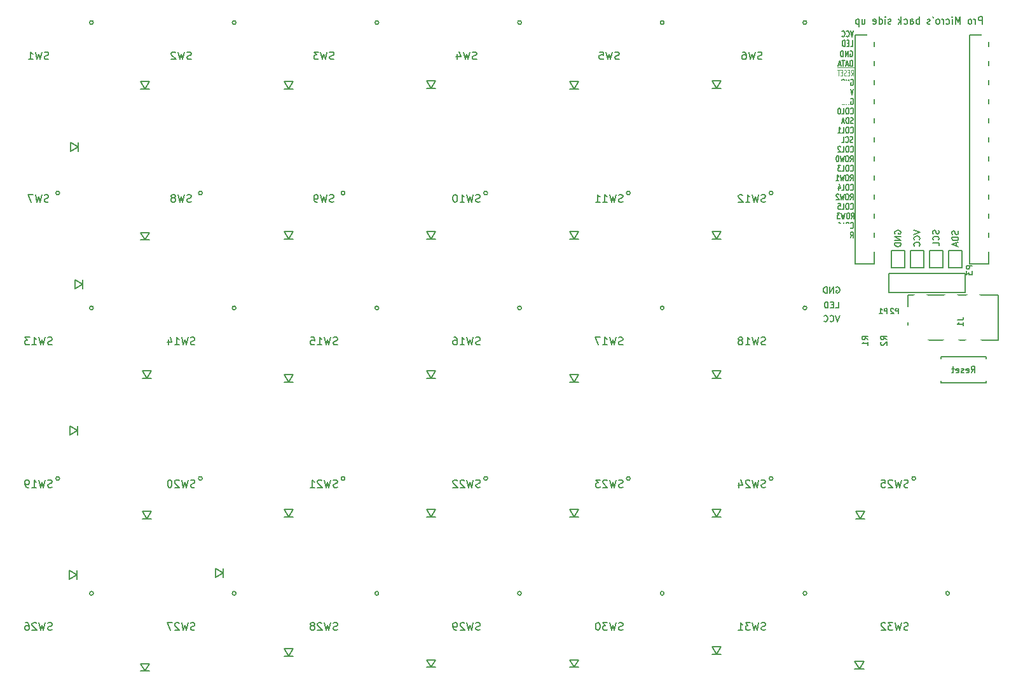
<source format=gbr>
G04 #@! TF.GenerationSoftware,KiCad,Pcbnew,(5.0.2-5-10.14)*
G04 #@! TF.CreationDate,2019-04-28T09:50:57+01:00*
G04 #@! TF.ProjectId,helix,68656c69-782e-46b6-9963-61645f706362,rev?*
G04 #@! TF.SameCoordinates,Original*
G04 #@! TF.FileFunction,Legend,Bot*
G04 #@! TF.FilePolarity,Positive*
%FSLAX46Y46*%
G04 Gerber Fmt 4.6, Leading zero omitted, Abs format (unit mm)*
G04 Created by KiCad (PCBNEW (5.0.2-5-10.14)) date Sunday, 28 April 2019 at 09:50:57*
%MOMM*%
%LPD*%
G01*
G04 APERTURE LIST*
%ADD10C,0.150000*%
%ADD11C,0.125000*%
%ADD12C,5.100400*%
%ADD13C,3.800000*%
%ADD14C,2.150000*%
%ADD15C,4.387800*%
%ADD16C,0.100000*%
%ADD17C,0.100000*%
%ADD18C,2.000000*%
%ADD19C,1.800000*%
%ADD20R,1.924000X1.924000*%
%ADD21C,2.600000*%
%ADD22R,2.000000X1.400000*%
%ADD23C,1.924000*%
%ADD24C,1.797000*%
%ADD25R,1.543000X1.035000*%
%ADD26R,1.700000X1.350000*%
%ADD27R,1.797000X1.797000*%
%ADD28R,1.350000X1.700000*%
%ADD29C,2.400000*%
%ADD30C,1.600000*%
%ADD31O,2.900000X2.100000*%
G04 APERTURE END LIST*
D10*
X209561904Y-85733333D02*
X210133333Y-85733333D01*
X210247619Y-85695238D01*
X210323809Y-85619047D01*
X210361904Y-85504761D01*
X210361904Y-85428571D01*
X210361904Y-86533333D02*
X210361904Y-86076190D01*
X210361904Y-86304761D02*
X209561904Y-86304761D01*
X209676190Y-86228571D01*
X209752380Y-86152380D01*
X209790476Y-86076190D01*
X211561904Y-78509523D02*
X210761904Y-78509523D01*
X210761904Y-78814285D01*
X210800000Y-78890476D01*
X210838095Y-78928571D01*
X210914285Y-78966666D01*
X211028571Y-78966666D01*
X211104761Y-78928571D01*
X211142857Y-78890476D01*
X211180952Y-78814285D01*
X211180952Y-78509523D01*
X210761904Y-79233333D02*
X210761904Y-79728571D01*
X211066666Y-79461904D01*
X211066666Y-79576190D01*
X211104761Y-79652380D01*
X211142857Y-79690476D01*
X211219047Y-79728571D01*
X211409523Y-79728571D01*
X211485714Y-79690476D01*
X211523809Y-79652380D01*
X211561904Y-79576190D01*
X211561904Y-79347619D01*
X211523809Y-79271428D01*
X211485714Y-79233333D01*
X201716666Y-84916666D02*
X201716666Y-84216666D01*
X201450000Y-84216666D01*
X201383333Y-84250000D01*
X201350000Y-84283333D01*
X201316666Y-84350000D01*
X201316666Y-84450000D01*
X201350000Y-84516666D01*
X201383333Y-84550000D01*
X201450000Y-84583333D01*
X201716666Y-84583333D01*
X201050000Y-84283333D02*
X201016666Y-84250000D01*
X200950000Y-84216666D01*
X200783333Y-84216666D01*
X200716666Y-84250000D01*
X200683333Y-84283333D01*
X200650000Y-84350000D01*
X200650000Y-84416666D01*
X200683333Y-84516666D01*
X201083333Y-84916666D01*
X200650000Y-84916666D01*
X200216666Y-84916666D02*
X200216666Y-84216666D01*
X199950000Y-84216666D01*
X199883333Y-84250000D01*
X199850000Y-84283333D01*
X199816666Y-84350000D01*
X199816666Y-84450000D01*
X199850000Y-84516666D01*
X199883333Y-84550000D01*
X199950000Y-84583333D01*
X200216666Y-84583333D01*
X199150000Y-84916666D02*
X199550000Y-84916666D01*
X199350000Y-84916666D02*
X199350000Y-84216666D01*
X199416666Y-84316666D01*
X199483333Y-84383333D01*
X199550000Y-84416666D01*
X195310142Y-74847695D02*
X195510142Y-74460647D01*
X195653000Y-74847695D02*
X195653000Y-74034895D01*
X195424428Y-74034895D01*
X195367285Y-74073600D01*
X195338714Y-74112304D01*
X195310142Y-74189714D01*
X195310142Y-74305828D01*
X195338714Y-74383238D01*
X195367285Y-74421942D01*
X195424428Y-74460647D01*
X195653000Y-74460647D01*
X194938714Y-74034895D02*
X194824428Y-74034895D01*
X194767285Y-74073600D01*
X194710142Y-74151009D01*
X194681571Y-74305828D01*
X194681571Y-74576761D01*
X194710142Y-74731580D01*
X194767285Y-74808990D01*
X194824428Y-74847695D01*
X194938714Y-74847695D01*
X194995857Y-74808990D01*
X195053000Y-74731580D01*
X195081571Y-74576761D01*
X195081571Y-74305828D01*
X195053000Y-74151009D01*
X194995857Y-74073600D01*
X194938714Y-74034895D01*
X194481571Y-74034895D02*
X194338714Y-74847695D01*
X194224428Y-74267123D01*
X194110142Y-74847695D01*
X193967285Y-74034895D01*
X193481571Y-74305828D02*
X193481571Y-74847695D01*
X193624428Y-73996190D02*
X193767285Y-74576761D01*
X193395857Y-74576761D01*
X195337142Y-73500285D02*
X195365714Y-73538990D01*
X195451428Y-73577695D01*
X195508571Y-73577695D01*
X195594285Y-73538990D01*
X195651428Y-73461580D01*
X195680000Y-73384171D01*
X195708571Y-73229352D01*
X195708571Y-73113238D01*
X195680000Y-72958419D01*
X195651428Y-72881009D01*
X195594285Y-72803600D01*
X195508571Y-72764895D01*
X195451428Y-72764895D01*
X195365714Y-72803600D01*
X195337142Y-72842304D01*
X194965714Y-72764895D02*
X194851428Y-72764895D01*
X194794285Y-72803600D01*
X194737142Y-72881009D01*
X194708571Y-73035828D01*
X194708571Y-73306761D01*
X194737142Y-73461580D01*
X194794285Y-73538990D01*
X194851428Y-73577695D01*
X194965714Y-73577695D01*
X195022857Y-73538990D01*
X195080000Y-73461580D01*
X195108571Y-73306761D01*
X195108571Y-73035828D01*
X195080000Y-72881009D01*
X195022857Y-72803600D01*
X194965714Y-72764895D01*
X194165714Y-73577695D02*
X194451428Y-73577695D01*
X194451428Y-72764895D01*
X193708571Y-72764895D02*
X193822857Y-72764895D01*
X193880000Y-72803600D01*
X193908571Y-72842304D01*
X193965714Y-72958419D01*
X193994285Y-73113238D01*
X193994285Y-73422876D01*
X193965714Y-73500285D01*
X193937142Y-73538990D01*
X193880000Y-73577695D01*
X193765714Y-73577695D01*
X193708571Y-73538990D01*
X193680000Y-73500285D01*
X193651428Y-73422876D01*
X193651428Y-73229352D01*
X193680000Y-73151942D01*
X193708571Y-73113238D01*
X193765714Y-73074533D01*
X193880000Y-73074533D01*
X193937142Y-73113238D01*
X193965714Y-73151942D01*
X193994285Y-73229352D01*
X195437142Y-72307695D02*
X195637142Y-71920647D01*
X195780000Y-72307695D02*
X195780000Y-71494895D01*
X195551428Y-71494895D01*
X195494285Y-71533600D01*
X195465714Y-71572304D01*
X195437142Y-71649714D01*
X195437142Y-71765828D01*
X195465714Y-71843238D01*
X195494285Y-71881942D01*
X195551428Y-71920647D01*
X195780000Y-71920647D01*
X195065714Y-71494895D02*
X194951428Y-71494895D01*
X194894285Y-71533600D01*
X194837142Y-71611009D01*
X194808571Y-71765828D01*
X194808571Y-72036761D01*
X194837142Y-72191580D01*
X194894285Y-72268990D01*
X194951428Y-72307695D01*
X195065714Y-72307695D01*
X195122857Y-72268990D01*
X195180000Y-72191580D01*
X195208571Y-72036761D01*
X195208571Y-71765828D01*
X195180000Y-71611009D01*
X195122857Y-71533600D01*
X195065714Y-71494895D01*
X194608571Y-71494895D02*
X194465714Y-72307695D01*
X194351428Y-71727123D01*
X194237142Y-72307695D01*
X194094285Y-71494895D01*
X193922857Y-71494895D02*
X193551428Y-71494895D01*
X193751428Y-71804533D01*
X193665714Y-71804533D01*
X193608571Y-71843238D01*
X193580000Y-71881942D01*
X193551428Y-71959352D01*
X193551428Y-72152876D01*
X193580000Y-72230285D01*
X193608571Y-72268990D01*
X193665714Y-72307695D01*
X193837142Y-72307695D01*
X193894285Y-72268990D01*
X193922857Y-72230285D01*
X195337142Y-70960285D02*
X195365714Y-70998990D01*
X195451428Y-71037695D01*
X195508571Y-71037695D01*
X195594285Y-70998990D01*
X195651428Y-70921580D01*
X195680000Y-70844171D01*
X195708571Y-70689352D01*
X195708571Y-70573238D01*
X195680000Y-70418419D01*
X195651428Y-70341009D01*
X195594285Y-70263600D01*
X195508571Y-70224895D01*
X195451428Y-70224895D01*
X195365714Y-70263600D01*
X195337142Y-70302304D01*
X194965714Y-70224895D02*
X194851428Y-70224895D01*
X194794285Y-70263600D01*
X194737142Y-70341009D01*
X194708571Y-70495828D01*
X194708571Y-70766761D01*
X194737142Y-70921580D01*
X194794285Y-70998990D01*
X194851428Y-71037695D01*
X194965714Y-71037695D01*
X195022857Y-70998990D01*
X195080000Y-70921580D01*
X195108571Y-70766761D01*
X195108571Y-70495828D01*
X195080000Y-70341009D01*
X195022857Y-70263600D01*
X194965714Y-70224895D01*
X194165714Y-71037695D02*
X194451428Y-71037695D01*
X194451428Y-70224895D01*
X193680000Y-70224895D02*
X193965714Y-70224895D01*
X193994285Y-70611942D01*
X193965714Y-70573238D01*
X193908571Y-70534533D01*
X193765714Y-70534533D01*
X193708571Y-70573238D01*
X193680000Y-70611942D01*
X193651428Y-70689352D01*
X193651428Y-70882876D01*
X193680000Y-70960285D01*
X193708571Y-70998990D01*
X193765714Y-71037695D01*
X193908571Y-71037695D01*
X193965714Y-70998990D01*
X193994285Y-70960285D01*
X195310142Y-69767695D02*
X195510142Y-69380647D01*
X195653000Y-69767695D02*
X195653000Y-68954895D01*
X195424428Y-68954895D01*
X195367285Y-68993600D01*
X195338714Y-69032304D01*
X195310142Y-69109714D01*
X195310142Y-69225828D01*
X195338714Y-69303238D01*
X195367285Y-69341942D01*
X195424428Y-69380647D01*
X195653000Y-69380647D01*
X194938714Y-68954895D02*
X194824428Y-68954895D01*
X194767285Y-68993600D01*
X194710142Y-69071009D01*
X194681571Y-69225828D01*
X194681571Y-69496761D01*
X194710142Y-69651580D01*
X194767285Y-69728990D01*
X194824428Y-69767695D01*
X194938714Y-69767695D01*
X194995857Y-69728990D01*
X195053000Y-69651580D01*
X195081571Y-69496761D01*
X195081571Y-69225828D01*
X195053000Y-69071009D01*
X194995857Y-68993600D01*
X194938714Y-68954895D01*
X194481571Y-68954895D02*
X194338714Y-69767695D01*
X194224428Y-69187123D01*
X194110142Y-69767695D01*
X193967285Y-68954895D01*
X193767285Y-69032304D02*
X193738714Y-68993600D01*
X193681571Y-68954895D01*
X193538714Y-68954895D01*
X193481571Y-68993600D01*
X193453000Y-69032304D01*
X193424428Y-69109714D01*
X193424428Y-69187123D01*
X193453000Y-69303238D01*
X193795857Y-69767695D01*
X193424428Y-69767695D01*
X195337142Y-68420285D02*
X195365714Y-68458990D01*
X195451428Y-68497695D01*
X195508571Y-68497695D01*
X195594285Y-68458990D01*
X195651428Y-68381580D01*
X195680000Y-68304171D01*
X195708571Y-68149352D01*
X195708571Y-68033238D01*
X195680000Y-67878419D01*
X195651428Y-67801009D01*
X195594285Y-67723600D01*
X195508571Y-67684895D01*
X195451428Y-67684895D01*
X195365714Y-67723600D01*
X195337142Y-67762304D01*
X194965714Y-67684895D02*
X194851428Y-67684895D01*
X194794285Y-67723600D01*
X194737142Y-67801009D01*
X194708571Y-67955828D01*
X194708571Y-68226761D01*
X194737142Y-68381580D01*
X194794285Y-68458990D01*
X194851428Y-68497695D01*
X194965714Y-68497695D01*
X195022857Y-68458990D01*
X195080000Y-68381580D01*
X195108571Y-68226761D01*
X195108571Y-67955828D01*
X195080000Y-67801009D01*
X195022857Y-67723600D01*
X194965714Y-67684895D01*
X194165714Y-68497695D02*
X194451428Y-68497695D01*
X194451428Y-67684895D01*
X193708571Y-67955828D02*
X193708571Y-68497695D01*
X193851428Y-67646190D02*
X193994285Y-68226761D01*
X193622857Y-68226761D01*
X195310142Y-67227695D02*
X195510142Y-66840647D01*
X195653000Y-67227695D02*
X195653000Y-66414895D01*
X195424428Y-66414895D01*
X195367285Y-66453600D01*
X195338714Y-66492304D01*
X195310142Y-66569714D01*
X195310142Y-66685828D01*
X195338714Y-66763238D01*
X195367285Y-66801942D01*
X195424428Y-66840647D01*
X195653000Y-66840647D01*
X194938714Y-66414895D02*
X194824428Y-66414895D01*
X194767285Y-66453600D01*
X194710142Y-66531009D01*
X194681571Y-66685828D01*
X194681571Y-66956761D01*
X194710142Y-67111580D01*
X194767285Y-67188990D01*
X194824428Y-67227695D01*
X194938714Y-67227695D01*
X194995857Y-67188990D01*
X195053000Y-67111580D01*
X195081571Y-66956761D01*
X195081571Y-66685828D01*
X195053000Y-66531009D01*
X194995857Y-66453600D01*
X194938714Y-66414895D01*
X194481571Y-66414895D02*
X194338714Y-67227695D01*
X194224428Y-66647123D01*
X194110142Y-67227695D01*
X193967285Y-66414895D01*
X193424428Y-67227695D02*
X193767285Y-67227695D01*
X193595857Y-67227695D02*
X193595857Y-66414895D01*
X193653000Y-66531009D01*
X193710142Y-66608419D01*
X193767285Y-66647123D01*
X195337142Y-65880285D02*
X195365714Y-65918990D01*
X195451428Y-65957695D01*
X195508571Y-65957695D01*
X195594285Y-65918990D01*
X195651428Y-65841580D01*
X195680000Y-65764171D01*
X195708571Y-65609352D01*
X195708571Y-65493238D01*
X195680000Y-65338419D01*
X195651428Y-65261009D01*
X195594285Y-65183600D01*
X195508571Y-65144895D01*
X195451428Y-65144895D01*
X195365714Y-65183600D01*
X195337142Y-65222304D01*
X194965714Y-65144895D02*
X194851428Y-65144895D01*
X194794285Y-65183600D01*
X194737142Y-65261009D01*
X194708571Y-65415828D01*
X194708571Y-65686761D01*
X194737142Y-65841580D01*
X194794285Y-65918990D01*
X194851428Y-65957695D01*
X194965714Y-65957695D01*
X195022857Y-65918990D01*
X195080000Y-65841580D01*
X195108571Y-65686761D01*
X195108571Y-65415828D01*
X195080000Y-65261009D01*
X195022857Y-65183600D01*
X194965714Y-65144895D01*
X194165714Y-65957695D02*
X194451428Y-65957695D01*
X194451428Y-65144895D01*
X194022857Y-65144895D02*
X193651428Y-65144895D01*
X193851428Y-65454533D01*
X193765714Y-65454533D01*
X193708571Y-65493238D01*
X193680000Y-65531942D01*
X193651428Y-65609352D01*
X193651428Y-65802876D01*
X193680000Y-65880285D01*
X193708571Y-65918990D01*
X193765714Y-65957695D01*
X193937142Y-65957695D01*
X193994285Y-65918990D01*
X194022857Y-65880285D01*
X195310142Y-64687695D02*
X195510142Y-64300647D01*
X195653000Y-64687695D02*
X195653000Y-63874895D01*
X195424428Y-63874895D01*
X195367285Y-63913600D01*
X195338714Y-63952304D01*
X195310142Y-64029714D01*
X195310142Y-64145828D01*
X195338714Y-64223238D01*
X195367285Y-64261942D01*
X195424428Y-64300647D01*
X195653000Y-64300647D01*
X194938714Y-63874895D02*
X194824428Y-63874895D01*
X194767285Y-63913600D01*
X194710142Y-63991009D01*
X194681571Y-64145828D01*
X194681571Y-64416761D01*
X194710142Y-64571580D01*
X194767285Y-64648990D01*
X194824428Y-64687695D01*
X194938714Y-64687695D01*
X194995857Y-64648990D01*
X195053000Y-64571580D01*
X195081571Y-64416761D01*
X195081571Y-64145828D01*
X195053000Y-63991009D01*
X194995857Y-63913600D01*
X194938714Y-63874895D01*
X194481571Y-63874895D02*
X194338714Y-64687695D01*
X194224428Y-64107123D01*
X194110142Y-64687695D01*
X193967285Y-63874895D01*
X193624428Y-63874895D02*
X193567285Y-63874895D01*
X193510142Y-63913600D01*
X193481571Y-63952304D01*
X193453000Y-64029714D01*
X193424428Y-64184533D01*
X193424428Y-64378057D01*
X193453000Y-64532876D01*
X193481571Y-64610285D01*
X193510142Y-64648990D01*
X193567285Y-64687695D01*
X193624428Y-64687695D01*
X193681571Y-64648990D01*
X193710142Y-64610285D01*
X193738714Y-64532876D01*
X193767285Y-64378057D01*
X193767285Y-64184533D01*
X193738714Y-64029714D01*
X193710142Y-63952304D01*
X193681571Y-63913600D01*
X193624428Y-63874895D01*
X195337142Y-63340285D02*
X195365714Y-63378990D01*
X195451428Y-63417695D01*
X195508571Y-63417695D01*
X195594285Y-63378990D01*
X195651428Y-63301580D01*
X195680000Y-63224171D01*
X195708571Y-63069352D01*
X195708571Y-62953238D01*
X195680000Y-62798419D01*
X195651428Y-62721009D01*
X195594285Y-62643600D01*
X195508571Y-62604895D01*
X195451428Y-62604895D01*
X195365714Y-62643600D01*
X195337142Y-62682304D01*
X194965714Y-62604895D02*
X194851428Y-62604895D01*
X194794285Y-62643600D01*
X194737142Y-62721009D01*
X194708571Y-62875828D01*
X194708571Y-63146761D01*
X194737142Y-63301580D01*
X194794285Y-63378990D01*
X194851428Y-63417695D01*
X194965714Y-63417695D01*
X195022857Y-63378990D01*
X195080000Y-63301580D01*
X195108571Y-63146761D01*
X195108571Y-62875828D01*
X195080000Y-62721009D01*
X195022857Y-62643600D01*
X194965714Y-62604895D01*
X194165714Y-63417695D02*
X194451428Y-63417695D01*
X194451428Y-62604895D01*
X193994285Y-62682304D02*
X193965714Y-62643600D01*
X193908571Y-62604895D01*
X193765714Y-62604895D01*
X193708571Y-62643600D01*
X193680000Y-62682304D01*
X193651428Y-62759714D01*
X193651428Y-62837123D01*
X193680000Y-62953238D01*
X194022857Y-63417695D01*
X193651428Y-63417695D01*
X195648285Y-62108990D02*
X195562571Y-62147695D01*
X195419714Y-62147695D01*
X195362571Y-62108990D01*
X195334000Y-62070285D01*
X195305428Y-61992876D01*
X195305428Y-61915466D01*
X195334000Y-61838057D01*
X195362571Y-61799352D01*
X195419714Y-61760647D01*
X195534000Y-61721942D01*
X195591142Y-61683238D01*
X195619714Y-61644533D01*
X195648285Y-61567123D01*
X195648285Y-61489714D01*
X195619714Y-61412304D01*
X195591142Y-61373600D01*
X195534000Y-61334895D01*
X195391142Y-61334895D01*
X195305428Y-61373600D01*
X194705428Y-62070285D02*
X194734000Y-62108990D01*
X194819714Y-62147695D01*
X194876857Y-62147695D01*
X194962571Y-62108990D01*
X195019714Y-62031580D01*
X195048285Y-61954171D01*
X195076857Y-61799352D01*
X195076857Y-61683238D01*
X195048285Y-61528419D01*
X195019714Y-61451009D01*
X194962571Y-61373600D01*
X194876857Y-61334895D01*
X194819714Y-61334895D01*
X194734000Y-61373600D01*
X194705428Y-61412304D01*
X194162571Y-62147695D02*
X194448285Y-62147695D01*
X194448285Y-61334895D01*
X195337142Y-60800285D02*
X195365714Y-60838990D01*
X195451428Y-60877695D01*
X195508571Y-60877695D01*
X195594285Y-60838990D01*
X195651428Y-60761580D01*
X195680000Y-60684171D01*
X195708571Y-60529352D01*
X195708571Y-60413238D01*
X195680000Y-60258419D01*
X195651428Y-60181009D01*
X195594285Y-60103600D01*
X195508571Y-60064895D01*
X195451428Y-60064895D01*
X195365714Y-60103600D01*
X195337142Y-60142304D01*
X194965714Y-60064895D02*
X194851428Y-60064895D01*
X194794285Y-60103600D01*
X194737142Y-60181009D01*
X194708571Y-60335828D01*
X194708571Y-60606761D01*
X194737142Y-60761580D01*
X194794285Y-60838990D01*
X194851428Y-60877695D01*
X194965714Y-60877695D01*
X195022857Y-60838990D01*
X195080000Y-60761580D01*
X195108571Y-60606761D01*
X195108571Y-60335828D01*
X195080000Y-60181009D01*
X195022857Y-60103600D01*
X194965714Y-60064895D01*
X194165714Y-60877695D02*
X194451428Y-60877695D01*
X194451428Y-60064895D01*
X193651428Y-60877695D02*
X193994285Y-60877695D01*
X193822857Y-60877695D02*
X193822857Y-60064895D01*
X193880000Y-60181009D01*
X193937142Y-60258419D01*
X193994285Y-60297123D01*
X195662571Y-59568990D02*
X195576857Y-59607695D01*
X195434000Y-59607695D01*
X195376857Y-59568990D01*
X195348285Y-59530285D01*
X195319714Y-59452876D01*
X195319714Y-59375466D01*
X195348285Y-59298057D01*
X195376857Y-59259352D01*
X195434000Y-59220647D01*
X195548285Y-59181942D01*
X195605428Y-59143238D01*
X195634000Y-59104533D01*
X195662571Y-59027123D01*
X195662571Y-58949714D01*
X195634000Y-58872304D01*
X195605428Y-58833600D01*
X195548285Y-58794895D01*
X195405428Y-58794895D01*
X195319714Y-58833600D01*
X195062571Y-59607695D02*
X195062571Y-58794895D01*
X194919714Y-58794895D01*
X194834000Y-58833600D01*
X194776857Y-58911009D01*
X194748285Y-58988419D01*
X194719714Y-59143238D01*
X194719714Y-59259352D01*
X194748285Y-59414171D01*
X194776857Y-59491580D01*
X194834000Y-59568990D01*
X194919714Y-59607695D01*
X195062571Y-59607695D01*
X194491142Y-59375466D02*
X194205428Y-59375466D01*
X194548285Y-59607695D02*
X194348285Y-58794895D01*
X194148285Y-59607695D01*
X195337142Y-58260285D02*
X195365714Y-58298990D01*
X195451428Y-58337695D01*
X195508571Y-58337695D01*
X195594285Y-58298990D01*
X195651428Y-58221580D01*
X195680000Y-58144171D01*
X195708571Y-57989352D01*
X195708571Y-57873238D01*
X195680000Y-57718419D01*
X195651428Y-57641009D01*
X195594285Y-57563600D01*
X195508571Y-57524895D01*
X195451428Y-57524895D01*
X195365714Y-57563600D01*
X195337142Y-57602304D01*
X194965714Y-57524895D02*
X194851428Y-57524895D01*
X194794285Y-57563600D01*
X194737142Y-57641009D01*
X194708571Y-57795828D01*
X194708571Y-58066761D01*
X194737142Y-58221580D01*
X194794285Y-58298990D01*
X194851428Y-58337695D01*
X194965714Y-58337695D01*
X195022857Y-58298990D01*
X195080000Y-58221580D01*
X195108571Y-58066761D01*
X195108571Y-57795828D01*
X195080000Y-57641009D01*
X195022857Y-57563600D01*
X194965714Y-57524895D01*
X194165714Y-58337695D02*
X194451428Y-58337695D01*
X194451428Y-57524895D01*
X193851428Y-57524895D02*
X193794285Y-57524895D01*
X193737142Y-57563600D01*
X193708571Y-57602304D01*
X193680000Y-57679714D01*
X193651428Y-57834533D01*
X193651428Y-58028057D01*
X193680000Y-58182876D01*
X193708571Y-58260285D01*
X193737142Y-58298990D01*
X193794285Y-58337695D01*
X193851428Y-58337695D01*
X193908571Y-58298990D01*
X193937142Y-58260285D01*
X193965714Y-58182876D01*
X193994285Y-58028057D01*
X193994285Y-57834533D01*
X193965714Y-57679714D01*
X193937142Y-57602304D01*
X193908571Y-57563600D01*
X193851428Y-57524895D01*
X195391142Y-56293600D02*
X195448285Y-56254895D01*
X195534000Y-56254895D01*
X195619714Y-56293600D01*
X195676857Y-56371009D01*
X195705428Y-56448419D01*
X195734000Y-56603238D01*
X195734000Y-56719352D01*
X195705428Y-56874171D01*
X195676857Y-56951580D01*
X195619714Y-57028990D01*
X195534000Y-57067695D01*
X195476857Y-57067695D01*
X195391142Y-57028990D01*
X195362571Y-56990285D01*
X195362571Y-56719352D01*
X195476857Y-56719352D01*
X195105428Y-57067695D02*
X195105428Y-56254895D01*
X194762571Y-57067695D01*
X194762571Y-56254895D01*
X194476857Y-57067695D02*
X194476857Y-56254895D01*
X194334000Y-56254895D01*
X194248285Y-56293600D01*
X194191142Y-56371009D01*
X194162571Y-56448419D01*
X194134000Y-56603238D01*
X194134000Y-56719352D01*
X194162571Y-56874171D01*
X194191142Y-56951580D01*
X194248285Y-57028990D01*
X194334000Y-57067695D01*
X194476857Y-57067695D01*
X195734000Y-54984895D02*
X195534000Y-55797695D01*
X195334000Y-54984895D01*
X194791142Y-55720285D02*
X194819714Y-55758990D01*
X194905428Y-55797695D01*
X194962571Y-55797695D01*
X195048285Y-55758990D01*
X195105428Y-55681580D01*
X195134000Y-55604171D01*
X195162571Y-55449352D01*
X195162571Y-55333238D01*
X195134000Y-55178419D01*
X195105428Y-55101009D01*
X195048285Y-55023600D01*
X194962571Y-54984895D01*
X194905428Y-54984895D01*
X194819714Y-55023600D01*
X194791142Y-55062304D01*
X194191142Y-55720285D02*
X194219714Y-55758990D01*
X194305428Y-55797695D01*
X194362571Y-55797695D01*
X194448285Y-55758990D01*
X194505428Y-55681580D01*
X194534000Y-55604171D01*
X194562571Y-55449352D01*
X194562571Y-55333238D01*
X194534000Y-55178419D01*
X194505428Y-55101009D01*
X194448285Y-55023600D01*
X194362571Y-54984895D01*
X194305428Y-54984895D01*
X194219714Y-55023600D01*
X194191142Y-55062304D01*
X195391142Y-53753600D02*
X195448285Y-53714895D01*
X195534000Y-53714895D01*
X195619714Y-53753600D01*
X195676857Y-53831009D01*
X195705428Y-53908419D01*
X195734000Y-54063238D01*
X195734000Y-54179352D01*
X195705428Y-54334171D01*
X195676857Y-54411580D01*
X195619714Y-54488990D01*
X195534000Y-54527695D01*
X195476857Y-54527695D01*
X195391142Y-54488990D01*
X195362571Y-54450285D01*
X195362571Y-54179352D01*
X195476857Y-54179352D01*
X195105428Y-54527695D02*
X195105428Y-53714895D01*
X194762571Y-54527695D01*
X194762571Y-53714895D01*
X194476857Y-54527695D02*
X194476857Y-53714895D01*
X194334000Y-53714895D01*
X194248285Y-53753600D01*
X194191142Y-53831009D01*
X194162571Y-53908419D01*
X194134000Y-54063238D01*
X194134000Y-54179352D01*
X194162571Y-54334171D01*
X194191142Y-54411580D01*
X194248285Y-54488990D01*
X194334000Y-54527695D01*
X194476857Y-54527695D01*
D11*
X195810952Y-52142284D02*
X195310952Y-52142284D01*
X195406190Y-53257695D02*
X195572857Y-52870647D01*
X195691904Y-53257695D02*
X195691904Y-52444895D01*
X195501428Y-52444895D01*
X195453809Y-52483600D01*
X195430000Y-52522304D01*
X195406190Y-52599714D01*
X195406190Y-52715828D01*
X195430000Y-52793238D01*
X195453809Y-52831942D01*
X195501428Y-52870647D01*
X195691904Y-52870647D01*
X195310952Y-52142284D02*
X194858571Y-52142284D01*
X195191904Y-52831942D02*
X195025238Y-52831942D01*
X194953809Y-53257695D02*
X195191904Y-53257695D01*
X195191904Y-52444895D01*
X194953809Y-52444895D01*
X194858571Y-52142284D02*
X194382380Y-52142284D01*
X194763333Y-53218990D02*
X194691904Y-53257695D01*
X194572857Y-53257695D01*
X194525238Y-53218990D01*
X194501428Y-53180285D01*
X194477619Y-53102876D01*
X194477619Y-53025466D01*
X194501428Y-52948057D01*
X194525238Y-52909352D01*
X194572857Y-52870647D01*
X194668095Y-52831942D01*
X194715714Y-52793238D01*
X194739523Y-52754533D01*
X194763333Y-52677123D01*
X194763333Y-52599714D01*
X194739523Y-52522304D01*
X194715714Y-52483600D01*
X194668095Y-52444895D01*
X194549047Y-52444895D01*
X194477619Y-52483600D01*
X194382380Y-52142284D02*
X193930000Y-52142284D01*
X194263333Y-52831942D02*
X194096666Y-52831942D01*
X194025238Y-53257695D02*
X194263333Y-53257695D01*
X194263333Y-52444895D01*
X194025238Y-52444895D01*
X193930000Y-52142284D02*
X193549047Y-52142284D01*
X193882380Y-52444895D02*
X193596666Y-52444895D01*
X193739523Y-53257695D02*
X193739523Y-52444895D01*
D10*
X195580000Y-51987695D02*
X195580000Y-51174895D01*
X195437142Y-51174895D01*
X195351428Y-51213600D01*
X195294285Y-51291009D01*
X195265714Y-51368419D01*
X195237142Y-51523238D01*
X195237142Y-51639352D01*
X195265714Y-51794171D01*
X195294285Y-51871580D01*
X195351428Y-51948990D01*
X195437142Y-51987695D01*
X195580000Y-51987695D01*
X195008571Y-51755466D02*
X194722857Y-51755466D01*
X195065714Y-51987695D02*
X194865714Y-51174895D01*
X194665714Y-51987695D01*
X194551428Y-51174895D02*
X194208571Y-51174895D01*
X194380000Y-51987695D02*
X194380000Y-51174895D01*
X194037142Y-51755466D02*
X193751428Y-51755466D01*
X194094285Y-51987695D02*
X193894285Y-51174895D01*
X193694285Y-51987695D01*
X195264142Y-49943600D02*
X195321285Y-49904895D01*
X195407000Y-49904895D01*
X195492714Y-49943600D01*
X195549857Y-50021009D01*
X195578428Y-50098419D01*
X195607000Y-50253238D01*
X195607000Y-50369352D01*
X195578428Y-50524171D01*
X195549857Y-50601580D01*
X195492714Y-50678990D01*
X195407000Y-50717695D01*
X195349857Y-50717695D01*
X195264142Y-50678990D01*
X195235571Y-50640285D01*
X195235571Y-50369352D01*
X195349857Y-50369352D01*
X194978428Y-50717695D02*
X194978428Y-49904895D01*
X194635571Y-50717695D01*
X194635571Y-49904895D01*
X194349857Y-50717695D02*
X194349857Y-49904895D01*
X194207000Y-49904895D01*
X194121285Y-49943600D01*
X194064142Y-50021009D01*
X194035571Y-50098419D01*
X194007000Y-50253238D01*
X194007000Y-50369352D01*
X194035571Y-50524171D01*
X194064142Y-50601580D01*
X194121285Y-50678990D01*
X194207000Y-50717695D01*
X194349857Y-50717695D01*
X195319714Y-49320695D02*
X195605428Y-49320695D01*
X195605428Y-48507895D01*
X195119714Y-48894942D02*
X194919714Y-48894942D01*
X194834000Y-49320695D02*
X195119714Y-49320695D01*
X195119714Y-48507895D01*
X194834000Y-48507895D01*
X194576857Y-49320695D02*
X194576857Y-48507895D01*
X194434000Y-48507895D01*
X194348285Y-48546600D01*
X194291142Y-48624009D01*
X194262571Y-48701419D01*
X194234000Y-48856238D01*
X194234000Y-48972352D01*
X194262571Y-49127171D01*
X194291142Y-49204580D01*
X194348285Y-49281990D01*
X194434000Y-49320695D01*
X194576857Y-49320695D01*
X195734000Y-47237895D02*
X195534000Y-48050695D01*
X195334000Y-47237895D01*
X194791142Y-47973285D02*
X194819714Y-48011990D01*
X194905428Y-48050695D01*
X194962571Y-48050695D01*
X195048285Y-48011990D01*
X195105428Y-47934580D01*
X195134000Y-47857171D01*
X195162571Y-47702352D01*
X195162571Y-47586238D01*
X195134000Y-47431419D01*
X195105428Y-47354009D01*
X195048285Y-47276600D01*
X194962571Y-47237895D01*
X194905428Y-47237895D01*
X194819714Y-47276600D01*
X194791142Y-47315304D01*
X194191142Y-47973285D02*
X194219714Y-48011990D01*
X194305428Y-48050695D01*
X194362571Y-48050695D01*
X194448285Y-48011990D01*
X194505428Y-47934580D01*
X194534000Y-47857171D01*
X194562571Y-47702352D01*
X194562571Y-47586238D01*
X194534000Y-47431419D01*
X194505428Y-47354009D01*
X194448285Y-47276600D01*
X194362571Y-47237895D01*
X194305428Y-47237895D01*
X194219714Y-47276600D01*
X194191142Y-47315304D01*
X200167695Y-88364533D02*
X199780647Y-88093600D01*
X200167695Y-87900076D02*
X199354895Y-87900076D01*
X199354895Y-88209714D01*
X199393600Y-88287123D01*
X199432304Y-88325828D01*
X199509714Y-88364533D01*
X199625828Y-88364533D01*
X199703238Y-88325828D01*
X199741942Y-88287123D01*
X199780647Y-88209714D01*
X199780647Y-87900076D01*
X199432304Y-88674171D02*
X199393600Y-88712876D01*
X199354895Y-88790285D01*
X199354895Y-88983809D01*
X199393600Y-89061219D01*
X199432304Y-89099923D01*
X199509714Y-89138628D01*
X199587123Y-89138628D01*
X199703238Y-89099923D01*
X200167695Y-88635466D01*
X200167695Y-89138628D01*
X197667695Y-88364533D02*
X197280647Y-88093600D01*
X197667695Y-87900076D02*
X196854895Y-87900076D01*
X196854895Y-88209714D01*
X196893600Y-88287123D01*
X196932304Y-88325828D01*
X197009714Y-88364533D01*
X197125828Y-88364533D01*
X197203238Y-88325828D01*
X197241942Y-88287123D01*
X197280647Y-88209714D01*
X197280647Y-87900076D01*
X197667695Y-89138628D02*
X197667695Y-88674171D01*
X197667695Y-88906400D02*
X196854895Y-88906400D01*
X196971009Y-88828990D01*
X197048419Y-88751580D01*
X197087123Y-88674171D01*
X211406323Y-92767695D02*
X211677257Y-92380647D01*
X211870780Y-92767695D02*
X211870780Y-91954895D01*
X211561142Y-91954895D01*
X211483733Y-91993600D01*
X211445028Y-92032304D01*
X211406323Y-92109714D01*
X211406323Y-92225828D01*
X211445028Y-92303238D01*
X211483733Y-92341942D01*
X211561142Y-92380647D01*
X211870780Y-92380647D01*
X210748342Y-92728990D02*
X210825752Y-92767695D01*
X210980571Y-92767695D01*
X211057980Y-92728990D01*
X211096685Y-92651580D01*
X211096685Y-92341942D01*
X211057980Y-92264533D01*
X210980571Y-92225828D01*
X210825752Y-92225828D01*
X210748342Y-92264533D01*
X210709638Y-92341942D01*
X210709638Y-92419352D01*
X211096685Y-92496761D01*
X210400000Y-92728990D02*
X210322590Y-92767695D01*
X210167771Y-92767695D01*
X210090361Y-92728990D01*
X210051657Y-92651580D01*
X210051657Y-92612876D01*
X210090361Y-92535466D01*
X210167771Y-92496761D01*
X210283885Y-92496761D01*
X210361295Y-92458057D01*
X210400000Y-92380647D01*
X210400000Y-92341942D01*
X210361295Y-92264533D01*
X210283885Y-92225828D01*
X210167771Y-92225828D01*
X210090361Y-92264533D01*
X209393676Y-92728990D02*
X209471085Y-92767695D01*
X209625904Y-92767695D01*
X209703314Y-92728990D01*
X209742019Y-92651580D01*
X209742019Y-92341942D01*
X209703314Y-92264533D01*
X209625904Y-92225828D01*
X209471085Y-92225828D01*
X209393676Y-92264533D01*
X209354971Y-92341942D01*
X209354971Y-92419352D01*
X209742019Y-92496761D01*
X209122742Y-92225828D02*
X208813104Y-92225828D01*
X209006628Y-91954895D02*
X209006628Y-92651580D01*
X208967923Y-92728990D01*
X208890514Y-92767695D01*
X208813104Y-92767695D01*
X193419276Y-81393600D02*
X193496685Y-81354895D01*
X193612800Y-81354895D01*
X193728914Y-81393600D01*
X193806323Y-81471009D01*
X193845028Y-81548419D01*
X193883733Y-81703238D01*
X193883733Y-81819352D01*
X193845028Y-81974171D01*
X193806323Y-82051580D01*
X193728914Y-82128990D01*
X193612800Y-82167695D01*
X193535390Y-82167695D01*
X193419276Y-82128990D01*
X193380571Y-82090285D01*
X193380571Y-81819352D01*
X193535390Y-81819352D01*
X193032228Y-82167695D02*
X193032228Y-81354895D01*
X192567771Y-82167695D01*
X192567771Y-81354895D01*
X192180723Y-82167695D02*
X192180723Y-81354895D01*
X191987200Y-81354895D01*
X191871085Y-81393600D01*
X191793676Y-81471009D01*
X191754971Y-81548419D01*
X191716266Y-81703238D01*
X191716266Y-81819352D01*
X191754971Y-81974171D01*
X191793676Y-82051580D01*
X191871085Y-82128990D01*
X191987200Y-82167695D01*
X192180723Y-82167695D01*
X193322514Y-84167695D02*
X193709561Y-84167695D01*
X193709561Y-83354895D01*
X193051580Y-83741942D02*
X192780647Y-83741942D01*
X192664533Y-84167695D02*
X193051580Y-84167695D01*
X193051580Y-83354895D01*
X192664533Y-83354895D01*
X192316190Y-84167695D02*
X192316190Y-83354895D01*
X192122666Y-83354895D01*
X192006552Y-83393600D01*
X191929142Y-83471009D01*
X191890438Y-83548419D01*
X191851733Y-83703238D01*
X191851733Y-83819352D01*
X191890438Y-83974171D01*
X191929142Y-84051580D01*
X192006552Y-84128990D01*
X192122666Y-84167695D01*
X192316190Y-84167695D01*
X193883733Y-85154895D02*
X193612800Y-85967695D01*
X193341866Y-85154895D01*
X192606476Y-85890285D02*
X192645180Y-85928990D01*
X192761295Y-85967695D01*
X192838704Y-85967695D01*
X192954819Y-85928990D01*
X193032228Y-85851580D01*
X193070933Y-85774171D01*
X193109638Y-85619352D01*
X193109638Y-85503238D01*
X193070933Y-85348419D01*
X193032228Y-85271009D01*
X192954819Y-85193600D01*
X192838704Y-85154895D01*
X192761295Y-85154895D01*
X192645180Y-85193600D01*
X192606476Y-85232304D01*
X191793676Y-85890285D02*
X191832380Y-85928990D01*
X191948495Y-85967695D01*
X192025904Y-85967695D01*
X192142019Y-85928990D01*
X192219428Y-85851580D01*
X192258133Y-85774171D01*
X192296838Y-85619352D01*
X192296838Y-85503238D01*
X192258133Y-85348419D01*
X192219428Y-85271009D01*
X192142019Y-85193600D01*
X192025904Y-85154895D01*
X191948495Y-85154895D01*
X191832380Y-85193600D01*
X191793676Y-85232304D01*
X212880428Y-46357380D02*
X212880428Y-45357380D01*
X212537571Y-45357380D01*
X212451857Y-45405000D01*
X212409000Y-45452619D01*
X212366142Y-45547857D01*
X212366142Y-45690714D01*
X212409000Y-45785952D01*
X212451857Y-45833571D01*
X212537571Y-45881190D01*
X212880428Y-45881190D01*
X211980428Y-46357380D02*
X211980428Y-45690714D01*
X211980428Y-45881190D02*
X211937571Y-45785952D01*
X211894714Y-45738333D01*
X211809000Y-45690714D01*
X211723285Y-45690714D01*
X211294714Y-46357380D02*
X211380428Y-46309761D01*
X211423285Y-46262142D01*
X211466142Y-46166904D01*
X211466142Y-45881190D01*
X211423285Y-45785952D01*
X211380428Y-45738333D01*
X211294714Y-45690714D01*
X211166142Y-45690714D01*
X211080428Y-45738333D01*
X211037571Y-45785952D01*
X210994714Y-45881190D01*
X210994714Y-46166904D01*
X211037571Y-46262142D01*
X211080428Y-46309761D01*
X211166142Y-46357380D01*
X211294714Y-46357380D01*
X209923285Y-46357380D02*
X209923285Y-45357380D01*
X209623285Y-46071666D01*
X209323285Y-45357380D01*
X209323285Y-46357380D01*
X208894714Y-46357380D02*
X208894714Y-45690714D01*
X208894714Y-45357380D02*
X208937571Y-45405000D01*
X208894714Y-45452619D01*
X208851857Y-45405000D01*
X208894714Y-45357380D01*
X208894714Y-45452619D01*
X208080428Y-46309761D02*
X208166142Y-46357380D01*
X208337571Y-46357380D01*
X208423285Y-46309761D01*
X208466142Y-46262142D01*
X208509000Y-46166904D01*
X208509000Y-45881190D01*
X208466142Y-45785952D01*
X208423285Y-45738333D01*
X208337571Y-45690714D01*
X208166142Y-45690714D01*
X208080428Y-45738333D01*
X207694714Y-46357380D02*
X207694714Y-45690714D01*
X207694714Y-45881190D02*
X207651857Y-45785952D01*
X207609000Y-45738333D01*
X207523285Y-45690714D01*
X207437571Y-45690714D01*
X207009000Y-46357380D02*
X207094714Y-46309761D01*
X207137571Y-46262142D01*
X207180428Y-46166904D01*
X207180428Y-45881190D01*
X207137571Y-45785952D01*
X207094714Y-45738333D01*
X207009000Y-45690714D01*
X206880428Y-45690714D01*
X206794714Y-45738333D01*
X206751857Y-45785952D01*
X206709000Y-45881190D01*
X206709000Y-46166904D01*
X206751857Y-46262142D01*
X206794714Y-46309761D01*
X206880428Y-46357380D01*
X207009000Y-46357380D01*
X206280428Y-45357380D02*
X206366142Y-45547857D01*
X205937571Y-46309761D02*
X205851857Y-46357380D01*
X205680428Y-46357380D01*
X205594714Y-46309761D01*
X205551857Y-46214523D01*
X205551857Y-46166904D01*
X205594714Y-46071666D01*
X205680428Y-46024047D01*
X205809000Y-46024047D01*
X205894714Y-45976428D01*
X205937571Y-45881190D01*
X205937571Y-45833571D01*
X205894714Y-45738333D01*
X205809000Y-45690714D01*
X205680428Y-45690714D01*
X205594714Y-45738333D01*
X204480428Y-46357380D02*
X204480428Y-45357380D01*
X204480428Y-45738333D02*
X204394714Y-45690714D01*
X204223285Y-45690714D01*
X204137571Y-45738333D01*
X204094714Y-45785952D01*
X204051857Y-45881190D01*
X204051857Y-46166904D01*
X204094714Y-46262142D01*
X204137571Y-46309761D01*
X204223285Y-46357380D01*
X204394714Y-46357380D01*
X204480428Y-46309761D01*
X203280428Y-46357380D02*
X203280428Y-45833571D01*
X203323285Y-45738333D01*
X203409000Y-45690714D01*
X203580428Y-45690714D01*
X203666142Y-45738333D01*
X203280428Y-46309761D02*
X203366142Y-46357380D01*
X203580428Y-46357380D01*
X203666142Y-46309761D01*
X203709000Y-46214523D01*
X203709000Y-46119285D01*
X203666142Y-46024047D01*
X203580428Y-45976428D01*
X203366142Y-45976428D01*
X203280428Y-45928809D01*
X202466142Y-46309761D02*
X202551857Y-46357380D01*
X202723285Y-46357380D01*
X202809000Y-46309761D01*
X202851857Y-46262142D01*
X202894714Y-46166904D01*
X202894714Y-45881190D01*
X202851857Y-45785952D01*
X202809000Y-45738333D01*
X202723285Y-45690714D01*
X202551857Y-45690714D01*
X202466142Y-45738333D01*
X202080428Y-46357380D02*
X202080428Y-45357380D01*
X201994714Y-45976428D02*
X201737571Y-46357380D01*
X201737571Y-45690714D02*
X202080428Y-46071666D01*
X200709000Y-46309761D02*
X200623285Y-46357380D01*
X200451857Y-46357380D01*
X200366142Y-46309761D01*
X200323285Y-46214523D01*
X200323285Y-46166904D01*
X200366142Y-46071666D01*
X200451857Y-46024047D01*
X200580428Y-46024047D01*
X200666142Y-45976428D01*
X200709000Y-45881190D01*
X200709000Y-45833571D01*
X200666142Y-45738333D01*
X200580428Y-45690714D01*
X200451857Y-45690714D01*
X200366142Y-45738333D01*
X199937571Y-46357380D02*
X199937571Y-45690714D01*
X199937571Y-45357380D02*
X199980428Y-45405000D01*
X199937571Y-45452619D01*
X199894714Y-45405000D01*
X199937571Y-45357380D01*
X199937571Y-45452619D01*
X199123285Y-46357380D02*
X199123285Y-45357380D01*
X199123285Y-46309761D02*
X199209000Y-46357380D01*
X199380428Y-46357380D01*
X199466142Y-46309761D01*
X199509000Y-46262142D01*
X199551857Y-46166904D01*
X199551857Y-45881190D01*
X199509000Y-45785952D01*
X199466142Y-45738333D01*
X199380428Y-45690714D01*
X199209000Y-45690714D01*
X199123285Y-45738333D01*
X198351857Y-46309761D02*
X198437571Y-46357380D01*
X198609000Y-46357380D01*
X198694714Y-46309761D01*
X198737571Y-46214523D01*
X198737571Y-45833571D01*
X198694714Y-45738333D01*
X198609000Y-45690714D01*
X198437571Y-45690714D01*
X198351857Y-45738333D01*
X198309000Y-45833571D01*
X198309000Y-45928809D01*
X198737571Y-46024047D01*
X196851857Y-45690714D02*
X196851857Y-46357380D01*
X197237571Y-45690714D02*
X197237571Y-46214523D01*
X197194714Y-46309761D01*
X197109000Y-46357380D01*
X196980428Y-46357380D01*
X196894714Y-46309761D01*
X196851857Y-46262142D01*
X196423285Y-45690714D02*
X196423285Y-46690714D01*
X196423285Y-45738333D02*
X196337571Y-45690714D01*
X196166142Y-45690714D01*
X196080428Y-45738333D01*
X196037571Y-45785952D01*
X195994714Y-45881190D01*
X195994714Y-46166904D01*
X196037571Y-46262142D01*
X196080428Y-46309761D01*
X196166142Y-46357380D01*
X196337571Y-46357380D01*
X196423285Y-46309761D01*
G04 #@! TO.C,U2*
X94500000Y-46150000D02*
G75*
G03X94500000Y-46150000I-250000J0D01*
G01*
G04 #@! TO.C,U1*
X211190000Y-47810000D02*
X213730000Y-47810000D01*
X213730000Y-47810000D02*
X213730000Y-78290000D01*
X213730000Y-78290000D02*
X211190000Y-78290000D01*
X211190000Y-78290000D02*
X211190000Y-47810000D01*
X195950000Y-47810000D02*
X198490000Y-47810000D01*
X198490000Y-47810000D02*
X198490000Y-78290000D01*
X198490000Y-78290000D02*
X195950000Y-78290000D01*
X195950000Y-78290000D02*
X195950000Y-47810000D01*
G04 #@! TO.C,U3*
X113500000Y-46150000D02*
G75*
G03X113500000Y-46150000I-250000J0D01*
G01*
G04 #@! TO.C,P3*
X210555000Y-82100000D02*
X200395000Y-82100000D01*
X200395000Y-82100000D02*
X200395000Y-79560000D01*
X200395000Y-79560000D02*
X210555000Y-79560000D01*
X210555000Y-79560000D02*
X210555000Y-82100000D01*
G04 #@! TO.C,JP8*
X208396000Y-76512000D02*
X208396000Y-78798000D01*
X208396000Y-78798000D02*
X210174000Y-78798000D01*
X210174000Y-78798000D02*
X210174000Y-76512000D01*
X210174000Y-76512000D02*
X208396000Y-76512000D01*
G04 #@! TO.C,JP9*
X205856000Y-76512000D02*
X205856000Y-78798000D01*
X205856000Y-78798000D02*
X207634000Y-78798000D01*
X207634000Y-78798000D02*
X207634000Y-76512000D01*
X207634000Y-76512000D02*
X205856000Y-76512000D01*
G04 #@! TO.C,JP10*
X203316000Y-76512000D02*
X203316000Y-78798000D01*
X203316000Y-78798000D02*
X205094000Y-78798000D01*
X205094000Y-78798000D02*
X205094000Y-76512000D01*
X205094000Y-76512000D02*
X203316000Y-76512000D01*
G04 #@! TO.C,JP11*
X200776000Y-76512000D02*
X200776000Y-78798000D01*
X200776000Y-78798000D02*
X202554000Y-78798000D01*
X202554000Y-78798000D02*
X202554000Y-76512000D01*
X202554000Y-76512000D02*
X200776000Y-76512000D01*
G04 #@! TO.C,D1*
X92500000Y-62700000D02*
X91500000Y-63300000D01*
X91500000Y-63300000D02*
X91500000Y-62100000D01*
X91500000Y-62100000D02*
X92500000Y-62700000D01*
X92500000Y-63300000D02*
X92500000Y-62100000D01*
G04 #@! TO.C,D2*
X101400000Y-55000000D02*
X100800000Y-54000000D01*
X100800000Y-54000000D02*
X102000000Y-54000000D01*
X102000000Y-54000000D02*
X101400000Y-55000000D01*
X100800000Y-55000000D02*
X102000000Y-55000000D01*
G04 #@! TO.C,D3*
X120500000Y-55000000D02*
X119900000Y-54000000D01*
X119900000Y-54000000D02*
X121100000Y-54000000D01*
X121100000Y-54000000D02*
X120500000Y-55000000D01*
X119900000Y-55000000D02*
X121100000Y-55000000D01*
G04 #@! TO.C,D4*
X139500000Y-54900000D02*
X138900000Y-53900000D01*
X138900000Y-53900000D02*
X140100000Y-53900000D01*
X140100000Y-53900000D02*
X139500000Y-54900000D01*
X138900000Y-54900000D02*
X140100000Y-54900000D01*
G04 #@! TO.C,D5*
X158500000Y-55000000D02*
X157900000Y-54000000D01*
X157900000Y-54000000D02*
X159100000Y-54000000D01*
X159100000Y-54000000D02*
X158500000Y-55000000D01*
X157900000Y-55000000D02*
X159100000Y-55000000D01*
G04 #@! TO.C,D6*
X177500000Y-54900000D02*
X176900000Y-53900000D01*
X176900000Y-53900000D02*
X178100000Y-53900000D01*
X178100000Y-53900000D02*
X177500000Y-54900000D01*
X176900000Y-54900000D02*
X178100000Y-54900000D01*
G04 #@! TO.C,D7*
X93100000Y-81000000D02*
X92100000Y-81600000D01*
X92100000Y-81600000D02*
X92100000Y-80400000D01*
X92100000Y-80400000D02*
X93100000Y-81000000D01*
X93100000Y-81600000D02*
X93100000Y-80400000D01*
G04 #@! TO.C,D8*
X101400000Y-75100000D02*
X100800000Y-74100000D01*
X100800000Y-74100000D02*
X102000000Y-74100000D01*
X102000000Y-74100000D02*
X101400000Y-75100000D01*
X100800000Y-75100000D02*
X102000000Y-75100000D01*
G04 #@! TO.C,D9*
X120500000Y-75000000D02*
X119900000Y-74000000D01*
X119900000Y-74000000D02*
X121100000Y-74000000D01*
X121100000Y-74000000D02*
X120500000Y-75000000D01*
X119900000Y-75000000D02*
X121100000Y-75000000D01*
G04 #@! TO.C,D10*
X139500000Y-75000000D02*
X138900000Y-74000000D01*
X138900000Y-74000000D02*
X140100000Y-74000000D01*
X140100000Y-74000000D02*
X139500000Y-75000000D01*
X138900000Y-75000000D02*
X140100000Y-75000000D01*
G04 #@! TO.C,D11*
X158500000Y-75000000D02*
X157900000Y-74000000D01*
X157900000Y-74000000D02*
X159100000Y-74000000D01*
X159100000Y-74000000D02*
X158500000Y-75000000D01*
X157900000Y-75000000D02*
X159100000Y-75000000D01*
G04 #@! TO.C,D12*
X177500000Y-75000000D02*
X176900000Y-74000000D01*
X176900000Y-74000000D02*
X178100000Y-74000000D01*
X178100000Y-74000000D02*
X177500000Y-75000000D01*
X176900000Y-75000000D02*
X178100000Y-75000000D01*
G04 #@! TO.C,D13*
X92400000Y-100500000D02*
X91400000Y-101100000D01*
X91400000Y-101100000D02*
X91400000Y-99900000D01*
X91400000Y-99900000D02*
X92400000Y-100500000D01*
X92400000Y-101100000D02*
X92400000Y-99900000D01*
G04 #@! TO.C,D14*
X101600000Y-93500000D02*
X101000000Y-92500000D01*
X101000000Y-92500000D02*
X102200000Y-92500000D01*
X102200000Y-92500000D02*
X101600000Y-93500000D01*
X101000000Y-93500000D02*
X102200000Y-93500000D01*
G04 #@! TO.C,D15*
X120500000Y-94000000D02*
X119900000Y-93000000D01*
X119900000Y-93000000D02*
X121100000Y-93000000D01*
X121100000Y-93000000D02*
X120500000Y-94000000D01*
X119900000Y-94000000D02*
X121100000Y-94000000D01*
G04 #@! TO.C,D16*
X139500000Y-93500000D02*
X138900000Y-92500000D01*
X138900000Y-92500000D02*
X140100000Y-92500000D01*
X140100000Y-92500000D02*
X139500000Y-93500000D01*
X138900000Y-93500000D02*
X140100000Y-93500000D01*
G04 #@! TO.C,D17*
X158500000Y-94000000D02*
X157900000Y-93000000D01*
X157900000Y-93000000D02*
X159100000Y-93000000D01*
X159100000Y-93000000D02*
X158500000Y-94000000D01*
X157900000Y-94000000D02*
X159100000Y-94000000D01*
G04 #@! TO.C,D18*
X177500000Y-93500000D02*
X176900000Y-92500000D01*
X176900000Y-92500000D02*
X178100000Y-92500000D01*
X178100000Y-92500000D02*
X177500000Y-93500000D01*
X176900000Y-93500000D02*
X178100000Y-93500000D01*
G04 #@! TO.C,D19*
X101600000Y-112200000D02*
X101000000Y-111200000D01*
X101000000Y-111200000D02*
X102200000Y-111200000D01*
X102200000Y-111200000D02*
X101600000Y-112200000D01*
X101000000Y-112200000D02*
X102200000Y-112200000D01*
G04 #@! TO.C,D20*
X111800000Y-119400000D02*
X110800000Y-120000000D01*
X110800000Y-120000000D02*
X110800000Y-118800000D01*
X110800000Y-118800000D02*
X111800000Y-119400000D01*
X111800000Y-120000000D02*
X111800000Y-118800000D01*
G04 #@! TO.C,D21*
X120500000Y-112000000D02*
X119900000Y-111000000D01*
X119900000Y-111000000D02*
X121100000Y-111000000D01*
X121100000Y-111000000D02*
X120500000Y-112000000D01*
X119900000Y-112000000D02*
X121100000Y-112000000D01*
G04 #@! TO.C,D22*
X139500000Y-112000000D02*
X138900000Y-111000000D01*
X138900000Y-111000000D02*
X140100000Y-111000000D01*
X140100000Y-111000000D02*
X139500000Y-112000000D01*
X138900000Y-112000000D02*
X140100000Y-112000000D01*
G04 #@! TO.C,D23*
X158500000Y-112000000D02*
X157900000Y-111000000D01*
X157900000Y-111000000D02*
X159100000Y-111000000D01*
X159100000Y-111000000D02*
X158500000Y-112000000D01*
X157900000Y-112000000D02*
X159100000Y-112000000D01*
G04 #@! TO.C,D24*
X177500000Y-112000000D02*
X176900000Y-111000000D01*
X176900000Y-111000000D02*
X178100000Y-111000000D01*
X178100000Y-111000000D02*
X177500000Y-112000000D01*
X176900000Y-112000000D02*
X178100000Y-112000000D01*
G04 #@! TO.C,D25*
X196600000Y-112200000D02*
X196000000Y-111200000D01*
X196000000Y-111200000D02*
X197200000Y-111200000D01*
X197200000Y-111200000D02*
X196600000Y-112200000D01*
X196000000Y-112200000D02*
X197200000Y-112200000D01*
G04 #@! TO.C,D26*
X92300000Y-119700000D02*
X91300000Y-120300000D01*
X91300000Y-120300000D02*
X91300000Y-119100000D01*
X91300000Y-119100000D02*
X92300000Y-119700000D01*
X92300000Y-120300000D02*
X92300000Y-119100000D01*
G04 #@! TO.C,D27*
X101400000Y-132500000D02*
X100800000Y-131500000D01*
X100800000Y-131500000D02*
X102000000Y-131500000D01*
X102000000Y-131500000D02*
X101400000Y-132500000D01*
X100800000Y-132500000D02*
X102000000Y-132500000D01*
G04 #@! TO.C,D28*
X120500000Y-130500000D02*
X119900000Y-129500000D01*
X119900000Y-129500000D02*
X121100000Y-129500000D01*
X121100000Y-129500000D02*
X120500000Y-130500000D01*
X119900000Y-130500000D02*
X121100000Y-130500000D01*
G04 #@! TO.C,D29*
X139500000Y-132000000D02*
X138900000Y-131000000D01*
X138900000Y-131000000D02*
X140100000Y-131000000D01*
X140100000Y-131000000D02*
X139500000Y-132000000D01*
X138900000Y-132000000D02*
X140100000Y-132000000D01*
G04 #@! TO.C,D30*
X158500000Y-132000000D02*
X157900000Y-131000000D01*
X157900000Y-131000000D02*
X159100000Y-131000000D01*
X159100000Y-131000000D02*
X158500000Y-132000000D01*
X157900000Y-132000000D02*
X159100000Y-132000000D01*
G04 #@! TO.C,D31*
X177500000Y-130275000D02*
X176900000Y-129275000D01*
X176900000Y-129275000D02*
X178100000Y-129275000D01*
X178100000Y-129275000D02*
X177500000Y-130275000D01*
X176900000Y-130275000D02*
X178100000Y-130275000D01*
G04 #@! TO.C,D32*
X196500000Y-132200000D02*
X195900000Y-131200000D01*
X195900000Y-131200000D02*
X197100000Y-131200000D01*
X197100000Y-131200000D02*
X196500000Y-132200000D01*
X195900000Y-132200000D02*
X197100000Y-132200000D01*
G04 #@! TO.C,SW33*
X207400000Y-90900000D02*
X207400000Y-90650000D01*
X207400000Y-90650000D02*
X213400000Y-90650000D01*
X213400000Y-90650000D02*
X213400000Y-90900000D01*
X213400000Y-93900000D02*
X213400000Y-94150000D01*
X213400000Y-94150000D02*
X207400000Y-94150000D01*
X207400000Y-94150000D02*
X207400000Y-93900000D01*
G04 #@! TO.C,J1*
X203000000Y-82430000D02*
X215000000Y-82430000D01*
X203000000Y-88430000D02*
X203000000Y-82430000D01*
X215000000Y-88430000D02*
X203000000Y-88430000D01*
X215000000Y-82430000D02*
X215000000Y-88430000D01*
G04 #@! TO.C,U4*
X132500000Y-46150000D02*
G75*
G03X132500000Y-46150000I-250000J0D01*
G01*
G04 #@! TO.C,U5*
X151500000Y-46150000D02*
G75*
G03X151500000Y-46150000I-250000J0D01*
G01*
G04 #@! TO.C,U6*
X170500000Y-46150000D02*
G75*
G03X170500000Y-46150000I-250000J0D01*
G01*
G04 #@! TO.C,U8*
X90000000Y-68850000D02*
G75*
G03X90000000Y-68850000I-250000J0D01*
G01*
G04 #@! TO.C,U9*
X109000000Y-68850000D02*
G75*
G03X109000000Y-68850000I-250000J0D01*
G01*
G04 #@! TO.C,U10*
X128000000Y-68850000D02*
G75*
G03X128000000Y-68850000I-250000J0D01*
G01*
G04 #@! TO.C,U11*
X147000000Y-68850000D02*
G75*
G03X147000000Y-68850000I-250000J0D01*
G01*
G04 #@! TO.C,U12*
X166000000Y-68850000D02*
G75*
G03X166000000Y-68850000I-250000J0D01*
G01*
G04 #@! TO.C,U13*
X185000000Y-68850000D02*
G75*
G03X185000000Y-68850000I-250000J0D01*
G01*
G04 #@! TO.C,U14*
X94500000Y-84150000D02*
G75*
G03X94500000Y-84150000I-250000J0D01*
G01*
G04 #@! TO.C,U15*
X113500000Y-84150000D02*
G75*
G03X113500000Y-84150000I-250000J0D01*
G01*
G04 #@! TO.C,U16*
X132500000Y-84150000D02*
G75*
G03X132500000Y-84150000I-250000J0D01*
G01*
G04 #@! TO.C,U17*
X151500000Y-84150000D02*
G75*
G03X151500000Y-84150000I-250000J0D01*
G01*
G04 #@! TO.C,U18*
X170500000Y-84150000D02*
G75*
G03X170500000Y-84150000I-250000J0D01*
G01*
G04 #@! TO.C,U19*
X189500000Y-84150000D02*
G75*
G03X189500000Y-84150000I-250000J0D01*
G01*
G04 #@! TO.C,U20*
X90000000Y-106850000D02*
G75*
G03X90000000Y-106850000I-250000J0D01*
G01*
G04 #@! TO.C,U21*
X109000000Y-106850000D02*
G75*
G03X109000000Y-106850000I-250000J0D01*
G01*
G04 #@! TO.C,U22*
X128000000Y-106850000D02*
G75*
G03X128000000Y-106850000I-250000J0D01*
G01*
G04 #@! TO.C,U23*
X147000000Y-106850000D02*
G75*
G03X147000000Y-106850000I-250000J0D01*
G01*
G04 #@! TO.C,U24*
X166000000Y-106850000D02*
G75*
G03X166000000Y-106850000I-250000J0D01*
G01*
G04 #@! TO.C,U25*
X185000000Y-106850000D02*
G75*
G03X185000000Y-106850000I-250000J0D01*
G01*
G04 #@! TO.C,U26*
X204000000Y-106850000D02*
G75*
G03X204000000Y-106850000I-250000J0D01*
G01*
G04 #@! TO.C,U27*
X94500000Y-122150000D02*
G75*
G03X94500000Y-122150000I-250000J0D01*
G01*
G04 #@! TO.C,U28*
X113500000Y-122150000D02*
G75*
G03X113500000Y-122150000I-250000J0D01*
G01*
G04 #@! TO.C,U29*
X132500000Y-122150000D02*
G75*
G03X132500000Y-122150000I-250000J0D01*
G01*
G04 #@! TO.C,U30*
X151500000Y-122150000D02*
G75*
G03X151500000Y-122150000I-250000J0D01*
G01*
G04 #@! TO.C,U31*
X170500000Y-122150000D02*
G75*
G03X170500000Y-122150000I-250000J0D01*
G01*
G04 #@! TO.C,U32*
X189500000Y-122150000D02*
G75*
G03X189500000Y-122150000I-250000J0D01*
G01*
G04 #@! TO.C,U33*
X208500000Y-122150000D02*
G75*
G03X208500000Y-122150000I-250000J0D01*
G01*
G04 #@! TO.C,U7*
X189500000Y-46150000D02*
G75*
G03X189500000Y-46150000I-250000J0D01*
G01*
G04 #@! TO.C,SW32*
X203009523Y-127004761D02*
X202866666Y-127052380D01*
X202628571Y-127052380D01*
X202533333Y-127004761D01*
X202485714Y-126957142D01*
X202438095Y-126861904D01*
X202438095Y-126766666D01*
X202485714Y-126671428D01*
X202533333Y-126623809D01*
X202628571Y-126576190D01*
X202819047Y-126528571D01*
X202914285Y-126480952D01*
X202961904Y-126433333D01*
X203009523Y-126338095D01*
X203009523Y-126242857D01*
X202961904Y-126147619D01*
X202914285Y-126100000D01*
X202819047Y-126052380D01*
X202580952Y-126052380D01*
X202438095Y-126100000D01*
X202104761Y-126052380D02*
X201866666Y-127052380D01*
X201676190Y-126338095D01*
X201485714Y-127052380D01*
X201247619Y-126052380D01*
X200961904Y-126052380D02*
X200342857Y-126052380D01*
X200676190Y-126433333D01*
X200533333Y-126433333D01*
X200438095Y-126480952D01*
X200390476Y-126528571D01*
X200342857Y-126623809D01*
X200342857Y-126861904D01*
X200390476Y-126957142D01*
X200438095Y-127004761D01*
X200533333Y-127052380D01*
X200819047Y-127052380D01*
X200914285Y-127004761D01*
X200961904Y-126957142D01*
X199961904Y-126147619D02*
X199914285Y-126100000D01*
X199819047Y-126052380D01*
X199580952Y-126052380D01*
X199485714Y-126100000D01*
X199438095Y-126147619D01*
X199390476Y-126242857D01*
X199390476Y-126338095D01*
X199438095Y-126480952D01*
X200009523Y-127052380D01*
X199390476Y-127052380D01*
G04 #@! TO.C,SW25*
X203009523Y-108004761D02*
X202866666Y-108052380D01*
X202628571Y-108052380D01*
X202533333Y-108004761D01*
X202485714Y-107957142D01*
X202438095Y-107861904D01*
X202438095Y-107766666D01*
X202485714Y-107671428D01*
X202533333Y-107623809D01*
X202628571Y-107576190D01*
X202819047Y-107528571D01*
X202914285Y-107480952D01*
X202961904Y-107433333D01*
X203009523Y-107338095D01*
X203009523Y-107242857D01*
X202961904Y-107147619D01*
X202914285Y-107100000D01*
X202819047Y-107052380D01*
X202580952Y-107052380D01*
X202438095Y-107100000D01*
X202104761Y-107052380D02*
X201866666Y-108052380D01*
X201676190Y-107338095D01*
X201485714Y-108052380D01*
X201247619Y-107052380D01*
X200914285Y-107147619D02*
X200866666Y-107100000D01*
X200771428Y-107052380D01*
X200533333Y-107052380D01*
X200438095Y-107100000D01*
X200390476Y-107147619D01*
X200342857Y-107242857D01*
X200342857Y-107338095D01*
X200390476Y-107480952D01*
X200961904Y-108052380D01*
X200342857Y-108052380D01*
X199438095Y-107052380D02*
X199914285Y-107052380D01*
X199961904Y-107528571D01*
X199914285Y-107480952D01*
X199819047Y-107433333D01*
X199580952Y-107433333D01*
X199485714Y-107480952D01*
X199438095Y-107528571D01*
X199390476Y-107623809D01*
X199390476Y-107861904D01*
X199438095Y-107957142D01*
X199485714Y-108004761D01*
X199580952Y-108052380D01*
X199819047Y-108052380D01*
X199914285Y-108004761D01*
X199961904Y-107957142D01*
G04 #@! TO.C,SW22*
X146009523Y-108004761D02*
X145866666Y-108052380D01*
X145628571Y-108052380D01*
X145533333Y-108004761D01*
X145485714Y-107957142D01*
X145438095Y-107861904D01*
X145438095Y-107766666D01*
X145485714Y-107671428D01*
X145533333Y-107623809D01*
X145628571Y-107576190D01*
X145819047Y-107528571D01*
X145914285Y-107480952D01*
X145961904Y-107433333D01*
X146009523Y-107338095D01*
X146009523Y-107242857D01*
X145961904Y-107147619D01*
X145914285Y-107100000D01*
X145819047Y-107052380D01*
X145580952Y-107052380D01*
X145438095Y-107100000D01*
X145104761Y-107052380D02*
X144866666Y-108052380D01*
X144676190Y-107338095D01*
X144485714Y-108052380D01*
X144247619Y-107052380D01*
X143914285Y-107147619D02*
X143866666Y-107100000D01*
X143771428Y-107052380D01*
X143533333Y-107052380D01*
X143438095Y-107100000D01*
X143390476Y-107147619D01*
X143342857Y-107242857D01*
X143342857Y-107338095D01*
X143390476Y-107480952D01*
X143961904Y-108052380D01*
X143342857Y-108052380D01*
X142961904Y-107147619D02*
X142914285Y-107100000D01*
X142819047Y-107052380D01*
X142580952Y-107052380D01*
X142485714Y-107100000D01*
X142438095Y-107147619D01*
X142390476Y-107242857D01*
X142390476Y-107338095D01*
X142438095Y-107480952D01*
X143009523Y-108052380D01*
X142390476Y-108052380D01*
G04 #@! TO.C,SW6*
X183533333Y-51004761D02*
X183390476Y-51052380D01*
X183152380Y-51052380D01*
X183057142Y-51004761D01*
X183009523Y-50957142D01*
X182961904Y-50861904D01*
X182961904Y-50766666D01*
X183009523Y-50671428D01*
X183057142Y-50623809D01*
X183152380Y-50576190D01*
X183342857Y-50528571D01*
X183438095Y-50480952D01*
X183485714Y-50433333D01*
X183533333Y-50338095D01*
X183533333Y-50242857D01*
X183485714Y-50147619D01*
X183438095Y-50100000D01*
X183342857Y-50052380D01*
X183104761Y-50052380D01*
X182961904Y-50100000D01*
X182628571Y-50052380D02*
X182390476Y-51052380D01*
X182200000Y-50338095D01*
X182009523Y-51052380D01*
X181771428Y-50052380D01*
X180961904Y-50052380D02*
X181152380Y-50052380D01*
X181247619Y-50100000D01*
X181295238Y-50147619D01*
X181390476Y-50290476D01*
X181438095Y-50480952D01*
X181438095Y-50861904D01*
X181390476Y-50957142D01*
X181342857Y-51004761D01*
X181247619Y-51052380D01*
X181057142Y-51052380D01*
X180961904Y-51004761D01*
X180914285Y-50957142D01*
X180866666Y-50861904D01*
X180866666Y-50623809D01*
X180914285Y-50528571D01*
X180961904Y-50480952D01*
X181057142Y-50433333D01*
X181247619Y-50433333D01*
X181342857Y-50480952D01*
X181390476Y-50528571D01*
X181438095Y-50623809D01*
G04 #@! TO.C,SW2*
X107533333Y-51004761D02*
X107390476Y-51052380D01*
X107152380Y-51052380D01*
X107057142Y-51004761D01*
X107009523Y-50957142D01*
X106961904Y-50861904D01*
X106961904Y-50766666D01*
X107009523Y-50671428D01*
X107057142Y-50623809D01*
X107152380Y-50576190D01*
X107342857Y-50528571D01*
X107438095Y-50480952D01*
X107485714Y-50433333D01*
X107533333Y-50338095D01*
X107533333Y-50242857D01*
X107485714Y-50147619D01*
X107438095Y-50100000D01*
X107342857Y-50052380D01*
X107104761Y-50052380D01*
X106961904Y-50100000D01*
X106628571Y-50052380D02*
X106390476Y-51052380D01*
X106200000Y-50338095D01*
X106009523Y-51052380D01*
X105771428Y-50052380D01*
X105438095Y-50147619D02*
X105390476Y-50100000D01*
X105295238Y-50052380D01*
X105057142Y-50052380D01*
X104961904Y-50100000D01*
X104914285Y-50147619D01*
X104866666Y-50242857D01*
X104866666Y-50338095D01*
X104914285Y-50480952D01*
X105485714Y-51052380D01*
X104866666Y-51052380D01*
G04 #@! TO.C,SW3*
X126533333Y-51004761D02*
X126390476Y-51052380D01*
X126152380Y-51052380D01*
X126057142Y-51004761D01*
X126009523Y-50957142D01*
X125961904Y-50861904D01*
X125961904Y-50766666D01*
X126009523Y-50671428D01*
X126057142Y-50623809D01*
X126152380Y-50576190D01*
X126342857Y-50528571D01*
X126438095Y-50480952D01*
X126485714Y-50433333D01*
X126533333Y-50338095D01*
X126533333Y-50242857D01*
X126485714Y-50147619D01*
X126438095Y-50100000D01*
X126342857Y-50052380D01*
X126104761Y-50052380D01*
X125961904Y-50100000D01*
X125628571Y-50052380D02*
X125390476Y-51052380D01*
X125200000Y-50338095D01*
X125009523Y-51052380D01*
X124771428Y-50052380D01*
X124485714Y-50052380D02*
X123866666Y-50052380D01*
X124200000Y-50433333D01*
X124057142Y-50433333D01*
X123961904Y-50480952D01*
X123914285Y-50528571D01*
X123866666Y-50623809D01*
X123866666Y-50861904D01*
X123914285Y-50957142D01*
X123961904Y-51004761D01*
X124057142Y-51052380D01*
X124342857Y-51052380D01*
X124438095Y-51004761D01*
X124485714Y-50957142D01*
G04 #@! TO.C,SW5*
X164533333Y-51004761D02*
X164390476Y-51052380D01*
X164152380Y-51052380D01*
X164057142Y-51004761D01*
X164009523Y-50957142D01*
X163961904Y-50861904D01*
X163961904Y-50766666D01*
X164009523Y-50671428D01*
X164057142Y-50623809D01*
X164152380Y-50576190D01*
X164342857Y-50528571D01*
X164438095Y-50480952D01*
X164485714Y-50433333D01*
X164533333Y-50338095D01*
X164533333Y-50242857D01*
X164485714Y-50147619D01*
X164438095Y-50100000D01*
X164342857Y-50052380D01*
X164104761Y-50052380D01*
X163961904Y-50100000D01*
X163628571Y-50052380D02*
X163390476Y-51052380D01*
X163200000Y-50338095D01*
X163009523Y-51052380D01*
X162771428Y-50052380D01*
X161914285Y-50052380D02*
X162390476Y-50052380D01*
X162438095Y-50528571D01*
X162390476Y-50480952D01*
X162295238Y-50433333D01*
X162057142Y-50433333D01*
X161961904Y-50480952D01*
X161914285Y-50528571D01*
X161866666Y-50623809D01*
X161866666Y-50861904D01*
X161914285Y-50957142D01*
X161961904Y-51004761D01*
X162057142Y-51052380D01*
X162295238Y-51052380D01*
X162390476Y-51004761D01*
X162438095Y-50957142D01*
G04 #@! TO.C,SW7*
X88533333Y-70004761D02*
X88390476Y-70052380D01*
X88152380Y-70052380D01*
X88057142Y-70004761D01*
X88009523Y-69957142D01*
X87961904Y-69861904D01*
X87961904Y-69766666D01*
X88009523Y-69671428D01*
X88057142Y-69623809D01*
X88152380Y-69576190D01*
X88342857Y-69528571D01*
X88438095Y-69480952D01*
X88485714Y-69433333D01*
X88533333Y-69338095D01*
X88533333Y-69242857D01*
X88485714Y-69147619D01*
X88438095Y-69100000D01*
X88342857Y-69052380D01*
X88104761Y-69052380D01*
X87961904Y-69100000D01*
X87628571Y-69052380D02*
X87390476Y-70052380D01*
X87200000Y-69338095D01*
X87009523Y-70052380D01*
X86771428Y-69052380D01*
X86485714Y-69052380D02*
X85819047Y-69052380D01*
X86247619Y-70052380D01*
G04 #@! TO.C,SW8*
X107533333Y-70004761D02*
X107390476Y-70052380D01*
X107152380Y-70052380D01*
X107057142Y-70004761D01*
X107009523Y-69957142D01*
X106961904Y-69861904D01*
X106961904Y-69766666D01*
X107009523Y-69671428D01*
X107057142Y-69623809D01*
X107152380Y-69576190D01*
X107342857Y-69528571D01*
X107438095Y-69480952D01*
X107485714Y-69433333D01*
X107533333Y-69338095D01*
X107533333Y-69242857D01*
X107485714Y-69147619D01*
X107438095Y-69100000D01*
X107342857Y-69052380D01*
X107104761Y-69052380D01*
X106961904Y-69100000D01*
X106628571Y-69052380D02*
X106390476Y-70052380D01*
X106200000Y-69338095D01*
X106009523Y-70052380D01*
X105771428Y-69052380D01*
X105247619Y-69480952D02*
X105342857Y-69433333D01*
X105390476Y-69385714D01*
X105438095Y-69290476D01*
X105438095Y-69242857D01*
X105390476Y-69147619D01*
X105342857Y-69100000D01*
X105247619Y-69052380D01*
X105057142Y-69052380D01*
X104961904Y-69100000D01*
X104914285Y-69147619D01*
X104866666Y-69242857D01*
X104866666Y-69290476D01*
X104914285Y-69385714D01*
X104961904Y-69433333D01*
X105057142Y-69480952D01*
X105247619Y-69480952D01*
X105342857Y-69528571D01*
X105390476Y-69576190D01*
X105438095Y-69671428D01*
X105438095Y-69861904D01*
X105390476Y-69957142D01*
X105342857Y-70004761D01*
X105247619Y-70052380D01*
X105057142Y-70052380D01*
X104961904Y-70004761D01*
X104914285Y-69957142D01*
X104866666Y-69861904D01*
X104866666Y-69671428D01*
X104914285Y-69576190D01*
X104961904Y-69528571D01*
X105057142Y-69480952D01*
G04 #@! TO.C,SW10*
X146009523Y-70004761D02*
X145866666Y-70052380D01*
X145628571Y-70052380D01*
X145533333Y-70004761D01*
X145485714Y-69957142D01*
X145438095Y-69861904D01*
X145438095Y-69766666D01*
X145485714Y-69671428D01*
X145533333Y-69623809D01*
X145628571Y-69576190D01*
X145819047Y-69528571D01*
X145914285Y-69480952D01*
X145961904Y-69433333D01*
X146009523Y-69338095D01*
X146009523Y-69242857D01*
X145961904Y-69147619D01*
X145914285Y-69100000D01*
X145819047Y-69052380D01*
X145580952Y-69052380D01*
X145438095Y-69100000D01*
X145104761Y-69052380D02*
X144866666Y-70052380D01*
X144676190Y-69338095D01*
X144485714Y-70052380D01*
X144247619Y-69052380D01*
X143342857Y-70052380D02*
X143914285Y-70052380D01*
X143628571Y-70052380D02*
X143628571Y-69052380D01*
X143723809Y-69195238D01*
X143819047Y-69290476D01*
X143914285Y-69338095D01*
X142723809Y-69052380D02*
X142628571Y-69052380D01*
X142533333Y-69100000D01*
X142485714Y-69147619D01*
X142438095Y-69242857D01*
X142390476Y-69433333D01*
X142390476Y-69671428D01*
X142438095Y-69861904D01*
X142485714Y-69957142D01*
X142533333Y-70004761D01*
X142628571Y-70052380D01*
X142723809Y-70052380D01*
X142819047Y-70004761D01*
X142866666Y-69957142D01*
X142914285Y-69861904D01*
X142961904Y-69671428D01*
X142961904Y-69433333D01*
X142914285Y-69242857D01*
X142866666Y-69147619D01*
X142819047Y-69100000D01*
X142723809Y-69052380D01*
G04 #@! TO.C,SW11*
X165009523Y-70004761D02*
X164866666Y-70052380D01*
X164628571Y-70052380D01*
X164533333Y-70004761D01*
X164485714Y-69957142D01*
X164438095Y-69861904D01*
X164438095Y-69766666D01*
X164485714Y-69671428D01*
X164533333Y-69623809D01*
X164628571Y-69576190D01*
X164819047Y-69528571D01*
X164914285Y-69480952D01*
X164961904Y-69433333D01*
X165009523Y-69338095D01*
X165009523Y-69242857D01*
X164961904Y-69147619D01*
X164914285Y-69100000D01*
X164819047Y-69052380D01*
X164580952Y-69052380D01*
X164438095Y-69100000D01*
X164104761Y-69052380D02*
X163866666Y-70052380D01*
X163676190Y-69338095D01*
X163485714Y-70052380D01*
X163247619Y-69052380D01*
X162342857Y-70052380D02*
X162914285Y-70052380D01*
X162628571Y-70052380D02*
X162628571Y-69052380D01*
X162723809Y-69195238D01*
X162819047Y-69290476D01*
X162914285Y-69338095D01*
X161390476Y-70052380D02*
X161961904Y-70052380D01*
X161676190Y-70052380D02*
X161676190Y-69052380D01*
X161771428Y-69195238D01*
X161866666Y-69290476D01*
X161961904Y-69338095D01*
G04 #@! TO.C,SW12*
X184009523Y-70004761D02*
X183866666Y-70052380D01*
X183628571Y-70052380D01*
X183533333Y-70004761D01*
X183485714Y-69957142D01*
X183438095Y-69861904D01*
X183438095Y-69766666D01*
X183485714Y-69671428D01*
X183533333Y-69623809D01*
X183628571Y-69576190D01*
X183819047Y-69528571D01*
X183914285Y-69480952D01*
X183961904Y-69433333D01*
X184009523Y-69338095D01*
X184009523Y-69242857D01*
X183961904Y-69147619D01*
X183914285Y-69100000D01*
X183819047Y-69052380D01*
X183580952Y-69052380D01*
X183438095Y-69100000D01*
X183104761Y-69052380D02*
X182866666Y-70052380D01*
X182676190Y-69338095D01*
X182485714Y-70052380D01*
X182247619Y-69052380D01*
X181342857Y-70052380D02*
X181914285Y-70052380D01*
X181628571Y-70052380D02*
X181628571Y-69052380D01*
X181723809Y-69195238D01*
X181819047Y-69290476D01*
X181914285Y-69338095D01*
X180961904Y-69147619D02*
X180914285Y-69100000D01*
X180819047Y-69052380D01*
X180580952Y-69052380D01*
X180485714Y-69100000D01*
X180438095Y-69147619D01*
X180390476Y-69242857D01*
X180390476Y-69338095D01*
X180438095Y-69480952D01*
X181009523Y-70052380D01*
X180390476Y-70052380D01*
G04 #@! TO.C,SW13*
X89009523Y-89004761D02*
X88866666Y-89052380D01*
X88628571Y-89052380D01*
X88533333Y-89004761D01*
X88485714Y-88957142D01*
X88438095Y-88861904D01*
X88438095Y-88766666D01*
X88485714Y-88671428D01*
X88533333Y-88623809D01*
X88628571Y-88576190D01*
X88819047Y-88528571D01*
X88914285Y-88480952D01*
X88961904Y-88433333D01*
X89009523Y-88338095D01*
X89009523Y-88242857D01*
X88961904Y-88147619D01*
X88914285Y-88100000D01*
X88819047Y-88052380D01*
X88580952Y-88052380D01*
X88438095Y-88100000D01*
X88104761Y-88052380D02*
X87866666Y-89052380D01*
X87676190Y-88338095D01*
X87485714Y-89052380D01*
X87247619Y-88052380D01*
X86342857Y-89052380D02*
X86914285Y-89052380D01*
X86628571Y-89052380D02*
X86628571Y-88052380D01*
X86723809Y-88195238D01*
X86819047Y-88290476D01*
X86914285Y-88338095D01*
X86009523Y-88052380D02*
X85390476Y-88052380D01*
X85723809Y-88433333D01*
X85580952Y-88433333D01*
X85485714Y-88480952D01*
X85438095Y-88528571D01*
X85390476Y-88623809D01*
X85390476Y-88861904D01*
X85438095Y-88957142D01*
X85485714Y-89004761D01*
X85580952Y-89052380D01*
X85866666Y-89052380D01*
X85961904Y-89004761D01*
X86009523Y-88957142D01*
G04 #@! TO.C,SW14*
X108009523Y-89004761D02*
X107866666Y-89052380D01*
X107628571Y-89052380D01*
X107533333Y-89004761D01*
X107485714Y-88957142D01*
X107438095Y-88861904D01*
X107438095Y-88766666D01*
X107485714Y-88671428D01*
X107533333Y-88623809D01*
X107628571Y-88576190D01*
X107819047Y-88528571D01*
X107914285Y-88480952D01*
X107961904Y-88433333D01*
X108009523Y-88338095D01*
X108009523Y-88242857D01*
X107961904Y-88147619D01*
X107914285Y-88100000D01*
X107819047Y-88052380D01*
X107580952Y-88052380D01*
X107438095Y-88100000D01*
X107104761Y-88052380D02*
X106866666Y-89052380D01*
X106676190Y-88338095D01*
X106485714Y-89052380D01*
X106247619Y-88052380D01*
X105342857Y-89052380D02*
X105914285Y-89052380D01*
X105628571Y-89052380D02*
X105628571Y-88052380D01*
X105723809Y-88195238D01*
X105819047Y-88290476D01*
X105914285Y-88338095D01*
X104485714Y-88385714D02*
X104485714Y-89052380D01*
X104723809Y-88004761D02*
X104961904Y-88719047D01*
X104342857Y-88719047D01*
G04 #@! TO.C,SW15*
X127009523Y-89004761D02*
X126866666Y-89052380D01*
X126628571Y-89052380D01*
X126533333Y-89004761D01*
X126485714Y-88957142D01*
X126438095Y-88861904D01*
X126438095Y-88766666D01*
X126485714Y-88671428D01*
X126533333Y-88623809D01*
X126628571Y-88576190D01*
X126819047Y-88528571D01*
X126914285Y-88480952D01*
X126961904Y-88433333D01*
X127009523Y-88338095D01*
X127009523Y-88242857D01*
X126961904Y-88147619D01*
X126914285Y-88100000D01*
X126819047Y-88052380D01*
X126580952Y-88052380D01*
X126438095Y-88100000D01*
X126104761Y-88052380D02*
X125866666Y-89052380D01*
X125676190Y-88338095D01*
X125485714Y-89052380D01*
X125247619Y-88052380D01*
X124342857Y-89052380D02*
X124914285Y-89052380D01*
X124628571Y-89052380D02*
X124628571Y-88052380D01*
X124723809Y-88195238D01*
X124819047Y-88290476D01*
X124914285Y-88338095D01*
X123438095Y-88052380D02*
X123914285Y-88052380D01*
X123961904Y-88528571D01*
X123914285Y-88480952D01*
X123819047Y-88433333D01*
X123580952Y-88433333D01*
X123485714Y-88480952D01*
X123438095Y-88528571D01*
X123390476Y-88623809D01*
X123390476Y-88861904D01*
X123438095Y-88957142D01*
X123485714Y-89004761D01*
X123580952Y-89052380D01*
X123819047Y-89052380D01*
X123914285Y-89004761D01*
X123961904Y-88957142D01*
G04 #@! TO.C,SW16*
X146009523Y-89004761D02*
X145866666Y-89052380D01*
X145628571Y-89052380D01*
X145533333Y-89004761D01*
X145485714Y-88957142D01*
X145438095Y-88861904D01*
X145438095Y-88766666D01*
X145485714Y-88671428D01*
X145533333Y-88623809D01*
X145628571Y-88576190D01*
X145819047Y-88528571D01*
X145914285Y-88480952D01*
X145961904Y-88433333D01*
X146009523Y-88338095D01*
X146009523Y-88242857D01*
X145961904Y-88147619D01*
X145914285Y-88100000D01*
X145819047Y-88052380D01*
X145580952Y-88052380D01*
X145438095Y-88100000D01*
X145104761Y-88052380D02*
X144866666Y-89052380D01*
X144676190Y-88338095D01*
X144485714Y-89052380D01*
X144247619Y-88052380D01*
X143342857Y-89052380D02*
X143914285Y-89052380D01*
X143628571Y-89052380D02*
X143628571Y-88052380D01*
X143723809Y-88195238D01*
X143819047Y-88290476D01*
X143914285Y-88338095D01*
X142485714Y-88052380D02*
X142676190Y-88052380D01*
X142771428Y-88100000D01*
X142819047Y-88147619D01*
X142914285Y-88290476D01*
X142961904Y-88480952D01*
X142961904Y-88861904D01*
X142914285Y-88957142D01*
X142866666Y-89004761D01*
X142771428Y-89052380D01*
X142580952Y-89052380D01*
X142485714Y-89004761D01*
X142438095Y-88957142D01*
X142390476Y-88861904D01*
X142390476Y-88623809D01*
X142438095Y-88528571D01*
X142485714Y-88480952D01*
X142580952Y-88433333D01*
X142771428Y-88433333D01*
X142866666Y-88480952D01*
X142914285Y-88528571D01*
X142961904Y-88623809D01*
G04 #@! TO.C,SW17*
X165009523Y-89004761D02*
X164866666Y-89052380D01*
X164628571Y-89052380D01*
X164533333Y-89004761D01*
X164485714Y-88957142D01*
X164438095Y-88861904D01*
X164438095Y-88766666D01*
X164485714Y-88671428D01*
X164533333Y-88623809D01*
X164628571Y-88576190D01*
X164819047Y-88528571D01*
X164914285Y-88480952D01*
X164961904Y-88433333D01*
X165009523Y-88338095D01*
X165009523Y-88242857D01*
X164961904Y-88147619D01*
X164914285Y-88100000D01*
X164819047Y-88052380D01*
X164580952Y-88052380D01*
X164438095Y-88100000D01*
X164104761Y-88052380D02*
X163866666Y-89052380D01*
X163676190Y-88338095D01*
X163485714Y-89052380D01*
X163247619Y-88052380D01*
X162342857Y-89052380D02*
X162914285Y-89052380D01*
X162628571Y-89052380D02*
X162628571Y-88052380D01*
X162723809Y-88195238D01*
X162819047Y-88290476D01*
X162914285Y-88338095D01*
X162009523Y-88052380D02*
X161342857Y-88052380D01*
X161771428Y-89052380D01*
G04 #@! TO.C,SW18*
X184009523Y-89004761D02*
X183866666Y-89052380D01*
X183628571Y-89052380D01*
X183533333Y-89004761D01*
X183485714Y-88957142D01*
X183438095Y-88861904D01*
X183438095Y-88766666D01*
X183485714Y-88671428D01*
X183533333Y-88623809D01*
X183628571Y-88576190D01*
X183819047Y-88528571D01*
X183914285Y-88480952D01*
X183961904Y-88433333D01*
X184009523Y-88338095D01*
X184009523Y-88242857D01*
X183961904Y-88147619D01*
X183914285Y-88100000D01*
X183819047Y-88052380D01*
X183580952Y-88052380D01*
X183438095Y-88100000D01*
X183104761Y-88052380D02*
X182866666Y-89052380D01*
X182676190Y-88338095D01*
X182485714Y-89052380D01*
X182247619Y-88052380D01*
X181342857Y-89052380D02*
X181914285Y-89052380D01*
X181628571Y-89052380D02*
X181628571Y-88052380D01*
X181723809Y-88195238D01*
X181819047Y-88290476D01*
X181914285Y-88338095D01*
X180771428Y-88480952D02*
X180866666Y-88433333D01*
X180914285Y-88385714D01*
X180961904Y-88290476D01*
X180961904Y-88242857D01*
X180914285Y-88147619D01*
X180866666Y-88100000D01*
X180771428Y-88052380D01*
X180580952Y-88052380D01*
X180485714Y-88100000D01*
X180438095Y-88147619D01*
X180390476Y-88242857D01*
X180390476Y-88290476D01*
X180438095Y-88385714D01*
X180485714Y-88433333D01*
X180580952Y-88480952D01*
X180771428Y-88480952D01*
X180866666Y-88528571D01*
X180914285Y-88576190D01*
X180961904Y-88671428D01*
X180961904Y-88861904D01*
X180914285Y-88957142D01*
X180866666Y-89004761D01*
X180771428Y-89052380D01*
X180580952Y-89052380D01*
X180485714Y-89004761D01*
X180438095Y-88957142D01*
X180390476Y-88861904D01*
X180390476Y-88671428D01*
X180438095Y-88576190D01*
X180485714Y-88528571D01*
X180580952Y-88480952D01*
G04 #@! TO.C,SW19*
X89009523Y-108004761D02*
X88866666Y-108052380D01*
X88628571Y-108052380D01*
X88533333Y-108004761D01*
X88485714Y-107957142D01*
X88438095Y-107861904D01*
X88438095Y-107766666D01*
X88485714Y-107671428D01*
X88533333Y-107623809D01*
X88628571Y-107576190D01*
X88819047Y-107528571D01*
X88914285Y-107480952D01*
X88961904Y-107433333D01*
X89009523Y-107338095D01*
X89009523Y-107242857D01*
X88961904Y-107147619D01*
X88914285Y-107100000D01*
X88819047Y-107052380D01*
X88580952Y-107052380D01*
X88438095Y-107100000D01*
X88104761Y-107052380D02*
X87866666Y-108052380D01*
X87676190Y-107338095D01*
X87485714Y-108052380D01*
X87247619Y-107052380D01*
X86342857Y-108052380D02*
X86914285Y-108052380D01*
X86628571Y-108052380D02*
X86628571Y-107052380D01*
X86723809Y-107195238D01*
X86819047Y-107290476D01*
X86914285Y-107338095D01*
X85866666Y-108052380D02*
X85676190Y-108052380D01*
X85580952Y-108004761D01*
X85533333Y-107957142D01*
X85438095Y-107814285D01*
X85390476Y-107623809D01*
X85390476Y-107242857D01*
X85438095Y-107147619D01*
X85485714Y-107100000D01*
X85580952Y-107052380D01*
X85771428Y-107052380D01*
X85866666Y-107100000D01*
X85914285Y-107147619D01*
X85961904Y-107242857D01*
X85961904Y-107480952D01*
X85914285Y-107576190D01*
X85866666Y-107623809D01*
X85771428Y-107671428D01*
X85580952Y-107671428D01*
X85485714Y-107623809D01*
X85438095Y-107576190D01*
X85390476Y-107480952D01*
G04 #@! TO.C,SW20*
X108009523Y-108004761D02*
X107866666Y-108052380D01*
X107628571Y-108052380D01*
X107533333Y-108004761D01*
X107485714Y-107957142D01*
X107438095Y-107861904D01*
X107438095Y-107766666D01*
X107485714Y-107671428D01*
X107533333Y-107623809D01*
X107628571Y-107576190D01*
X107819047Y-107528571D01*
X107914285Y-107480952D01*
X107961904Y-107433333D01*
X108009523Y-107338095D01*
X108009523Y-107242857D01*
X107961904Y-107147619D01*
X107914285Y-107100000D01*
X107819047Y-107052380D01*
X107580952Y-107052380D01*
X107438095Y-107100000D01*
X107104761Y-107052380D02*
X106866666Y-108052380D01*
X106676190Y-107338095D01*
X106485714Y-108052380D01*
X106247619Y-107052380D01*
X105914285Y-107147619D02*
X105866666Y-107100000D01*
X105771428Y-107052380D01*
X105533333Y-107052380D01*
X105438095Y-107100000D01*
X105390476Y-107147619D01*
X105342857Y-107242857D01*
X105342857Y-107338095D01*
X105390476Y-107480952D01*
X105961904Y-108052380D01*
X105342857Y-108052380D01*
X104723809Y-107052380D02*
X104628571Y-107052380D01*
X104533333Y-107100000D01*
X104485714Y-107147619D01*
X104438095Y-107242857D01*
X104390476Y-107433333D01*
X104390476Y-107671428D01*
X104438095Y-107861904D01*
X104485714Y-107957142D01*
X104533333Y-108004761D01*
X104628571Y-108052380D01*
X104723809Y-108052380D01*
X104819047Y-108004761D01*
X104866666Y-107957142D01*
X104914285Y-107861904D01*
X104961904Y-107671428D01*
X104961904Y-107433333D01*
X104914285Y-107242857D01*
X104866666Y-107147619D01*
X104819047Y-107100000D01*
X104723809Y-107052380D01*
G04 #@! TO.C,SW21*
X127009523Y-108004761D02*
X126866666Y-108052380D01*
X126628571Y-108052380D01*
X126533333Y-108004761D01*
X126485714Y-107957142D01*
X126438095Y-107861904D01*
X126438095Y-107766666D01*
X126485714Y-107671428D01*
X126533333Y-107623809D01*
X126628571Y-107576190D01*
X126819047Y-107528571D01*
X126914285Y-107480952D01*
X126961904Y-107433333D01*
X127009523Y-107338095D01*
X127009523Y-107242857D01*
X126961904Y-107147619D01*
X126914285Y-107100000D01*
X126819047Y-107052380D01*
X126580952Y-107052380D01*
X126438095Y-107100000D01*
X126104761Y-107052380D02*
X125866666Y-108052380D01*
X125676190Y-107338095D01*
X125485714Y-108052380D01*
X125247619Y-107052380D01*
X124914285Y-107147619D02*
X124866666Y-107100000D01*
X124771428Y-107052380D01*
X124533333Y-107052380D01*
X124438095Y-107100000D01*
X124390476Y-107147619D01*
X124342857Y-107242857D01*
X124342857Y-107338095D01*
X124390476Y-107480952D01*
X124961904Y-108052380D01*
X124342857Y-108052380D01*
X123390476Y-108052380D02*
X123961904Y-108052380D01*
X123676190Y-108052380D02*
X123676190Y-107052380D01*
X123771428Y-107195238D01*
X123866666Y-107290476D01*
X123961904Y-107338095D01*
G04 #@! TO.C,SW23*
X165009523Y-108004761D02*
X164866666Y-108052380D01*
X164628571Y-108052380D01*
X164533333Y-108004761D01*
X164485714Y-107957142D01*
X164438095Y-107861904D01*
X164438095Y-107766666D01*
X164485714Y-107671428D01*
X164533333Y-107623809D01*
X164628571Y-107576190D01*
X164819047Y-107528571D01*
X164914285Y-107480952D01*
X164961904Y-107433333D01*
X165009523Y-107338095D01*
X165009523Y-107242857D01*
X164961904Y-107147619D01*
X164914285Y-107100000D01*
X164819047Y-107052380D01*
X164580952Y-107052380D01*
X164438095Y-107100000D01*
X164104761Y-107052380D02*
X163866666Y-108052380D01*
X163676190Y-107338095D01*
X163485714Y-108052380D01*
X163247619Y-107052380D01*
X162914285Y-107147619D02*
X162866666Y-107100000D01*
X162771428Y-107052380D01*
X162533333Y-107052380D01*
X162438095Y-107100000D01*
X162390476Y-107147619D01*
X162342857Y-107242857D01*
X162342857Y-107338095D01*
X162390476Y-107480952D01*
X162961904Y-108052380D01*
X162342857Y-108052380D01*
X162009523Y-107052380D02*
X161390476Y-107052380D01*
X161723809Y-107433333D01*
X161580952Y-107433333D01*
X161485714Y-107480952D01*
X161438095Y-107528571D01*
X161390476Y-107623809D01*
X161390476Y-107861904D01*
X161438095Y-107957142D01*
X161485714Y-108004761D01*
X161580952Y-108052380D01*
X161866666Y-108052380D01*
X161961904Y-108004761D01*
X162009523Y-107957142D01*
G04 #@! TO.C,SW24*
X184009523Y-108004761D02*
X183866666Y-108052380D01*
X183628571Y-108052380D01*
X183533333Y-108004761D01*
X183485714Y-107957142D01*
X183438095Y-107861904D01*
X183438095Y-107766666D01*
X183485714Y-107671428D01*
X183533333Y-107623809D01*
X183628571Y-107576190D01*
X183819047Y-107528571D01*
X183914285Y-107480952D01*
X183961904Y-107433333D01*
X184009523Y-107338095D01*
X184009523Y-107242857D01*
X183961904Y-107147619D01*
X183914285Y-107100000D01*
X183819047Y-107052380D01*
X183580952Y-107052380D01*
X183438095Y-107100000D01*
X183104761Y-107052380D02*
X182866666Y-108052380D01*
X182676190Y-107338095D01*
X182485714Y-108052380D01*
X182247619Y-107052380D01*
X181914285Y-107147619D02*
X181866666Y-107100000D01*
X181771428Y-107052380D01*
X181533333Y-107052380D01*
X181438095Y-107100000D01*
X181390476Y-107147619D01*
X181342857Y-107242857D01*
X181342857Y-107338095D01*
X181390476Y-107480952D01*
X181961904Y-108052380D01*
X181342857Y-108052380D01*
X180485714Y-107385714D02*
X180485714Y-108052380D01*
X180723809Y-107004761D02*
X180961904Y-107719047D01*
X180342857Y-107719047D01*
G04 #@! TO.C,SW26*
X89009523Y-127004761D02*
X88866666Y-127052380D01*
X88628571Y-127052380D01*
X88533333Y-127004761D01*
X88485714Y-126957142D01*
X88438095Y-126861904D01*
X88438095Y-126766666D01*
X88485714Y-126671428D01*
X88533333Y-126623809D01*
X88628571Y-126576190D01*
X88819047Y-126528571D01*
X88914285Y-126480952D01*
X88961904Y-126433333D01*
X89009523Y-126338095D01*
X89009523Y-126242857D01*
X88961904Y-126147619D01*
X88914285Y-126100000D01*
X88819047Y-126052380D01*
X88580952Y-126052380D01*
X88438095Y-126100000D01*
X88104761Y-126052380D02*
X87866666Y-127052380D01*
X87676190Y-126338095D01*
X87485714Y-127052380D01*
X87247619Y-126052380D01*
X86914285Y-126147619D02*
X86866666Y-126100000D01*
X86771428Y-126052380D01*
X86533333Y-126052380D01*
X86438095Y-126100000D01*
X86390476Y-126147619D01*
X86342857Y-126242857D01*
X86342857Y-126338095D01*
X86390476Y-126480952D01*
X86961904Y-127052380D01*
X86342857Y-127052380D01*
X85485714Y-126052380D02*
X85676190Y-126052380D01*
X85771428Y-126100000D01*
X85819047Y-126147619D01*
X85914285Y-126290476D01*
X85961904Y-126480952D01*
X85961904Y-126861904D01*
X85914285Y-126957142D01*
X85866666Y-127004761D01*
X85771428Y-127052380D01*
X85580952Y-127052380D01*
X85485714Y-127004761D01*
X85438095Y-126957142D01*
X85390476Y-126861904D01*
X85390476Y-126623809D01*
X85438095Y-126528571D01*
X85485714Y-126480952D01*
X85580952Y-126433333D01*
X85771428Y-126433333D01*
X85866666Y-126480952D01*
X85914285Y-126528571D01*
X85961904Y-126623809D01*
G04 #@! TO.C,SW27*
X108009523Y-127004761D02*
X107866666Y-127052380D01*
X107628571Y-127052380D01*
X107533333Y-127004761D01*
X107485714Y-126957142D01*
X107438095Y-126861904D01*
X107438095Y-126766666D01*
X107485714Y-126671428D01*
X107533333Y-126623809D01*
X107628571Y-126576190D01*
X107819047Y-126528571D01*
X107914285Y-126480952D01*
X107961904Y-126433333D01*
X108009523Y-126338095D01*
X108009523Y-126242857D01*
X107961904Y-126147619D01*
X107914285Y-126100000D01*
X107819047Y-126052380D01*
X107580952Y-126052380D01*
X107438095Y-126100000D01*
X107104761Y-126052380D02*
X106866666Y-127052380D01*
X106676190Y-126338095D01*
X106485714Y-127052380D01*
X106247619Y-126052380D01*
X105914285Y-126147619D02*
X105866666Y-126100000D01*
X105771428Y-126052380D01*
X105533333Y-126052380D01*
X105438095Y-126100000D01*
X105390476Y-126147619D01*
X105342857Y-126242857D01*
X105342857Y-126338095D01*
X105390476Y-126480952D01*
X105961904Y-127052380D01*
X105342857Y-127052380D01*
X105009523Y-126052380D02*
X104342857Y-126052380D01*
X104771428Y-127052380D01*
G04 #@! TO.C,SW28*
X127009523Y-127004761D02*
X126866666Y-127052380D01*
X126628571Y-127052380D01*
X126533333Y-127004761D01*
X126485714Y-126957142D01*
X126438095Y-126861904D01*
X126438095Y-126766666D01*
X126485714Y-126671428D01*
X126533333Y-126623809D01*
X126628571Y-126576190D01*
X126819047Y-126528571D01*
X126914285Y-126480952D01*
X126961904Y-126433333D01*
X127009523Y-126338095D01*
X127009523Y-126242857D01*
X126961904Y-126147619D01*
X126914285Y-126100000D01*
X126819047Y-126052380D01*
X126580952Y-126052380D01*
X126438095Y-126100000D01*
X126104761Y-126052380D02*
X125866666Y-127052380D01*
X125676190Y-126338095D01*
X125485714Y-127052380D01*
X125247619Y-126052380D01*
X124914285Y-126147619D02*
X124866666Y-126100000D01*
X124771428Y-126052380D01*
X124533333Y-126052380D01*
X124438095Y-126100000D01*
X124390476Y-126147619D01*
X124342857Y-126242857D01*
X124342857Y-126338095D01*
X124390476Y-126480952D01*
X124961904Y-127052380D01*
X124342857Y-127052380D01*
X123771428Y-126480952D02*
X123866666Y-126433333D01*
X123914285Y-126385714D01*
X123961904Y-126290476D01*
X123961904Y-126242857D01*
X123914285Y-126147619D01*
X123866666Y-126100000D01*
X123771428Y-126052380D01*
X123580952Y-126052380D01*
X123485714Y-126100000D01*
X123438095Y-126147619D01*
X123390476Y-126242857D01*
X123390476Y-126290476D01*
X123438095Y-126385714D01*
X123485714Y-126433333D01*
X123580952Y-126480952D01*
X123771428Y-126480952D01*
X123866666Y-126528571D01*
X123914285Y-126576190D01*
X123961904Y-126671428D01*
X123961904Y-126861904D01*
X123914285Y-126957142D01*
X123866666Y-127004761D01*
X123771428Y-127052380D01*
X123580952Y-127052380D01*
X123485714Y-127004761D01*
X123438095Y-126957142D01*
X123390476Y-126861904D01*
X123390476Y-126671428D01*
X123438095Y-126576190D01*
X123485714Y-126528571D01*
X123580952Y-126480952D01*
G04 #@! TO.C,SW29*
X146009523Y-127004761D02*
X145866666Y-127052380D01*
X145628571Y-127052380D01*
X145533333Y-127004761D01*
X145485714Y-126957142D01*
X145438095Y-126861904D01*
X145438095Y-126766666D01*
X145485714Y-126671428D01*
X145533333Y-126623809D01*
X145628571Y-126576190D01*
X145819047Y-126528571D01*
X145914285Y-126480952D01*
X145961904Y-126433333D01*
X146009523Y-126338095D01*
X146009523Y-126242857D01*
X145961904Y-126147619D01*
X145914285Y-126100000D01*
X145819047Y-126052380D01*
X145580952Y-126052380D01*
X145438095Y-126100000D01*
X145104761Y-126052380D02*
X144866666Y-127052380D01*
X144676190Y-126338095D01*
X144485714Y-127052380D01*
X144247619Y-126052380D01*
X143914285Y-126147619D02*
X143866666Y-126100000D01*
X143771428Y-126052380D01*
X143533333Y-126052380D01*
X143438095Y-126100000D01*
X143390476Y-126147619D01*
X143342857Y-126242857D01*
X143342857Y-126338095D01*
X143390476Y-126480952D01*
X143961904Y-127052380D01*
X143342857Y-127052380D01*
X142866666Y-127052380D02*
X142676190Y-127052380D01*
X142580952Y-127004761D01*
X142533333Y-126957142D01*
X142438095Y-126814285D01*
X142390476Y-126623809D01*
X142390476Y-126242857D01*
X142438095Y-126147619D01*
X142485714Y-126100000D01*
X142580952Y-126052380D01*
X142771428Y-126052380D01*
X142866666Y-126100000D01*
X142914285Y-126147619D01*
X142961904Y-126242857D01*
X142961904Y-126480952D01*
X142914285Y-126576190D01*
X142866666Y-126623809D01*
X142771428Y-126671428D01*
X142580952Y-126671428D01*
X142485714Y-126623809D01*
X142438095Y-126576190D01*
X142390476Y-126480952D01*
G04 #@! TO.C,SW30*
X165009523Y-127004761D02*
X164866666Y-127052380D01*
X164628571Y-127052380D01*
X164533333Y-127004761D01*
X164485714Y-126957142D01*
X164438095Y-126861904D01*
X164438095Y-126766666D01*
X164485714Y-126671428D01*
X164533333Y-126623809D01*
X164628571Y-126576190D01*
X164819047Y-126528571D01*
X164914285Y-126480952D01*
X164961904Y-126433333D01*
X165009523Y-126338095D01*
X165009523Y-126242857D01*
X164961904Y-126147619D01*
X164914285Y-126100000D01*
X164819047Y-126052380D01*
X164580952Y-126052380D01*
X164438095Y-126100000D01*
X164104761Y-126052380D02*
X163866666Y-127052380D01*
X163676190Y-126338095D01*
X163485714Y-127052380D01*
X163247619Y-126052380D01*
X162961904Y-126052380D02*
X162342857Y-126052380D01*
X162676190Y-126433333D01*
X162533333Y-126433333D01*
X162438095Y-126480952D01*
X162390476Y-126528571D01*
X162342857Y-126623809D01*
X162342857Y-126861904D01*
X162390476Y-126957142D01*
X162438095Y-127004761D01*
X162533333Y-127052380D01*
X162819047Y-127052380D01*
X162914285Y-127004761D01*
X162961904Y-126957142D01*
X161723809Y-126052380D02*
X161628571Y-126052380D01*
X161533333Y-126100000D01*
X161485714Y-126147619D01*
X161438095Y-126242857D01*
X161390476Y-126433333D01*
X161390476Y-126671428D01*
X161438095Y-126861904D01*
X161485714Y-126957142D01*
X161533333Y-127004761D01*
X161628571Y-127052380D01*
X161723809Y-127052380D01*
X161819047Y-127004761D01*
X161866666Y-126957142D01*
X161914285Y-126861904D01*
X161961904Y-126671428D01*
X161961904Y-126433333D01*
X161914285Y-126242857D01*
X161866666Y-126147619D01*
X161819047Y-126100000D01*
X161723809Y-126052380D01*
G04 #@! TO.C,SW31*
X184009523Y-127004761D02*
X183866666Y-127052380D01*
X183628571Y-127052380D01*
X183533333Y-127004761D01*
X183485714Y-126957142D01*
X183438095Y-126861904D01*
X183438095Y-126766666D01*
X183485714Y-126671428D01*
X183533333Y-126623809D01*
X183628571Y-126576190D01*
X183819047Y-126528571D01*
X183914285Y-126480952D01*
X183961904Y-126433333D01*
X184009523Y-126338095D01*
X184009523Y-126242857D01*
X183961904Y-126147619D01*
X183914285Y-126100000D01*
X183819047Y-126052380D01*
X183580952Y-126052380D01*
X183438095Y-126100000D01*
X183104761Y-126052380D02*
X182866666Y-127052380D01*
X182676190Y-126338095D01*
X182485714Y-127052380D01*
X182247619Y-126052380D01*
X181961904Y-126052380D02*
X181342857Y-126052380D01*
X181676190Y-126433333D01*
X181533333Y-126433333D01*
X181438095Y-126480952D01*
X181390476Y-126528571D01*
X181342857Y-126623809D01*
X181342857Y-126861904D01*
X181390476Y-126957142D01*
X181438095Y-127004761D01*
X181533333Y-127052380D01*
X181819047Y-127052380D01*
X181914285Y-127004761D01*
X181961904Y-126957142D01*
X180390476Y-127052380D02*
X180961904Y-127052380D01*
X180676190Y-127052380D02*
X180676190Y-126052380D01*
X180771428Y-126195238D01*
X180866666Y-126290476D01*
X180961904Y-126338095D01*
G04 #@! TO.C,SW1*
X88533333Y-51004761D02*
X88390476Y-51052380D01*
X88152380Y-51052380D01*
X88057142Y-51004761D01*
X88009523Y-50957142D01*
X87961904Y-50861904D01*
X87961904Y-50766666D01*
X88009523Y-50671428D01*
X88057142Y-50623809D01*
X88152380Y-50576190D01*
X88342857Y-50528571D01*
X88438095Y-50480952D01*
X88485714Y-50433333D01*
X88533333Y-50338095D01*
X88533333Y-50242857D01*
X88485714Y-50147619D01*
X88438095Y-50100000D01*
X88342857Y-50052380D01*
X88104761Y-50052380D01*
X87961904Y-50100000D01*
X87628571Y-50052380D02*
X87390476Y-51052380D01*
X87200000Y-50338095D01*
X87009523Y-51052380D01*
X86771428Y-50052380D01*
X85866666Y-51052380D02*
X86438095Y-51052380D01*
X86152380Y-51052380D02*
X86152380Y-50052380D01*
X86247619Y-50195238D01*
X86342857Y-50290476D01*
X86438095Y-50338095D01*
G04 #@! TO.C,SW4*
X145533333Y-51004761D02*
X145390476Y-51052380D01*
X145152380Y-51052380D01*
X145057142Y-51004761D01*
X145009523Y-50957142D01*
X144961904Y-50861904D01*
X144961904Y-50766666D01*
X145009523Y-50671428D01*
X145057142Y-50623809D01*
X145152380Y-50576190D01*
X145342857Y-50528571D01*
X145438095Y-50480952D01*
X145485714Y-50433333D01*
X145533333Y-50338095D01*
X145533333Y-50242857D01*
X145485714Y-50147619D01*
X145438095Y-50100000D01*
X145342857Y-50052380D01*
X145104761Y-50052380D01*
X144961904Y-50100000D01*
X144628571Y-50052380D02*
X144390476Y-51052380D01*
X144200000Y-50338095D01*
X144009523Y-51052380D01*
X143771428Y-50052380D01*
X142961904Y-50385714D02*
X142961904Y-51052380D01*
X143200000Y-50004761D02*
X143438095Y-50719047D01*
X142819047Y-50719047D01*
G04 #@! TO.C,SW9*
X126533333Y-70004761D02*
X126390476Y-70052380D01*
X126152380Y-70052380D01*
X126057142Y-70004761D01*
X126009523Y-69957142D01*
X125961904Y-69861904D01*
X125961904Y-69766666D01*
X126009523Y-69671428D01*
X126057142Y-69623809D01*
X126152380Y-69576190D01*
X126342857Y-69528571D01*
X126438095Y-69480952D01*
X126485714Y-69433333D01*
X126533333Y-69338095D01*
X126533333Y-69242857D01*
X126485714Y-69147619D01*
X126438095Y-69100000D01*
X126342857Y-69052380D01*
X126104761Y-69052380D01*
X125961904Y-69100000D01*
X125628571Y-69052380D02*
X125390476Y-70052380D01*
X125200000Y-69338095D01*
X125009523Y-70052380D01*
X124771428Y-69052380D01*
X124342857Y-70052380D02*
X124152380Y-70052380D01*
X124057142Y-70004761D01*
X124009523Y-69957142D01*
X123914285Y-69814285D01*
X123866666Y-69623809D01*
X123866666Y-69242857D01*
X123914285Y-69147619D01*
X123961904Y-69100000D01*
X124057142Y-69052380D01*
X124247619Y-69052380D01*
X124342857Y-69100000D01*
X124390476Y-69147619D01*
X124438095Y-69242857D01*
X124438095Y-69480952D01*
X124390476Y-69576190D01*
X124342857Y-69623809D01*
X124247619Y-69671428D01*
X124057142Y-69671428D01*
X123961904Y-69623809D01*
X123914285Y-69576190D01*
X123866666Y-69480952D01*
G04 #@! TO.C,JP8*
X209628990Y-73913028D02*
X209667695Y-74029142D01*
X209667695Y-74222666D01*
X209628990Y-74300076D01*
X209590285Y-74338780D01*
X209512876Y-74377485D01*
X209435466Y-74377485D01*
X209358057Y-74338780D01*
X209319352Y-74300076D01*
X209280647Y-74222666D01*
X209241942Y-74067847D01*
X209203238Y-73990438D01*
X209164533Y-73951733D01*
X209087123Y-73913028D01*
X209009714Y-73913028D01*
X208932304Y-73951733D01*
X208893600Y-73990438D01*
X208854895Y-74067847D01*
X208854895Y-74261371D01*
X208893600Y-74377485D01*
X209667695Y-74725828D02*
X208854895Y-74725828D01*
X208854895Y-74919352D01*
X208893600Y-75035466D01*
X208971009Y-75112876D01*
X209048419Y-75151580D01*
X209203238Y-75190285D01*
X209319352Y-75190285D01*
X209474171Y-75151580D01*
X209551580Y-75112876D01*
X209628990Y-75035466D01*
X209667695Y-74919352D01*
X209667695Y-74725828D01*
X209435466Y-75499923D02*
X209435466Y-75886971D01*
X209667695Y-75422514D02*
X208854895Y-75693447D01*
X209667695Y-75964380D01*
G04 #@! TO.C,JP9*
X207073990Y-73832380D02*
X207112695Y-73948495D01*
X207112695Y-74142019D01*
X207073990Y-74219428D01*
X207035285Y-74258133D01*
X206957876Y-74296838D01*
X206880466Y-74296838D01*
X206803057Y-74258133D01*
X206764352Y-74219428D01*
X206725647Y-74142019D01*
X206686942Y-73987200D01*
X206648238Y-73909790D01*
X206609533Y-73871085D01*
X206532123Y-73832380D01*
X206454714Y-73832380D01*
X206377304Y-73871085D01*
X206338600Y-73909790D01*
X206299895Y-73987200D01*
X206299895Y-74180723D01*
X206338600Y-74296838D01*
X207035285Y-75109638D02*
X207073990Y-75070933D01*
X207112695Y-74954819D01*
X207112695Y-74877409D01*
X207073990Y-74761295D01*
X206996580Y-74683885D01*
X206919171Y-74645180D01*
X206764352Y-74606476D01*
X206648238Y-74606476D01*
X206493419Y-74645180D01*
X206416009Y-74683885D01*
X206338600Y-74761295D01*
X206299895Y-74877409D01*
X206299895Y-74954819D01*
X206338600Y-75070933D01*
X206377304Y-75109638D01*
X207112695Y-75845028D02*
X207112695Y-75457980D01*
X206299895Y-75457980D01*
G04 #@! TO.C,JP10*
X203759895Y-73816266D02*
X204572695Y-74087200D01*
X203759895Y-74358133D01*
X204495285Y-75093523D02*
X204533990Y-75054819D01*
X204572695Y-74938704D01*
X204572695Y-74861295D01*
X204533990Y-74745180D01*
X204456580Y-74667771D01*
X204379171Y-74629066D01*
X204224352Y-74590361D01*
X204108238Y-74590361D01*
X203953419Y-74629066D01*
X203876009Y-74667771D01*
X203798600Y-74745180D01*
X203759895Y-74861295D01*
X203759895Y-74938704D01*
X203798600Y-75054819D01*
X203837304Y-75093523D01*
X204495285Y-75906323D02*
X204533990Y-75867619D01*
X204572695Y-75751504D01*
X204572695Y-75674095D01*
X204533990Y-75557980D01*
X204456580Y-75480571D01*
X204379171Y-75441866D01*
X204224352Y-75403161D01*
X204108238Y-75403161D01*
X203953419Y-75441866D01*
X203876009Y-75480571D01*
X203798600Y-75557980D01*
X203759895Y-75674095D01*
X203759895Y-75751504D01*
X203798600Y-75867619D01*
X203837304Y-75906323D01*
G04 #@! TO.C,JP11*
X201258600Y-74280723D02*
X201219895Y-74203314D01*
X201219895Y-74087200D01*
X201258600Y-73971085D01*
X201336009Y-73893676D01*
X201413419Y-73854971D01*
X201568238Y-73816266D01*
X201684352Y-73816266D01*
X201839171Y-73854971D01*
X201916580Y-73893676D01*
X201993990Y-73971085D01*
X202032695Y-74087200D01*
X202032695Y-74164609D01*
X201993990Y-74280723D01*
X201955285Y-74319428D01*
X201684352Y-74319428D01*
X201684352Y-74164609D01*
X202032695Y-74667771D02*
X201219895Y-74667771D01*
X202032695Y-75132228D01*
X201219895Y-75132228D01*
X202032695Y-75519276D02*
X201219895Y-75519276D01*
X201219895Y-75712800D01*
X201258600Y-75828914D01*
X201336009Y-75906323D01*
X201413419Y-75945028D01*
X201568238Y-75983733D01*
X201684352Y-75983733D01*
X201839171Y-75945028D01*
X201916580Y-75906323D01*
X201993990Y-75828914D01*
X202032695Y-75712800D01*
X202032695Y-75519276D01*
G04 #@! TD*
%LPC*%
D12*
G04 #@! TO.C,H2*
X139500000Y-62500000D03*
G04 #@! TD*
D13*
G04 #@! TO.C,SW32*
X208540000Y-134080000D03*
X209810000Y-131540000D03*
X202190000Y-131540000D03*
X203460000Y-134080000D03*
D14*
X200920000Y-129000000D03*
X211080000Y-129000000D03*
D15*
X206000000Y-129000000D03*
D16*
X208500000Y-132500000D03*
D17*
G36*
X208530668Y-135935349D02*
X208525285Y-135935383D01*
X208523427Y-135935343D01*
X208521729Y-135935329D01*
X208512005Y-135935014D01*
X208357838Y-135926261D01*
X208356569Y-135926185D01*
X208355524Y-135926119D01*
X208344301Y-135925092D01*
X208342537Y-135924880D01*
X208340790Y-135924695D01*
X208331119Y-135923430D01*
X208178543Y-135899674D01*
X208177237Y-135899466D01*
X208176203Y-135899298D01*
X208165180Y-135897188D01*
X208163506Y-135896819D01*
X208161766Y-135896460D01*
X208152228Y-135894249D01*
X208002698Y-135855717D01*
X208001405Y-135855379D01*
X208000393Y-135855111D01*
X207989649Y-135851942D01*
X207987984Y-135851400D01*
X207986307Y-135850879D01*
X207977038Y-135847750D01*
X207831994Y-135794814D01*
X207832010Y-135794769D01*
X207830792Y-135794332D01*
X207830779Y-135794367D01*
X207829809Y-135794006D01*
X207829226Y-135793770D01*
X207828755Y-135793601D01*
X207828742Y-135793596D01*
X207828749Y-135793577D01*
X207819319Y-135789760D01*
X207817703Y-135789052D01*
X207816155Y-135788400D01*
X207807224Y-135784377D01*
X207668026Y-135717536D01*
X207666919Y-135717001D01*
X207665978Y-135716542D01*
X207655965Y-135711302D01*
X207654351Y-135710399D01*
X207652852Y-135709586D01*
X207644402Y-135704736D01*
X207512398Y-135624634D01*
X207512883Y-135623834D01*
X207511815Y-135623162D01*
X207511316Y-135623973D01*
X207510424Y-135623424D01*
X207500948Y-135617216D01*
X207499491Y-135616201D01*
X207498117Y-135615273D01*
X207490131Y-135609588D01*
X207366567Y-135516983D01*
X207365383Y-135516089D01*
X207364550Y-135515455D01*
X207355925Y-135508504D01*
X207354628Y-135507398D01*
X207353258Y-135506263D01*
X207345881Y-135499839D01*
X207231943Y-135395618D01*
X207230958Y-135394711D01*
X207230190Y-135393999D01*
X207222166Y-135386130D01*
X207220983Y-135384903D01*
X207219744Y-135383653D01*
X207213026Y-135376536D01*
X207109813Y-135261704D01*
X207109961Y-135261571D01*
X207109078Y-135260604D01*
X207108940Y-135260726D01*
X207108255Y-135259954D01*
X207105695Y-135256900D01*
X207104905Y-135256035D01*
X207104895Y-135256023D01*
X207104933Y-135255991D01*
X207101010Y-135251311D01*
X207099881Y-135249884D01*
X207098837Y-135248602D01*
X207092840Y-135240859D01*
X207001315Y-135116492D01*
X207000559Y-135115457D01*
X206999944Y-135114610D01*
X206993571Y-135105290D01*
X206992631Y-135103829D01*
X206991658Y-135102361D01*
X206986468Y-135094101D01*
X206907516Y-134961397D01*
X206906828Y-134960232D01*
X206906299Y-134959329D01*
X206900910Y-134949510D01*
X206900087Y-134947906D01*
X206899294Y-134946411D01*
X206894922Y-134937663D01*
X206829305Y-134797903D01*
X206829693Y-134797721D01*
X206829135Y-134796556D01*
X206828759Y-134796730D01*
X206828329Y-134795799D01*
X206823877Y-134785397D01*
X206823215Y-134783720D01*
X206822575Y-134782164D01*
X206819080Y-134773037D01*
X206767408Y-134627524D01*
X206766979Y-134626302D01*
X206766635Y-134625313D01*
X206763236Y-134614578D01*
X206762738Y-134612837D01*
X206762254Y-134611228D01*
X206759665Y-134601798D01*
X206722439Y-134451938D01*
X206722092Y-134450519D01*
X206721847Y-134449501D01*
X206719548Y-134438627D01*
X206719247Y-134436978D01*
X206718902Y-134435229D01*
X206717243Y-134425576D01*
X206694819Y-134272798D01*
X206694626Y-134271450D01*
X206694481Y-134270413D01*
X206693241Y-134259279D01*
X206693098Y-134257556D01*
X206692929Y-134255820D01*
X206692220Y-134246058D01*
X206684811Y-134091820D01*
X206684750Y-134090439D01*
X206684707Y-134089393D01*
X206684560Y-134078204D01*
X206684586Y-134076433D01*
X206684588Y-134074705D01*
X206684835Y-134064954D01*
X206692512Y-133910731D01*
X206692583Y-133909400D01*
X206692642Y-133908355D01*
X206693590Y-133897160D01*
X206693788Y-133895410D01*
X206693956Y-133893709D01*
X206695157Y-133883994D01*
X206717847Y-133731255D01*
X206718057Y-133729873D01*
X206718218Y-133728839D01*
X206720241Y-133717870D01*
X206720614Y-133716124D01*
X206720950Y-133714433D01*
X206723089Y-133704904D01*
X206760575Y-133555109D01*
X206760905Y-133553808D01*
X206761166Y-133552794D01*
X206764255Y-133542046D01*
X206764818Y-133540275D01*
X206765308Y-133538658D01*
X206768363Y-133529395D01*
X206820288Y-133383972D01*
X206820693Y-133382847D01*
X206821051Y-133381863D01*
X206825235Y-133371306D01*
X206825960Y-133369618D01*
X206826604Y-133368060D01*
X206830548Y-133359139D01*
X206896416Y-133219479D01*
X206896993Y-133218265D01*
X206897446Y-133217321D01*
X206902567Y-133207374D01*
X206903445Y-133205779D01*
X206904250Y-133204269D01*
X206909050Y-133195768D01*
X206988233Y-133063200D01*
X206988945Y-133062017D01*
X206989488Y-133061122D01*
X206995540Y-133051748D01*
X206996549Y-133050277D01*
X206997506Y-133048839D01*
X207003119Y-133040838D01*
X207094859Y-132916629D01*
X207095689Y-132915512D01*
X207096317Y-132914674D01*
X207103269Y-132905918D01*
X207104398Y-132904575D01*
X207105482Y-132903248D01*
X207111859Y-132895821D01*
X207215283Y-132781158D01*
X207216119Y-132780237D01*
X207216825Y-132779464D01*
X207224702Y-132771316D01*
X207225965Y-132770081D01*
X207227157Y-132768883D01*
X207234231Y-132762110D01*
X207348340Y-132658097D01*
X207348478Y-132658248D01*
X207349466Y-132657347D01*
X207349332Y-132657198D01*
X207350099Y-132656508D01*
X207354196Y-132653026D01*
X207355044Y-132652252D01*
X207355056Y-132652242D01*
X207355082Y-132652273D01*
X207358680Y-132649216D01*
X207359959Y-132648189D01*
X207361369Y-132647025D01*
X207369065Y-132640980D01*
X207492790Y-132548589D01*
X207493836Y-132547813D01*
X207494679Y-132547192D01*
X207503915Y-132540781D01*
X207505459Y-132539772D01*
X207506859Y-132538830D01*
X207515079Y-132533584D01*
X207647230Y-132453708D01*
X207648349Y-132453036D01*
X207649249Y-132452500D01*
X207659077Y-132447016D01*
X207660616Y-132446213D01*
X207662158Y-132445381D01*
X207670874Y-132440950D01*
X207810187Y-132374351D01*
X207811463Y-132373746D01*
X207812411Y-132373301D01*
X207822642Y-132368843D01*
X207824298Y-132368176D01*
X207825842Y-132367528D01*
X207834965Y-132363961D01*
X207980107Y-132311277D01*
X207980513Y-132312395D01*
X207981599Y-132311993D01*
X207981203Y-132310882D01*
X207982182Y-132310533D01*
X207993009Y-132307018D01*
X207994693Y-132306524D01*
X207996397Y-132305998D01*
X208005786Y-132303351D01*
X208129197Y-132271779D01*
X208095421Y-132193100D01*
X208094923Y-132191927D01*
X208094516Y-132190962D01*
X208090424Y-132180440D01*
X208089828Y-132178769D01*
X208089227Y-132177156D01*
X208086042Y-132167921D01*
X208039873Y-132022667D01*
X208039499Y-132021478D01*
X208039188Y-132020478D01*
X208036136Y-132009591D01*
X208035680Y-132007768D01*
X208035265Y-132006200D01*
X208032994Y-131996693D01*
X208001221Y-131847628D01*
X208000964Y-131846406D01*
X208000752Y-131845380D01*
X207998775Y-131834221D01*
X207998521Y-131832505D01*
X207998244Y-131830803D01*
X207996910Y-131821110D01*
X207979834Y-131669654D01*
X207979682Y-131668264D01*
X207979572Y-131667223D01*
X207978708Y-131656070D01*
X207978623Y-131654347D01*
X207978513Y-131652617D01*
X207978132Y-131642843D01*
X207975916Y-131490446D01*
X207975901Y-131489066D01*
X207975893Y-131488019D01*
X207976121Y-131476827D01*
X207976202Y-131475159D01*
X207976262Y-131473392D01*
X207976838Y-131463592D01*
X207989505Y-131311705D01*
X207989620Y-131310375D01*
X207989714Y-131309332D01*
X207991037Y-131298171D01*
X207991291Y-131296446D01*
X207991521Y-131294714D01*
X207993043Y-131285072D01*
X208020471Y-131135145D01*
X208020745Y-131133678D01*
X208020941Y-131132650D01*
X208023304Y-131121882D01*
X208023730Y-131120167D01*
X208024140Y-131118416D01*
X208026593Y-131108982D01*
X208068517Y-130962463D01*
X208068796Y-130962543D01*
X208069119Y-130961358D01*
X208068858Y-130961282D01*
X208069148Y-130960291D01*
X208070815Y-130955141D01*
X208071066Y-130954222D01*
X208071071Y-130954207D01*
X208071113Y-130954221D01*
X208072644Y-130949492D01*
X208073257Y-130947766D01*
X208073804Y-130946158D01*
X208077164Y-130937012D01*
X208133190Y-130795269D01*
X208133663Y-130794081D01*
X208134054Y-130793110D01*
X208138567Y-130782757D01*
X208139331Y-130781131D01*
X208140018Y-130779614D01*
X208144275Y-130770794D01*
X208213866Y-130635194D01*
X208214430Y-130634103D01*
X208214914Y-130633174D01*
X208220449Y-130623249D01*
X208221346Y-130621743D01*
X208222191Y-130620277D01*
X208227286Y-130611918D01*
X208309777Y-130483757D01*
X208310521Y-130482610D01*
X208311094Y-130481733D01*
X208317472Y-130472543D01*
X208318507Y-130471137D01*
X208319532Y-130469704D01*
X208325405Y-130461902D01*
X208420009Y-130342402D01*
X208420868Y-130341324D01*
X208421524Y-130340507D01*
X208428761Y-130331992D01*
X208429947Y-130330674D01*
X208431091Y-130329365D01*
X208437695Y-130322176D01*
X208543508Y-130212478D01*
X208544513Y-130211443D01*
X208545245Y-130210695D01*
X208553253Y-130202955D01*
X208554518Y-130201799D01*
X208555794Y-130200599D01*
X208563082Y-130194075D01*
X208679094Y-130095226D01*
X208680244Y-130094254D01*
X208681046Y-130093581D01*
X208689699Y-130086718D01*
X208691113Y-130085659D01*
X208692502Y-130084588D01*
X208700371Y-130078822D01*
X208825476Y-129991764D01*
X208826579Y-129991003D01*
X208827442Y-129990411D01*
X208836889Y-129984313D01*
X208838428Y-129983380D01*
X208839857Y-129982486D01*
X208848255Y-129977513D01*
X208981249Y-129903086D01*
X208981359Y-129903282D01*
X208982424Y-129902685D01*
X208982317Y-129902492D01*
X208983225Y-129901991D01*
X208988571Y-129899237D01*
X208989485Y-129898725D01*
X208989495Y-129898720D01*
X208989512Y-129898753D01*
X208993358Y-129896772D01*
X208994877Y-129896043D01*
X208996457Y-129895258D01*
X209005315Y-129891121D01*
X209144947Y-129830022D01*
X209146223Y-129829469D01*
X209147185Y-129829056D01*
X209157567Y-129824939D01*
X209159181Y-129824350D01*
X209160862Y-129823711D01*
X209170058Y-129820467D01*
X209314986Y-129773285D01*
X209316353Y-129772846D01*
X209317351Y-129772529D01*
X209328034Y-129769459D01*
X209329803Y-129769004D01*
X209331421Y-129768563D01*
X209340910Y-129766226D01*
X209489750Y-129733412D01*
X209490981Y-129733145D01*
X209492005Y-129732926D01*
X209503140Y-129730872D01*
X209504901Y-129730599D01*
X209506553Y-129730318D01*
X209516241Y-129728916D01*
X209667570Y-129710784D01*
X209668785Y-129710712D01*
X209668777Y-129710644D01*
X209669815Y-129710526D01*
X209681119Y-129709565D01*
X209682831Y-129709468D01*
X209684607Y-129709343D01*
X209694372Y-129708894D01*
X209846750Y-129705615D01*
X209848188Y-129705590D01*
X209849235Y-129705575D01*
X209860363Y-129705725D01*
X209862140Y-129705798D01*
X209863842Y-129705845D01*
X209873608Y-129706351D01*
X210025580Y-129717957D01*
X210026785Y-129718052D01*
X210027828Y-129718138D01*
X210039098Y-129719390D01*
X210040882Y-129719640D01*
X210042594Y-129719855D01*
X210052237Y-129721309D01*
X210202348Y-129747689D01*
X210202134Y-129748904D01*
X210203425Y-129749063D01*
X210203634Y-129747919D01*
X210204659Y-129748106D01*
X210215667Y-129750436D01*
X210217324Y-129750836D01*
X210219090Y-129751236D01*
X210228555Y-129753626D01*
X210375379Y-129794530D01*
X210376700Y-129794903D01*
X210377707Y-129795191D01*
X210388367Y-129798565D01*
X210390015Y-129799138D01*
X210391693Y-129799695D01*
X210400877Y-129802996D01*
X210543008Y-129858031D01*
X210544376Y-129858566D01*
X210545349Y-129858951D01*
X210555550Y-129863319D01*
X210557131Y-129864049D01*
X210558714Y-129864752D01*
X210567560Y-129868946D01*
X210703642Y-129937589D01*
X210704917Y-129938237D01*
X210705848Y-129938715D01*
X210715605Y-129944073D01*
X210717102Y-129944950D01*
X210718592Y-129945795D01*
X210727010Y-129950845D01*
X210855744Y-130032439D01*
X210857000Y-130033242D01*
X210857880Y-130033809D01*
X210867016Y-130040060D01*
X210868424Y-130041082D01*
X210869837Y-130042077D01*
X210877706Y-130047914D01*
X210997865Y-130141682D01*
X210998851Y-130142456D01*
X210999672Y-130143105D01*
X211008349Y-130150372D01*
X211009699Y-130151570D01*
X211010971Y-130152666D01*
X211018214Y-130159226D01*
X211128648Y-130264271D01*
X211129623Y-130265205D01*
X211130376Y-130265931D01*
X211138233Y-130273943D01*
X211139438Y-130275243D01*
X211140624Y-130276487D01*
X211147185Y-130283715D01*
X211246843Y-130399035D01*
X211247762Y-130400106D01*
X211248441Y-130400903D01*
X211255433Y-130409589D01*
X211256548Y-130411056D01*
X211257574Y-130412368D01*
X211263396Y-130420198D01*
X211351324Y-130544691D01*
X211352166Y-130545893D01*
X211352764Y-130546753D01*
X211358835Y-130556020D01*
X211359749Y-130557503D01*
X211360703Y-130559005D01*
X211365735Y-130567370D01*
X211441094Y-130699851D01*
X211441739Y-130700994D01*
X211442251Y-130701908D01*
X211447486Y-130711905D01*
X211448229Y-130713426D01*
X211449006Y-130714962D01*
X211453222Y-130723826D01*
X211515293Y-130863028D01*
X211515831Y-130864245D01*
X211516251Y-130865204D01*
X211520453Y-130875581D01*
X211521058Y-130877204D01*
X211521708Y-130878877D01*
X211525023Y-130888069D01*
X211573216Y-131032664D01*
X211573667Y-131034034D01*
X211573991Y-131035030D01*
X211577132Y-131045682D01*
X211577572Y-131047341D01*
X211578055Y-131049069D01*
X211580457Y-131058539D01*
X211614309Y-131207146D01*
X211614626Y-131208565D01*
X211614851Y-131209587D01*
X211616940Y-131220514D01*
X211617215Y-131222206D01*
X211617520Y-131223930D01*
X211618989Y-131233602D01*
X211638178Y-131384805D01*
X211638337Y-131386096D01*
X211638462Y-131387135D01*
X211639495Y-131398389D01*
X211639605Y-131400122D01*
X211639734Y-131401785D01*
X211640255Y-131411592D01*
X211644597Y-131563944D01*
X211644640Y-131565740D01*
X211644648Y-131566176D01*
X211094436Y-131566176D01*
X211090860Y-131440700D01*
X211075059Y-131316190D01*
X211047182Y-131193814D01*
X211007490Y-131074724D01*
X210956378Y-130960103D01*
X210894323Y-130851010D01*
X210821909Y-130748481D01*
X210739841Y-130653514D01*
X210648892Y-130567004D01*
X210549948Y-130489792D01*
X210443924Y-130422591D01*
X210331869Y-130366068D01*
X210214823Y-130320746D01*
X210093905Y-130287059D01*
X209970281Y-130265335D01*
X209845148Y-130255778D01*
X209719643Y-130258479D01*
X209595024Y-130273411D01*
X209472462Y-130300431D01*
X209353105Y-130339288D01*
X209238117Y-130389603D01*
X209128593Y-130450896D01*
X209025565Y-130522590D01*
X208930025Y-130603995D01*
X208842887Y-130694331D01*
X208764981Y-130792740D01*
X208697048Y-130898283D01*
X208639737Y-131009956D01*
X208593599Y-131126682D01*
X208559076Y-131247336D01*
X208536485Y-131370820D01*
X208526053Y-131495901D01*
X208527879Y-131621396D01*
X208541943Y-131746134D01*
X208568106Y-131868885D01*
X208606124Y-131988493D01*
X208655638Y-132103834D01*
X208716161Y-132213779D01*
X208794745Y-132328409D01*
X208795458Y-132329457D01*
X208796045Y-132330325D01*
X208802107Y-132339859D01*
X208805862Y-132346150D01*
X208815055Y-132363418D01*
X208818178Y-132370047D01*
X208825625Y-132388089D01*
X208828087Y-132394991D01*
X208833743Y-132413685D01*
X208835520Y-132420794D01*
X208839326Y-132439953D01*
X208840401Y-132447201D01*
X208842319Y-132466634D01*
X208842682Y-132473952D01*
X208842693Y-132493550D01*
X208842338Y-132500869D01*
X208840445Y-132520278D01*
X208839379Y-132527527D01*
X208835592Y-132546711D01*
X208833823Y-132553822D01*
X208828191Y-132572515D01*
X208825737Y-132579420D01*
X208818295Y-132597504D01*
X208815179Y-132604135D01*
X208806029Y-132621368D01*
X208802281Y-132627665D01*
X208791462Y-132643971D01*
X208787117Y-132649871D01*
X208774791Y-132665003D01*
X208769892Y-132670451D01*
X208756096Y-132684358D01*
X208750686Y-132689302D01*
X208735679Y-132701730D01*
X208729815Y-132706123D01*
X208713591Y-132717080D01*
X208707325Y-132720879D01*
X208690163Y-132730171D01*
X208683557Y-132733341D01*
X208665541Y-132740927D01*
X208658657Y-132743437D01*
X208640013Y-132749220D01*
X208632917Y-132751047D01*
X208613755Y-132754993D01*
X208606514Y-132756118D01*
X208596805Y-132757144D01*
X208587089Y-132760777D01*
X208580110Y-132763005D01*
X208561209Y-132768035D01*
X208554044Y-132769571D01*
X208534773Y-132772727D01*
X208527492Y-132773557D01*
X208517748Y-132774427D01*
X208406001Y-132781654D01*
X208278671Y-132801252D01*
X208155126Y-132832859D01*
X208035279Y-132876362D01*
X207920224Y-132931363D01*
X207811101Y-132997321D01*
X207708921Y-133073623D01*
X207614681Y-133159525D01*
X207529282Y-133254205D01*
X207453518Y-133356783D01*
X207388129Y-133466257D01*
X207333737Y-133581583D01*
X207290852Y-133701691D01*
X207259902Y-133825368D01*
X207241164Y-133951506D01*
X207234824Y-134078860D01*
X207240943Y-134206240D01*
X207259460Y-134332398D01*
X207290203Y-134456158D01*
X207332867Y-134576307D01*
X207387071Y-134691753D01*
X207452261Y-134801328D01*
X207527836Y-134904021D01*
X207613089Y-134998871D01*
X207707181Y-135084938D01*
X207809204Y-135161399D01*
X207918231Y-135227559D01*
X208033171Y-135282751D01*
X208152964Y-135326471D01*
X208276458Y-135358293D01*
X208402450Y-135377910D01*
X208529742Y-135385137D01*
X208657166Y-135379907D01*
X208783457Y-135362270D01*
X208907414Y-135332396D01*
X209027871Y-135290566D01*
X209143690Y-135237171D01*
X209253717Y-135172748D01*
X209356940Y-135097888D01*
X209452384Y-135013297D01*
X209539091Y-134919825D01*
X209616283Y-134818311D01*
X209683184Y-134709776D01*
X209739189Y-134595201D01*
X209783741Y-134475726D01*
X209816419Y-134352479D01*
X209836918Y-134226609D01*
X209845033Y-134099365D01*
X209840694Y-133971914D01*
X209823939Y-133845500D01*
X209794932Y-133721340D01*
X209753938Y-133600582D01*
X209701366Y-133484419D01*
X209637703Y-133373931D01*
X209555742Y-133259238D01*
X209554959Y-133258134D01*
X209554356Y-133257278D01*
X209548156Y-133247929D01*
X209544279Y-133241712D01*
X209534756Y-133224636D01*
X209531504Y-133218069D01*
X209523705Y-133200173D01*
X209521109Y-133193321D01*
X209515093Y-133174756D01*
X209513177Y-133167683D01*
X209508993Y-133148580D01*
X209507777Y-133141354D01*
X209505480Y-133121948D01*
X209504975Y-133114638D01*
X209504583Y-133095067D01*
X209504795Y-133087743D01*
X209506311Y-133068283D01*
X209507236Y-133061014D01*
X209510647Y-133041772D01*
X209512277Y-133034628D01*
X209517546Y-133015822D01*
X209519865Y-133008871D01*
X209526947Y-132990660D01*
X209529933Y-132983969D01*
X209538753Y-132966544D01*
X209542378Y-132960175D01*
X209552863Y-132943684D01*
X209557091Y-132937701D01*
X209569125Y-132922323D01*
X209573917Y-132916780D01*
X209587443Y-132902602D01*
X209592755Y-132897554D01*
X209607519Y-132884834D01*
X209613297Y-132880327D01*
X209629283Y-132869069D01*
X209635473Y-132865148D01*
X209652486Y-132855503D01*
X209659030Y-132852205D01*
X209676866Y-132844283D01*
X209683699Y-132841639D01*
X209702271Y-132835479D01*
X209709331Y-132833515D01*
X209728377Y-132829206D01*
X209735594Y-132827940D01*
X209754974Y-132825509D01*
X209762280Y-132824953D01*
X209781823Y-132824424D01*
X209789149Y-132824584D01*
X209794890Y-132824991D01*
X209917751Y-132820200D01*
X210042626Y-132803467D01*
X210164825Y-132774731D01*
X210283608Y-132734219D01*
X210397880Y-132682304D01*
X210506552Y-132619479D01*
X210608565Y-132546358D01*
X210702960Y-132463626D01*
X210788827Y-132372083D01*
X210865357Y-132272588D01*
X210931796Y-132166128D01*
X210987548Y-132053656D01*
X211032054Y-131936292D01*
X211064891Y-131815158D01*
X211085752Y-131691387D01*
X211094436Y-131566176D01*
X211644648Y-131566176D01*
X211644652Y-131566355D01*
X211644644Y-131566459D01*
X211644582Y-131577546D01*
X211644522Y-131579296D01*
X211644486Y-131581055D01*
X211644049Y-131590805D01*
X211633504Y-131742855D01*
X211633413Y-131744109D01*
X211633334Y-131745153D01*
X211632166Y-131756373D01*
X211631920Y-131758227D01*
X211631731Y-131759822D01*
X211630338Y-131769535D01*
X211605006Y-131919829D01*
X211604781Y-131921138D01*
X211604600Y-131922170D01*
X211602356Y-131933150D01*
X211601933Y-131934961D01*
X211601579Y-131936574D01*
X211599252Y-131946072D01*
X211559376Y-132093177D01*
X211558996Y-132094557D01*
X211558715Y-132095565D01*
X211555428Y-132106202D01*
X211554866Y-132107857D01*
X211554325Y-132109524D01*
X211551087Y-132118735D01*
X211497045Y-132261247D01*
X211496565Y-132262500D01*
X211496187Y-132263477D01*
X211491852Y-132273811D01*
X211491107Y-132275457D01*
X211490419Y-132277033D01*
X211486303Y-132285873D01*
X211418613Y-132422431D01*
X211417959Y-132423736D01*
X211417487Y-132424671D01*
X211412217Y-132434430D01*
X211411301Y-132436018D01*
X211410469Y-132437509D01*
X211405518Y-132445890D01*
X211324826Y-132575191D01*
X211324076Y-132576385D01*
X211323515Y-132577270D01*
X211317264Y-132586546D01*
X211316270Y-132587936D01*
X211315297Y-132589338D01*
X211309504Y-132597264D01*
X211216578Y-132718074D01*
X211215776Y-132719109D01*
X211215132Y-132719935D01*
X211207972Y-132728605D01*
X211206783Y-132729965D01*
X211205682Y-132731260D01*
X211199176Y-132738546D01*
X211094904Y-132849711D01*
X211093941Y-132850729D01*
X211093219Y-132851488D01*
X211085288Y-132859372D01*
X211084033Y-132860552D01*
X211082799Y-132861745D01*
X211075588Y-132868385D01*
X210960967Y-132968844D01*
X210959976Y-132969706D01*
X210959184Y-132970391D01*
X210950477Y-132977505D01*
X210949059Y-132978598D01*
X210947716Y-132979664D01*
X210939920Y-132985545D01*
X210816042Y-133074340D01*
X210814922Y-133075137D01*
X210814067Y-133075741D01*
X210804778Y-133081922D01*
X210803275Y-133082862D01*
X210801788Y-133083822D01*
X210793466Y-133088907D01*
X210661515Y-133165189D01*
X210660357Y-133165854D01*
X210659447Y-133166372D01*
X210649524Y-133171657D01*
X210647880Y-133172474D01*
X210646413Y-133173229D01*
X210637628Y-133177482D01*
X210498864Y-133240525D01*
X210497631Y-133241080D01*
X210496674Y-133241507D01*
X210486343Y-133245775D01*
X210484645Y-133246421D01*
X210483037Y-133247059D01*
X210473886Y-133250431D01*
X210329632Y-133299631D01*
X210328259Y-133300094D01*
X210327265Y-133300425D01*
X210316641Y-133303638D01*
X210314962Y-133304095D01*
X210313247Y-133304588D01*
X210303810Y-133307052D01*
X210232398Y-133323845D01*
X210260558Y-133386068D01*
X210261104Y-133387286D01*
X210261529Y-133388242D01*
X210265803Y-133398631D01*
X210266424Y-133400271D01*
X210267049Y-133401852D01*
X210270428Y-133411057D01*
X210320064Y-133557277D01*
X210320472Y-133558492D01*
X210320802Y-133559485D01*
X210324054Y-133570280D01*
X210324525Y-133572019D01*
X210324998Y-133573675D01*
X210327446Y-133583110D01*
X210362576Y-133733476D01*
X210362849Y-133734661D01*
X210363081Y-133735682D01*
X210365289Y-133746862D01*
X210365574Y-133748559D01*
X210365876Y-133750210D01*
X210367404Y-133759906D01*
X210387693Y-133912981D01*
X210387880Y-133914430D01*
X210388010Y-133915469D01*
X210389081Y-133926506D01*
X210389199Y-133928209D01*
X210389348Y-133930006D01*
X210389918Y-133939757D01*
X210395173Y-134094083D01*
X210395217Y-134095537D01*
X210395245Y-134096583D01*
X210395234Y-134107687D01*
X210395185Y-134109394D01*
X210395158Y-134111197D01*
X210394774Y-134120946D01*
X210384945Y-134275047D01*
X210384850Y-134276457D01*
X210384776Y-134277501D01*
X210383678Y-134288597D01*
X210383463Y-134290283D01*
X210383265Y-134292041D01*
X210381927Y-134301746D01*
X210357106Y-134454153D01*
X210356892Y-134455442D01*
X210356717Y-134456474D01*
X210354523Y-134467518D01*
X210354125Y-134469264D01*
X210353767Y-134470939D01*
X210351497Y-134480427D01*
X210311923Y-134629685D01*
X210311578Y-134630971D01*
X210311303Y-134631981D01*
X210308039Y-134642759D01*
X210307502Y-134644368D01*
X210306974Y-134646028D01*
X210303777Y-134655288D01*
X210249831Y-134799960D01*
X210249823Y-134799957D01*
X210249319Y-134801304D01*
X210249324Y-134801306D01*
X210248956Y-134802272D01*
X210244703Y-134812564D01*
X210243969Y-134814209D01*
X210243287Y-134815796D01*
X210239221Y-134824656D01*
X210171410Y-134963384D01*
X210170803Y-134964614D01*
X210170337Y-134965551D01*
X210165081Y-134975418D01*
X210164213Y-134976943D01*
X210163368Y-134978477D01*
X210158444Y-134986919D01*
X210077427Y-135118352D01*
X210077163Y-135118189D01*
X210076501Y-135119279D01*
X210076755Y-135119437D01*
X210076210Y-135120309D01*
X210072318Y-135126160D01*
X210071974Y-135126727D01*
X210071963Y-135126743D01*
X210071941Y-135126728D01*
X210069947Y-135129726D01*
X210068941Y-135131150D01*
X210067944Y-135132603D01*
X210062222Y-135140522D01*
X209968757Y-135263436D01*
X209967868Y-135264597D01*
X209967228Y-135265426D01*
X209960206Y-135274017D01*
X209959048Y-135275356D01*
X209957943Y-135276671D01*
X209951468Y-135284004D01*
X209846464Y-135397200D01*
X209846436Y-135397174D01*
X209845497Y-135398160D01*
X209845534Y-135398195D01*
X209844828Y-135398946D01*
X209842847Y-135400938D01*
X209841247Y-135402616D01*
X209841235Y-135402628D01*
X209841201Y-135402594D01*
X209836926Y-135406893D01*
X209835642Y-135408114D01*
X209834370Y-135409357D01*
X209827242Y-135415992D01*
X209711682Y-135518412D01*
X209710673Y-135519300D01*
X209709885Y-135519989D01*
X209701222Y-135527144D01*
X209699829Y-135528230D01*
X209698524Y-135529278D01*
X209690727Y-135535230D01*
X209565724Y-135625884D01*
X209564610Y-135626686D01*
X209563758Y-135627295D01*
X209554449Y-135633562D01*
X209552923Y-135634528D01*
X209551572Y-135635411D01*
X209543230Y-135640575D01*
X209409988Y-135718592D01*
X209409685Y-135718074D01*
X209408617Y-135718668D01*
X209408928Y-135719207D01*
X209408031Y-135719725D01*
X209398043Y-135725121D01*
X209396524Y-135725887D01*
X209394958Y-135726704D01*
X209386157Y-135731026D01*
X209245926Y-135795673D01*
X209244696Y-135796235D01*
X209243742Y-135796667D01*
X209233433Y-135800992D01*
X209231766Y-135801637D01*
X209230146Y-135802290D01*
X209221007Y-135805716D01*
X209075139Y-135856371D01*
X209073690Y-135856868D01*
X209072698Y-135857204D01*
X209062180Y-135860447D01*
X209060453Y-135860928D01*
X209058764Y-135861423D01*
X209049356Y-135863934D01*
X208899239Y-135900113D01*
X208898049Y-135900396D01*
X208897030Y-135900635D01*
X208885936Y-135902908D01*
X208884168Y-135903218D01*
X208882473Y-135903540D01*
X208872842Y-135905125D01*
X208719915Y-135926481D01*
X208719881Y-135926239D01*
X208718639Y-135926522D01*
X208718656Y-135926653D01*
X208717620Y-135926791D01*
X208717315Y-135926823D01*
X208717266Y-135926834D01*
X208717123Y-135926843D01*
X208706396Y-135927965D01*
X208704629Y-135928100D01*
X208702904Y-135928255D01*
X208693154Y-135928894D01*
X208538871Y-135935226D01*
X208537546Y-135935253D01*
X208537547Y-135935276D01*
X208536501Y-135935312D01*
X208533855Y-135935329D01*
X208530670Y-135935394D01*
X208530668Y-135935394D01*
X208530668Y-135935349D01*
X208530668Y-135935349D01*
G37*
D16*
X203500000Y-132500000D03*
D17*
G36*
X202166055Y-129705403D02*
X202318408Y-129709745D01*
X202319780Y-129709789D01*
X202320826Y-129709826D01*
X202331976Y-129710533D01*
X202333790Y-129710699D01*
X202335503Y-129710832D01*
X202345196Y-129711822D01*
X202496397Y-129731011D01*
X202497762Y-129731189D01*
X202498800Y-129731328D01*
X202509833Y-129733121D01*
X202511513Y-129733442D01*
X202513269Y-129733753D01*
X202522853Y-129735691D01*
X202671461Y-129769543D01*
X202672890Y-129769875D01*
X202673909Y-129770115D01*
X202684622Y-129772953D01*
X202686368Y-129773468D01*
X202687998Y-129773924D01*
X202697334Y-129776784D01*
X202841930Y-129824976D01*
X202843254Y-129825422D01*
X202844245Y-129825760D01*
X202854683Y-129829648D01*
X202856342Y-129830319D01*
X202857973Y-129830953D01*
X202866972Y-129834706D01*
X203006174Y-129896777D01*
X203007455Y-129897354D01*
X203008408Y-129897787D01*
X203018442Y-129902688D01*
X203020031Y-129903520D01*
X203021524Y-129904275D01*
X203030150Y-129908906D01*
X203162630Y-129984266D01*
X203163791Y-129984931D01*
X203164698Y-129985455D01*
X203174248Y-129991336D01*
X203175721Y-129992301D01*
X203177214Y-129993250D01*
X203185306Y-129998675D01*
X203309801Y-130086603D01*
X203310849Y-130087348D01*
X203311701Y-130087958D01*
X203320680Y-130094778D01*
X203322068Y-130095895D01*
X203323390Y-130096929D01*
X203330963Y-130103155D01*
X203446283Y-130202811D01*
X203447363Y-130203751D01*
X203448150Y-130204441D01*
X203456315Y-130212012D01*
X203457569Y-130213241D01*
X203458821Y-130214435D01*
X203465731Y-130221352D01*
X203570776Y-130331787D01*
X203571704Y-130332770D01*
X203572420Y-130333533D01*
X203579864Y-130341926D01*
X203580976Y-130343253D01*
X203582116Y-130344575D01*
X203588318Y-130352134D01*
X203682085Y-130472291D01*
X203682888Y-130473327D01*
X203683527Y-130474157D01*
X203690141Y-130483268D01*
X203691104Y-130484677D01*
X203692120Y-130486118D01*
X203697562Y-130494256D01*
X203779156Y-130622992D01*
X203779913Y-130624198D01*
X203780467Y-130625086D01*
X203786086Y-130634675D01*
X203786954Y-130636255D01*
X203787804Y-130637754D01*
X203792412Y-130646360D01*
X203861049Y-130782433D01*
X203860194Y-130782864D01*
X203860737Y-130783959D01*
X203861599Y-130783531D01*
X203862065Y-130784469D01*
X203866839Y-130794808D01*
X203867489Y-130796328D01*
X203868209Y-130797947D01*
X203871968Y-130806991D01*
X203927004Y-130949122D01*
X203927519Y-130950468D01*
X203927890Y-130951447D01*
X203931543Y-130961959D01*
X203932072Y-130963629D01*
X203932613Y-130965259D01*
X203935470Y-130974621D01*
X203976373Y-131121444D01*
X203976746Y-131122802D01*
X203977020Y-131123813D01*
X203979644Y-131134689D01*
X203979998Y-131136360D01*
X203980381Y-131138050D01*
X203982310Y-131147647D01*
X204008691Y-131297761D01*
X204008926Y-131299126D01*
X204009100Y-131300158D01*
X204010650Y-131311227D01*
X204010845Y-131312973D01*
X204011062Y-131314700D01*
X204012043Y-131324419D01*
X204023649Y-131476391D01*
X204023744Y-131477684D01*
X204023817Y-131478729D01*
X204024285Y-131490000D01*
X204024307Y-131491685D01*
X204024356Y-131493451D01*
X204024385Y-131503249D01*
X204021106Y-131655628D01*
X204021070Y-131657059D01*
X204021040Y-131658105D01*
X204020411Y-131669226D01*
X204020261Y-131670998D01*
X204020141Y-131672701D01*
X204019216Y-131682427D01*
X204001084Y-131833758D01*
X204000933Y-131834983D01*
X204000802Y-131836022D01*
X203999064Y-131847235D01*
X203998742Y-131848985D01*
X203998460Y-131850645D01*
X203996588Y-131860249D01*
X203963774Y-132009089D01*
X203963492Y-132010346D01*
X203963260Y-132011367D01*
X203960458Y-132022270D01*
X203959965Y-132023985D01*
X203959508Y-132025664D01*
X203956715Y-132035013D01*
X203909533Y-132179941D01*
X203909113Y-132181216D01*
X203908782Y-132182210D01*
X203904946Y-132192735D01*
X203904293Y-132194382D01*
X203903668Y-132196024D01*
X203899978Y-132205050D01*
X203871228Y-132270756D01*
X203879388Y-132272797D01*
X204028223Y-132313933D01*
X204029584Y-132314315D01*
X204030591Y-132314601D01*
X204041205Y-132317937D01*
X204042924Y-132318530D01*
X204044551Y-132319067D01*
X204053740Y-132322348D01*
X204197850Y-132377812D01*
X204199137Y-132378312D01*
X204200112Y-132378695D01*
X204210372Y-132383060D01*
X204211978Y-132383797D01*
X204213609Y-132384518D01*
X204222423Y-132388676D01*
X204360433Y-132457938D01*
X204361692Y-132458576D01*
X204362624Y-132459052D01*
X204372407Y-132464397D01*
X204373922Y-132465280D01*
X204375432Y-132466133D01*
X204383827Y-132471147D01*
X204514404Y-132553535D01*
X204514357Y-132553610D01*
X204515439Y-132554305D01*
X204515490Y-132554226D01*
X204516356Y-132554780D01*
X204519418Y-132556863D01*
X204521002Y-132557882D01*
X204521018Y-132557893D01*
X204520990Y-132557933D01*
X204525748Y-132561171D01*
X204527157Y-132562189D01*
X204528542Y-132563161D01*
X204536415Y-132568975D01*
X204658344Y-132663724D01*
X204659441Y-132664583D01*
X204660263Y-132665231D01*
X204668825Y-132672377D01*
X204670136Y-132673535D01*
X204671478Y-132674687D01*
X204678728Y-132681227D01*
X204790829Y-132787422D01*
X204791715Y-132788266D01*
X204792471Y-132788991D01*
X204800438Y-132797078D01*
X204801643Y-132798372D01*
X204802819Y-132799601D01*
X204809407Y-132806829D01*
X204910611Y-132923456D01*
X204911622Y-132924630D01*
X204912302Y-132925426D01*
X204919208Y-132933974D01*
X204920312Y-132935420D01*
X204921369Y-132936766D01*
X204927208Y-132944586D01*
X205016547Y-133070532D01*
X205017320Y-133071629D01*
X205017920Y-133072487D01*
X205024092Y-133081862D01*
X205025044Y-133083400D01*
X205025940Y-133084804D01*
X205031002Y-133093178D01*
X205107625Y-133227241D01*
X205108300Y-133228432D01*
X205108813Y-133229344D01*
X205114012Y-133239221D01*
X205114824Y-133240875D01*
X205115598Y-133242397D01*
X205119802Y-133251192D01*
X205182976Y-133392092D01*
X205183509Y-133393291D01*
X205183931Y-133394249D01*
X205188176Y-133404670D01*
X205188790Y-133406307D01*
X205189421Y-133407922D01*
X205192758Y-133417115D01*
X205241881Y-133563507D01*
X205242273Y-133564689D01*
X205242600Y-133565684D01*
X205245823Y-133576512D01*
X205246285Y-133578241D01*
X205246753Y-133579901D01*
X205249175Y-133589367D01*
X205283778Y-133739854D01*
X205284065Y-133741124D01*
X205284293Y-133742146D01*
X205286437Y-133753214D01*
X205286716Y-133754912D01*
X205287018Y-133756594D01*
X205288513Y-133766300D01*
X205308267Y-133919447D01*
X205308432Y-133920766D01*
X205308559Y-133921805D01*
X205309608Y-133932985D01*
X205309724Y-133934756D01*
X205309862Y-133936491D01*
X205310398Y-133946229D01*
X205315113Y-134100572D01*
X205315149Y-134101905D01*
X205315174Y-134102952D01*
X205315127Y-134114160D01*
X205315070Y-134115940D01*
X205315038Y-134117670D01*
X205314621Y-134127435D01*
X205304252Y-134281501D01*
X205304147Y-134282972D01*
X205304069Y-134284016D01*
X205302934Y-134295067D01*
X205302711Y-134296772D01*
X205302510Y-134298496D01*
X205301140Y-134308187D01*
X205275787Y-134460506D01*
X205275559Y-134461848D01*
X205275380Y-134462880D01*
X205273162Y-134473837D01*
X205272759Y-134475577D01*
X205272389Y-134477280D01*
X205270085Y-134486763D01*
X205229992Y-134635866D01*
X205229699Y-134635787D01*
X205229387Y-134636929D01*
X205229681Y-134637010D01*
X205229407Y-134638006D01*
X205226061Y-134648938D01*
X205225480Y-134650659D01*
X205224968Y-134652248D01*
X205221753Y-134661453D01*
X205167297Y-134805948D01*
X205166865Y-134807084D01*
X205166490Y-134808061D01*
X205162112Y-134818565D01*
X205161363Y-134820228D01*
X205160719Y-134821712D01*
X205156605Y-134830596D01*
X205088309Y-134969086D01*
X205087744Y-134970224D01*
X205087275Y-134971160D01*
X205081932Y-134981110D01*
X205081069Y-134982613D01*
X205080218Y-134984146D01*
X205075263Y-134992575D01*
X204993778Y-135123739D01*
X204993071Y-135124867D01*
X204992513Y-135125752D01*
X204986262Y-135135077D01*
X204985178Y-135136600D01*
X204984260Y-135137928D01*
X204978503Y-135145839D01*
X204884608Y-135268427D01*
X204883815Y-135269456D01*
X204883173Y-135270283D01*
X204876038Y-135278959D01*
X204874831Y-135280345D01*
X204873735Y-135281640D01*
X204867247Y-135288935D01*
X204761847Y-135401763D01*
X204761814Y-135401732D01*
X204760887Y-135402703D01*
X204760927Y-135402741D01*
X204760219Y-135403489D01*
X204758515Y-135405191D01*
X204757108Y-135406666D01*
X204757096Y-135406678D01*
X204757061Y-135406643D01*
X204752243Y-135411454D01*
X204750951Y-135412674D01*
X204749739Y-135413850D01*
X204742560Y-135420487D01*
X204626643Y-135522502D01*
X204625644Y-135523376D01*
X204624854Y-135524062D01*
X204616179Y-135531177D01*
X204614762Y-135532274D01*
X204613389Y-135533368D01*
X204605630Y-135539246D01*
X204480320Y-135629455D01*
X204480112Y-135629166D01*
X204479070Y-135629871D01*
X204479295Y-135630187D01*
X204478452Y-135630786D01*
X204469060Y-135637068D01*
X204467582Y-135637997D01*
X204466103Y-135638956D01*
X204457765Y-135644075D01*
X204324241Y-135721631D01*
X204323099Y-135722290D01*
X204322190Y-135722810D01*
X204312298Y-135728106D01*
X204310660Y-135728925D01*
X204309163Y-135729699D01*
X204300377Y-135733975D01*
X204159930Y-135798128D01*
X204159915Y-135798095D01*
X204158699Y-135798669D01*
X204158705Y-135798683D01*
X204157758Y-135799108D01*
X204147374Y-135803422D01*
X204145686Y-135804068D01*
X204144130Y-135804689D01*
X204134966Y-135808088D01*
X203988926Y-135858230D01*
X203987788Y-135858616D01*
X203987788Y-135858617D01*
X203986802Y-135858949D01*
X203983868Y-135859845D01*
X203978917Y-135861376D01*
X203978910Y-135861378D01*
X203978905Y-135861359D01*
X203975902Y-135862276D01*
X203974243Y-135862731D01*
X203972569Y-135863216D01*
X203963114Y-135865705D01*
X203812871Y-135901359D01*
X203811594Y-135901657D01*
X203810574Y-135901892D01*
X203799537Y-135904110D01*
X203797782Y-135904411D01*
X203796121Y-135904721D01*
X203786456Y-135906278D01*
X203633455Y-135927099D01*
X203633430Y-135926918D01*
X203632128Y-135927214D01*
X203632136Y-135927275D01*
X203631100Y-135927409D01*
X203619941Y-135928535D01*
X203618160Y-135928664D01*
X203616432Y-135928814D01*
X203606686Y-135929418D01*
X203452381Y-135935210D01*
X203450992Y-135935236D01*
X203450993Y-135935257D01*
X203449947Y-135935289D01*
X203447895Y-135935294D01*
X203444879Y-135935351D01*
X203444877Y-135935351D01*
X203444877Y-135935302D01*
X203438752Y-135935318D01*
X203437095Y-135935276D01*
X203435315Y-135935256D01*
X203425516Y-135934906D01*
X203271381Y-135925614D01*
X203271384Y-135925572D01*
X203270008Y-135925526D01*
X203268966Y-135925456D01*
X203257827Y-135924394D01*
X203256069Y-135924177D01*
X203254356Y-135923989D01*
X203244670Y-135922688D01*
X203092178Y-135898398D01*
X203090976Y-135898203D01*
X203089943Y-135898032D01*
X203078800Y-135895861D01*
X203077033Y-135895464D01*
X203075415Y-135895125D01*
X203065885Y-135892882D01*
X202916491Y-135853828D01*
X202915114Y-135853462D01*
X202914103Y-135853190D01*
X202903427Y-135849997D01*
X202901749Y-135849444D01*
X202900087Y-135848921D01*
X202890860Y-135845770D01*
X202745989Y-135792324D01*
X202744737Y-135791857D01*
X202743757Y-135791488D01*
X202733414Y-135787260D01*
X202731768Y-135786533D01*
X202730138Y-135785839D01*
X202721266Y-135781804D01*
X202582303Y-135714476D01*
X202581059Y-135713868D01*
X202580120Y-135713405D01*
X202570240Y-135708186D01*
X202568667Y-135707298D01*
X202567199Y-135706496D01*
X202558726Y-135701595D01*
X202426995Y-135621028D01*
X202425845Y-135620319D01*
X202424956Y-135619767D01*
X202415608Y-135613593D01*
X202414178Y-135612590D01*
X202412727Y-135611602D01*
X202404786Y-135605906D01*
X202281547Y-135512869D01*
X202280496Y-135512071D01*
X202279665Y-135511435D01*
X202270905Y-135504330D01*
X202269577Y-135503189D01*
X202268293Y-135502118D01*
X202260921Y-135495654D01*
X202147348Y-135391035D01*
X202146286Y-135390050D01*
X202145521Y-135389335D01*
X202137610Y-135381517D01*
X202136415Y-135380268D01*
X202135181Y-135379015D01*
X202128500Y-135371888D01*
X202025678Y-135256685D01*
X202024778Y-135255669D01*
X202024086Y-135254883D01*
X202016908Y-135246254D01*
X202015789Y-135244829D01*
X202014758Y-135243554D01*
X202008788Y-135235789D01*
X201917699Y-135111102D01*
X201916953Y-135110075D01*
X201916341Y-135109226D01*
X201909999Y-135099882D01*
X201909058Y-135098407D01*
X201908098Y-135096949D01*
X201902929Y-135088660D01*
X201824442Y-134955680D01*
X201823717Y-134954441D01*
X201823191Y-134953535D01*
X201817869Y-134943751D01*
X201817089Y-134942217D01*
X201816287Y-134940693D01*
X201811933Y-134931903D01*
X201746797Y-134791899D01*
X201746223Y-134790654D01*
X201745788Y-134789702D01*
X201741429Y-134779412D01*
X201740787Y-134777769D01*
X201740126Y-134776146D01*
X201736666Y-134767013D01*
X201685504Y-134621321D01*
X201685110Y-134620188D01*
X201684769Y-134619198D01*
X201681382Y-134608379D01*
X201680888Y-134606627D01*
X201680403Y-134604996D01*
X201677850Y-134595568D01*
X201641148Y-134445578D01*
X201640839Y-134444296D01*
X201640597Y-134443278D01*
X201638301Y-134432247D01*
X201637996Y-134430544D01*
X201637669Y-134428853D01*
X201636045Y-134419199D01*
X201614155Y-134266344D01*
X201613959Y-134264938D01*
X201613818Y-134263901D01*
X201612623Y-134252802D01*
X201612490Y-134251131D01*
X201612323Y-134249346D01*
X201611650Y-134239593D01*
X201604781Y-134085331D01*
X201604722Y-134083886D01*
X201604683Y-134082840D01*
X201604577Y-134071745D01*
X201604609Y-134069978D01*
X201604617Y-134068219D01*
X201604898Y-134058466D01*
X201613114Y-133904270D01*
X201613193Y-133902875D01*
X201613256Y-133901830D01*
X201614241Y-133890696D01*
X201614437Y-133889015D01*
X201614617Y-133887257D01*
X201615853Y-133877540D01*
X201639078Y-133724882D01*
X201639302Y-133723447D01*
X201639467Y-133722413D01*
X201641511Y-133711545D01*
X201641883Y-133709832D01*
X201642246Y-133708039D01*
X201644412Y-133698551D01*
X201682422Y-133548888D01*
X201682732Y-133547681D01*
X201682996Y-133546668D01*
X201686156Y-133535810D01*
X201686706Y-133534101D01*
X201687203Y-133532481D01*
X201690299Y-133523201D01*
X201742732Y-133377961D01*
X201743171Y-133376758D01*
X201743533Y-133375775D01*
X201747719Y-133365324D01*
X201748435Y-133363673D01*
X201749107Y-133362063D01*
X201753080Y-133353164D01*
X201767082Y-133323743D01*
X201683868Y-133303561D01*
X201682500Y-133303225D01*
X201681484Y-133302971D01*
X201670759Y-133299970D01*
X201669021Y-133299431D01*
X201667400Y-133298953D01*
X201658097Y-133295961D01*
X201514190Y-133245755D01*
X201513058Y-133245356D01*
X201512071Y-133245005D01*
X201501436Y-133240878D01*
X201499809Y-133240192D01*
X201498275Y-133239572D01*
X201489284Y-133235676D01*
X201350972Y-133171671D01*
X201350991Y-133171629D01*
X201349717Y-133171028D01*
X201349695Y-133171074D01*
X201348757Y-133170632D01*
X201347058Y-133169773D01*
X201345514Y-133169044D01*
X201345504Y-133169039D01*
X201345525Y-133168997D01*
X201338806Y-133165599D01*
X201337312Y-133164790D01*
X201335675Y-133163933D01*
X201327160Y-133159205D01*
X201195744Y-133082003D01*
X201194712Y-133081393D01*
X201193812Y-133080857D01*
X201184193Y-133074750D01*
X201182700Y-133073741D01*
X201181324Y-133072840D01*
X201173271Y-133067279D01*
X201050016Y-132977622D01*
X201048953Y-132976843D01*
X201048111Y-132976222D01*
X201039250Y-132969294D01*
X201037887Y-132968165D01*
X201036555Y-132967093D01*
X201029088Y-132960775D01*
X200915170Y-132859518D01*
X200914163Y-132858617D01*
X200913385Y-132857916D01*
X200905274Y-132850186D01*
X200903987Y-132848889D01*
X200902807Y-132847732D01*
X200895983Y-132840707D01*
X200792501Y-132728827D01*
X200792648Y-132728691D01*
X200791784Y-132727745D01*
X200791633Y-132727883D01*
X200790937Y-132727121D01*
X200786174Y-132721602D01*
X200785671Y-132721051D01*
X200785661Y-132721039D01*
X200785677Y-132721026D01*
X200783568Y-132718582D01*
X200782435Y-132717191D01*
X200781296Y-132715832D01*
X200775234Y-132708227D01*
X200683153Y-132586772D01*
X200682321Y-132585667D01*
X200681694Y-132584828D01*
X200675238Y-132575664D01*
X200674297Y-132574246D01*
X200673307Y-132572798D01*
X200667986Y-132564594D01*
X200588197Y-132434734D01*
X200587475Y-132433549D01*
X200586933Y-132432653D01*
X200581416Y-132422930D01*
X200580563Y-132421323D01*
X200579745Y-132419833D01*
X200575267Y-132411180D01*
X200508532Y-132274153D01*
X200508027Y-132273110D01*
X200507574Y-132272166D01*
X200502924Y-132261719D01*
X200502244Y-132260065D01*
X200501596Y-132258552D01*
X200497962Y-132249453D01*
X200444916Y-132106567D01*
X200444464Y-132105339D01*
X200444106Y-132104355D01*
X200440556Y-132093670D01*
X200440026Y-132091911D01*
X200439525Y-132090328D01*
X200436808Y-132080955D01*
X200397957Y-131933574D01*
X200397617Y-131932269D01*
X200397357Y-131931255D01*
X200394879Y-131920328D01*
X200394525Y-131918537D01*
X200394171Y-131916864D01*
X200392385Y-131907289D01*
X200368103Y-131756822D01*
X200367897Y-131755514D01*
X200367737Y-131754479D01*
X200366335Y-131743355D01*
X200366160Y-131741559D01*
X200365968Y-131739840D01*
X200365123Y-131730120D01*
X200355640Y-131578001D01*
X200355560Y-131576640D01*
X200355502Y-131575595D01*
X200355195Y-131564385D01*
X200355196Y-131562604D01*
X200355174Y-131561014D01*
X200355215Y-131557206D01*
X200905412Y-131557206D01*
X200913221Y-131682480D01*
X200933215Y-131806374D01*
X200965214Y-131927764D01*
X201008894Y-132045423D01*
X201063852Y-132158267D01*
X201129561Y-132265209D01*
X201205391Y-132365232D01*
X201290616Y-132457373D01*
X201384423Y-132540755D01*
X201485928Y-132614591D01*
X201594154Y-132678170D01*
X201708062Y-132730882D01*
X201826570Y-132772226D01*
X201948545Y-132801809D01*
X202072838Y-132819350D01*
X202205553Y-132824988D01*
X202217310Y-132824433D01*
X202224638Y-132824445D01*
X202244181Y-132825435D01*
X202251472Y-132826163D01*
X202270793Y-132829051D01*
X202277979Y-132830487D01*
X202296907Y-132835240D01*
X202303917Y-132837369D01*
X202322328Y-132843960D01*
X202329098Y-132846764D01*
X202346802Y-132855134D01*
X202353266Y-132858587D01*
X202369990Y-132868598D01*
X202376086Y-132872663D01*
X202391806Y-132884294D01*
X202397476Y-132888935D01*
X202411959Y-132902021D01*
X202417150Y-132907193D01*
X202430324Y-132921670D01*
X202434984Y-132927324D01*
X202446637Y-132942958D01*
X202450725Y-132949040D01*
X202460843Y-132965813D01*
X202464316Y-132972265D01*
X202472710Y-132989865D01*
X202475538Y-132996624D01*
X202482203Y-133015037D01*
X202484357Y-133022042D01*
X202489168Y-133040914D01*
X202490630Y-133048093D01*
X202493597Y-133067479D01*
X202494349Y-133074768D01*
X202495402Y-133094256D01*
X202495440Y-133101584D01*
X202494590Y-133121073D01*
X202493914Y-133128369D01*
X202491156Y-133147748D01*
X202489770Y-133154943D01*
X202485146Y-133173910D01*
X202483065Y-133180936D01*
X202476613Y-133199366D01*
X202473857Y-133206155D01*
X202465609Y-133223922D01*
X202462202Y-133230409D01*
X202452303Y-133247211D01*
X202448280Y-133253336D01*
X202442712Y-133261379D01*
X202376735Y-133351855D01*
X202310287Y-133462225D01*
X202255486Y-133577373D01*
X202212184Y-133697319D01*
X202180801Y-133820894D01*
X202161621Y-133946964D01*
X202154835Y-134074304D01*
X202160508Y-134201688D01*
X202178585Y-134327916D01*
X202208896Y-134451790D01*
X202251139Y-134572078D01*
X202304934Y-134687709D01*
X202369746Y-134797520D01*
X202444963Y-134900480D01*
X202529876Y-134995619D01*
X202623663Y-135082012D01*
X202725440Y-135158846D01*
X202834211Y-135225371D01*
X202948980Y-135280978D01*
X203068601Y-135325109D01*
X203191978Y-135357362D01*
X203317897Y-135377419D01*
X203445196Y-135385093D01*
X203572613Y-135380311D01*
X203698962Y-135363116D01*
X203823039Y-135333671D01*
X203943637Y-135292265D01*
X204059627Y-135239283D01*
X204169895Y-135175235D01*
X204273374Y-135100741D01*
X204369107Y-135016489D01*
X204456147Y-134923316D01*
X204533691Y-134822074D01*
X204600982Y-134713759D01*
X204657379Y-134599397D01*
X204702349Y-134480072D01*
X204735458Y-134356942D01*
X204756395Y-134231156D01*
X204764958Y-134103917D01*
X204761065Y-133976472D01*
X204744750Y-133849993D01*
X204716176Y-133725728D01*
X204675608Y-133604833D01*
X204623444Y-133488487D01*
X204560161Y-133377765D01*
X204486393Y-133273771D01*
X204402813Y-133177452D01*
X204310248Y-133089765D01*
X204209549Y-133011513D01*
X204101716Y-132943475D01*
X203987746Y-132886277D01*
X203868743Y-132840476D01*
X203745829Y-132806505D01*
X203620199Y-132784692D01*
X203479619Y-132774244D01*
X203478212Y-132774134D01*
X203477168Y-132774049D01*
X203466077Y-132772834D01*
X203458818Y-132771833D01*
X203439625Y-132768224D01*
X203432499Y-132766520D01*
X203413732Y-132761050D01*
X203406805Y-132758658D01*
X203403103Y-132757174D01*
X203388745Y-132755403D01*
X203381525Y-132754152D01*
X203362469Y-132749882D01*
X203355406Y-132747933D01*
X203336820Y-132741812D01*
X203329981Y-132739182D01*
X203312085Y-132731274D01*
X203305535Y-132727988D01*
X203288559Y-132718409D01*
X203282360Y-132714501D01*
X203266350Y-132703278D01*
X203260563Y-132698784D01*
X203245725Y-132686052D01*
X203240404Y-132681014D01*
X203226903Y-132666919D01*
X203222099Y-132661387D01*
X203210027Y-132646031D01*
X203205785Y-132640056D01*
X203195242Y-132623548D01*
X203191605Y-132617187D01*
X203182760Y-132599801D01*
X203179760Y-132593116D01*
X203172634Y-132574901D01*
X203170301Y-132567954D01*
X203165001Y-132549185D01*
X203163356Y-132542045D01*
X203159899Y-132522773D01*
X203158960Y-132515506D01*
X203157406Y-132496045D01*
X203157180Y-132488721D01*
X203157533Y-132469178D01*
X203158023Y-132461867D01*
X203160279Y-132442463D01*
X203161480Y-132435234D01*
X203165625Y-132416121D01*
X203167526Y-132409045D01*
X203173498Y-132390481D01*
X203176079Y-132383624D01*
X203183857Y-132365675D01*
X203187096Y-132359102D01*
X203196576Y-132342022D01*
X203200441Y-132335796D01*
X203205800Y-132327617D01*
X203278866Y-132221832D01*
X203340402Y-132111874D01*
X203390711Y-131996899D01*
X203429567Y-131877544D01*
X203456591Y-131754969D01*
X203471521Y-131630357D01*
X203474222Y-131504851D01*
X203464665Y-131379714D01*
X203442939Y-131256091D01*
X203409257Y-131135186D01*
X203363933Y-131018135D01*
X203307405Y-130906070D01*
X203240207Y-130800048D01*
X203162998Y-130701108D01*
X203076492Y-130610164D01*
X202981515Y-130528088D01*
X202879003Y-130455686D01*
X202769890Y-130393618D01*
X202655268Y-130342506D01*
X202536196Y-130302821D01*
X202413809Y-130274941D01*
X202289299Y-130259140D01*
X202163823Y-130255564D01*
X202038613Y-130264248D01*
X201914855Y-130285107D01*
X201793702Y-130317948D01*
X201676341Y-130362453D01*
X201563892Y-130418192D01*
X201457406Y-130484648D01*
X201357919Y-130561173D01*
X201266374Y-130647041D01*
X201183640Y-130741437D01*
X201110519Y-130843449D01*
X201047702Y-130952107D01*
X200995785Y-131066385D01*
X200955267Y-131185182D01*
X200926534Y-131307374D01*
X200909864Y-131431764D01*
X200905412Y-131557206D01*
X200355215Y-131557206D01*
X200355281Y-131551137D01*
X200360687Y-131398818D01*
X200360738Y-131397506D01*
X200360782Y-131396460D01*
X200361568Y-131385262D01*
X200361746Y-131383450D01*
X200361893Y-131381721D01*
X200362951Y-131372047D01*
X200383194Y-131220984D01*
X200383375Y-131219664D01*
X200383521Y-131218627D01*
X200385406Y-131207517D01*
X200385750Y-131205786D01*
X200386048Y-131204166D01*
X200388059Y-131194558D01*
X200422948Y-131046190D01*
X200423277Y-131044814D01*
X200423524Y-131043796D01*
X200426459Y-131033023D01*
X200426964Y-131031353D01*
X200427442Y-131029691D01*
X200430369Y-131020369D01*
X200479569Y-130876115D01*
X200480022Y-130874802D01*
X200480367Y-130873813D01*
X200484330Y-130863396D01*
X200484984Y-130861812D01*
X200485654Y-130860122D01*
X200489473Y-130851140D01*
X200552515Y-130712374D01*
X200553125Y-130711044D01*
X200553565Y-130710094D01*
X200558510Y-130700151D01*
X200559353Y-130698568D01*
X200560129Y-130697060D01*
X200564811Y-130688485D01*
X200641093Y-130556534D01*
X200641756Y-130555395D01*
X200642286Y-130554492D01*
X200648254Y-130544950D01*
X200649220Y-130543498D01*
X200650166Y-130542032D01*
X200655660Y-130533958D01*
X200744455Y-130410080D01*
X200745262Y-130408963D01*
X200745878Y-130408116D01*
X200752690Y-130399278D01*
X200753831Y-130397880D01*
X200754909Y-130396522D01*
X200761156Y-130389033D01*
X200861615Y-130274412D01*
X200862541Y-130273363D01*
X200863237Y-130272580D01*
X200870883Y-130264447D01*
X200872114Y-130263209D01*
X200873332Y-130261949D01*
X200880290Y-130255096D01*
X200991455Y-130150825D01*
X200992506Y-130149846D01*
X200993275Y-130149135D01*
X201001626Y-130141833D01*
X201003000Y-130140697D01*
X201004338Y-130139560D01*
X201011925Y-130133424D01*
X201132734Y-130040498D01*
X201133879Y-130039623D01*
X201134713Y-130038991D01*
X201143750Y-130032531D01*
X201145183Y-130031566D01*
X201146640Y-130030554D01*
X201154805Y-130025177D01*
X201284106Y-129944483D01*
X201285163Y-129943828D01*
X201286055Y-129943279D01*
X201295882Y-129937608D01*
X201297502Y-129936734D01*
X201298922Y-129935941D01*
X201307567Y-129931389D01*
X201444124Y-129863698D01*
X201445268Y-129863135D01*
X201446209Y-129862676D01*
X201456457Y-129858030D01*
X201458167Y-129857312D01*
X201459724Y-129856633D01*
X201468752Y-129852955D01*
X201611264Y-129798913D01*
X201612498Y-129798450D01*
X201613480Y-129798085D01*
X201624145Y-129794459D01*
X201625893Y-129793919D01*
X201627438Y-129793418D01*
X201636821Y-129790626D01*
X201783926Y-129750749D01*
X201785101Y-129750434D01*
X201786114Y-129750166D01*
X201797137Y-129747581D01*
X201798910Y-129747218D01*
X201800593Y-129746849D01*
X201810171Y-129744994D01*
X201960462Y-129719663D01*
X201960569Y-129720297D01*
X201961791Y-129720019D01*
X201961700Y-129719458D01*
X201962730Y-129719291D01*
X201968194Y-129718563D01*
X201968690Y-129718450D01*
X201969352Y-129718408D01*
X201973910Y-129717801D01*
X201975691Y-129717615D01*
X201977460Y-129717405D01*
X201987145Y-129716496D01*
X202139192Y-129705951D01*
X202140427Y-129705908D01*
X202140425Y-129705870D01*
X202141470Y-129705804D01*
X202152815Y-129705410D01*
X202154532Y-129705399D01*
X202156241Y-129705364D01*
X202166055Y-129705403D01*
X202166055Y-129705403D01*
G37*
D18*
X213000000Y-131500000D03*
D17*
G36*
X210780398Y-133074037D02*
X210765766Y-133072596D01*
X210727308Y-133064946D01*
X210713239Y-133060678D01*
X210677020Y-133045675D01*
X210664053Y-133038744D01*
X210631453Y-133016962D01*
X210620088Y-133007635D01*
X210592365Y-132979912D01*
X210583038Y-132968547D01*
X210561256Y-132935947D01*
X210554325Y-132922980D01*
X210539322Y-132886761D01*
X210535054Y-132872692D01*
X210527404Y-132834234D01*
X210525963Y-132819602D01*
X210525963Y-132780398D01*
X210527404Y-132765766D01*
X210535054Y-132727308D01*
X210539322Y-132713239D01*
X210554325Y-132677020D01*
X210561256Y-132664053D01*
X210583038Y-132631453D01*
X210592365Y-132620088D01*
X210613586Y-132597938D01*
X210619767Y-132592406D01*
X210628209Y-132585261D01*
X211039261Y-132256420D01*
X211123097Y-131501899D01*
X211038826Y-130827734D01*
X210837102Y-130626010D01*
X210477016Y-130445967D01*
X210459921Y-130436344D01*
X210447478Y-130428512D01*
X210416490Y-130404462D01*
X210405815Y-130394352D01*
X210380132Y-130364738D01*
X210371634Y-130352740D01*
X210352219Y-130318680D01*
X210346225Y-130305255D01*
X210333827Y-130268062D01*
X210330567Y-130253725D01*
X210325663Y-130214821D01*
X210325263Y-130200124D01*
X210328041Y-130161027D01*
X210330515Y-130146535D01*
X210340873Y-130108710D01*
X210346128Y-130094978D01*
X210363656Y-130059921D01*
X210371488Y-130047478D01*
X210395538Y-130016490D01*
X210405648Y-130005815D01*
X210435262Y-129980132D01*
X210447260Y-129971634D01*
X210481320Y-129952219D01*
X210494745Y-129946225D01*
X210531938Y-129933827D01*
X210546275Y-129930567D01*
X210578086Y-129925982D01*
X210587466Y-129925393D01*
X210600000Y-129925000D01*
X214000000Y-129925000D01*
X214019602Y-129925963D01*
X214034234Y-129927404D01*
X214072692Y-129935054D01*
X214086761Y-129939322D01*
X214122980Y-129954325D01*
X214135947Y-129961256D01*
X214168547Y-129983038D01*
X214179912Y-129992365D01*
X214207635Y-130020088D01*
X214216962Y-130031453D01*
X214238744Y-130064053D01*
X214245675Y-130077020D01*
X214260678Y-130113239D01*
X214264946Y-130127308D01*
X214272596Y-130165766D01*
X214274037Y-130180398D01*
X214275000Y-130200000D01*
X214275000Y-132800000D01*
X214274037Y-132819602D01*
X214272596Y-132834234D01*
X214264946Y-132872692D01*
X214260678Y-132886761D01*
X214245675Y-132922980D01*
X214238744Y-132935947D01*
X214216962Y-132968547D01*
X214207635Y-132979912D01*
X214179912Y-133007635D01*
X214168547Y-133016962D01*
X214135947Y-133038744D01*
X214122980Y-133045675D01*
X214086761Y-133060678D01*
X214072692Y-133064946D01*
X214034234Y-133072596D01*
X214019602Y-133074037D01*
X214000000Y-133075000D01*
X210800000Y-133075000D01*
X210780398Y-133074037D01*
X210780398Y-133074037D01*
G37*
D19*
X200000000Y-134200000D03*
D17*
G36*
X201319602Y-132625963D02*
X201334234Y-132627404D01*
X201373855Y-132635411D01*
X201388767Y-132640034D01*
X201408328Y-132647235D01*
X202108328Y-132947235D01*
X202125964Y-132955841D01*
X202138845Y-132962929D01*
X202171184Y-132985113D01*
X202182435Y-132994579D01*
X202209813Y-133022633D01*
X202219001Y-133034111D01*
X202240385Y-133066975D01*
X202247157Y-133080025D01*
X202261717Y-133116426D01*
X202265813Y-133130546D01*
X202272994Y-133169099D01*
X202274256Y-133183747D01*
X202273778Y-133222936D01*
X202272159Y-133237550D01*
X202265383Y-133271499D01*
X202262233Y-133282305D01*
X202257491Y-133296559D01*
X201986171Y-134020081D01*
X202155585Y-134782446D01*
X202381049Y-135083066D01*
X202722984Y-135254033D01*
X202740079Y-135263656D01*
X202752522Y-135271488D01*
X202783510Y-135295538D01*
X202794185Y-135305648D01*
X202819868Y-135335262D01*
X202828366Y-135347260D01*
X202847781Y-135381320D01*
X202853775Y-135394745D01*
X202866173Y-135431938D01*
X202869433Y-135446275D01*
X202874337Y-135485179D01*
X202874737Y-135499876D01*
X202871959Y-135538973D01*
X202869485Y-135553465D01*
X202859127Y-135591290D01*
X202853872Y-135605022D01*
X202836344Y-135640079D01*
X202828512Y-135652522D01*
X202804462Y-135683510D01*
X202794352Y-135694185D01*
X202764738Y-135719868D01*
X202752740Y-135728366D01*
X202718680Y-135747781D01*
X202705255Y-135753775D01*
X202668062Y-135766173D01*
X202653725Y-135769433D01*
X202621914Y-135774018D01*
X202612534Y-135774607D01*
X202600000Y-135775000D01*
X199000000Y-135775000D01*
X198980398Y-135774037D01*
X198965766Y-135772596D01*
X198927308Y-135764946D01*
X198913239Y-135760678D01*
X198877020Y-135745675D01*
X198864053Y-135738744D01*
X198831453Y-135716962D01*
X198820088Y-135707635D01*
X198792365Y-135679912D01*
X198783038Y-135668547D01*
X198761256Y-135635947D01*
X198754325Y-135622980D01*
X198739322Y-135586761D01*
X198735054Y-135572692D01*
X198727404Y-135534234D01*
X198725963Y-135519602D01*
X198725000Y-135500000D01*
X198725000Y-132900000D01*
X198725963Y-132880398D01*
X198727404Y-132865766D01*
X198735054Y-132827308D01*
X198739322Y-132813239D01*
X198754325Y-132777020D01*
X198761256Y-132764053D01*
X198783038Y-132731453D01*
X198792365Y-132720088D01*
X198820088Y-132692365D01*
X198831453Y-132683038D01*
X198864053Y-132661256D01*
X198877020Y-132654325D01*
X198913239Y-132639322D01*
X198927308Y-132635054D01*
X198965766Y-132627404D01*
X198980398Y-132625963D01*
X199000000Y-132625000D01*
X201300000Y-132625000D01*
X201319602Y-132625963D01*
X201319602Y-132625963D01*
G37*
G04 #@! TD*
D13*
G04 #@! TO.C,SW25*
X208540000Y-115080000D03*
X209810000Y-112540000D03*
X202190000Y-112540000D03*
X203460000Y-115080000D03*
D14*
X200920000Y-110000000D03*
X211080000Y-110000000D03*
D15*
X206000000Y-110000000D03*
D16*
X208500000Y-113500000D03*
D17*
G36*
X208530668Y-116935349D02*
X208525285Y-116935383D01*
X208523427Y-116935343D01*
X208521729Y-116935329D01*
X208512005Y-116935014D01*
X208357838Y-116926261D01*
X208356569Y-116926185D01*
X208355524Y-116926119D01*
X208344301Y-116925092D01*
X208342537Y-116924880D01*
X208340790Y-116924695D01*
X208331119Y-116923430D01*
X208178543Y-116899674D01*
X208177237Y-116899466D01*
X208176203Y-116899298D01*
X208165180Y-116897188D01*
X208163506Y-116896819D01*
X208161766Y-116896460D01*
X208152228Y-116894249D01*
X208002698Y-116855717D01*
X208001405Y-116855379D01*
X208000393Y-116855111D01*
X207989649Y-116851942D01*
X207987984Y-116851400D01*
X207986307Y-116850879D01*
X207977038Y-116847750D01*
X207831994Y-116794814D01*
X207832010Y-116794769D01*
X207830792Y-116794332D01*
X207830779Y-116794367D01*
X207829809Y-116794006D01*
X207829226Y-116793770D01*
X207828755Y-116793601D01*
X207828742Y-116793596D01*
X207828749Y-116793577D01*
X207819319Y-116789760D01*
X207817703Y-116789052D01*
X207816155Y-116788400D01*
X207807224Y-116784377D01*
X207668026Y-116717536D01*
X207666919Y-116717001D01*
X207665978Y-116716542D01*
X207655965Y-116711302D01*
X207654351Y-116710399D01*
X207652852Y-116709586D01*
X207644402Y-116704736D01*
X207512398Y-116624634D01*
X207512883Y-116623834D01*
X207511815Y-116623162D01*
X207511316Y-116623973D01*
X207510424Y-116623424D01*
X207500948Y-116617216D01*
X207499491Y-116616201D01*
X207498117Y-116615273D01*
X207490131Y-116609588D01*
X207366567Y-116516983D01*
X207365383Y-116516089D01*
X207364550Y-116515455D01*
X207355925Y-116508504D01*
X207354628Y-116507398D01*
X207353258Y-116506263D01*
X207345881Y-116499839D01*
X207231943Y-116395618D01*
X207230958Y-116394711D01*
X207230190Y-116393999D01*
X207222166Y-116386130D01*
X207220983Y-116384903D01*
X207219744Y-116383653D01*
X207213026Y-116376536D01*
X207109813Y-116261704D01*
X207109961Y-116261571D01*
X207109078Y-116260604D01*
X207108940Y-116260726D01*
X207108255Y-116259954D01*
X207105695Y-116256900D01*
X207104905Y-116256035D01*
X207104895Y-116256023D01*
X207104933Y-116255991D01*
X207101010Y-116251311D01*
X207099881Y-116249884D01*
X207098837Y-116248602D01*
X207092840Y-116240859D01*
X207001315Y-116116492D01*
X207000559Y-116115457D01*
X206999944Y-116114610D01*
X206993571Y-116105290D01*
X206992631Y-116103829D01*
X206991658Y-116102361D01*
X206986468Y-116094101D01*
X206907516Y-115961397D01*
X206906828Y-115960232D01*
X206906299Y-115959329D01*
X206900910Y-115949510D01*
X206900087Y-115947906D01*
X206899294Y-115946411D01*
X206894922Y-115937663D01*
X206829305Y-115797903D01*
X206829693Y-115797721D01*
X206829135Y-115796556D01*
X206828759Y-115796730D01*
X206828329Y-115795799D01*
X206823877Y-115785397D01*
X206823215Y-115783720D01*
X206822575Y-115782164D01*
X206819080Y-115773037D01*
X206767408Y-115627524D01*
X206766979Y-115626302D01*
X206766635Y-115625313D01*
X206763236Y-115614578D01*
X206762738Y-115612837D01*
X206762254Y-115611228D01*
X206759665Y-115601798D01*
X206722439Y-115451938D01*
X206722092Y-115450519D01*
X206721847Y-115449501D01*
X206719548Y-115438627D01*
X206719247Y-115436978D01*
X206718902Y-115435229D01*
X206717243Y-115425576D01*
X206694819Y-115272798D01*
X206694626Y-115271450D01*
X206694481Y-115270413D01*
X206693241Y-115259279D01*
X206693098Y-115257556D01*
X206692929Y-115255820D01*
X206692220Y-115246058D01*
X206684811Y-115091820D01*
X206684750Y-115090439D01*
X206684707Y-115089393D01*
X206684560Y-115078204D01*
X206684586Y-115076433D01*
X206684588Y-115074705D01*
X206684835Y-115064954D01*
X206692512Y-114910731D01*
X206692583Y-114909400D01*
X206692642Y-114908355D01*
X206693590Y-114897160D01*
X206693788Y-114895410D01*
X206693956Y-114893709D01*
X206695157Y-114883994D01*
X206717847Y-114731255D01*
X206718057Y-114729873D01*
X206718218Y-114728839D01*
X206720241Y-114717870D01*
X206720614Y-114716124D01*
X206720950Y-114714433D01*
X206723089Y-114704904D01*
X206760575Y-114555109D01*
X206760905Y-114553808D01*
X206761166Y-114552794D01*
X206764255Y-114542046D01*
X206764818Y-114540275D01*
X206765308Y-114538658D01*
X206768363Y-114529395D01*
X206820288Y-114383972D01*
X206820693Y-114382847D01*
X206821051Y-114381863D01*
X206825235Y-114371306D01*
X206825960Y-114369618D01*
X206826604Y-114368060D01*
X206830548Y-114359139D01*
X206896416Y-114219479D01*
X206896993Y-114218265D01*
X206897446Y-114217321D01*
X206902567Y-114207374D01*
X206903445Y-114205779D01*
X206904250Y-114204269D01*
X206909050Y-114195768D01*
X206988233Y-114063200D01*
X206988945Y-114062017D01*
X206989488Y-114061122D01*
X206995540Y-114051748D01*
X206996549Y-114050277D01*
X206997506Y-114048839D01*
X207003119Y-114040838D01*
X207094859Y-113916629D01*
X207095689Y-113915512D01*
X207096317Y-113914674D01*
X207103269Y-113905918D01*
X207104398Y-113904575D01*
X207105482Y-113903248D01*
X207111859Y-113895821D01*
X207215283Y-113781158D01*
X207216119Y-113780237D01*
X207216825Y-113779464D01*
X207224702Y-113771316D01*
X207225965Y-113770081D01*
X207227157Y-113768883D01*
X207234231Y-113762110D01*
X207348340Y-113658097D01*
X207348478Y-113658248D01*
X207349466Y-113657347D01*
X207349332Y-113657198D01*
X207350099Y-113656508D01*
X207354196Y-113653026D01*
X207355044Y-113652252D01*
X207355056Y-113652242D01*
X207355082Y-113652273D01*
X207358680Y-113649216D01*
X207359959Y-113648189D01*
X207361369Y-113647025D01*
X207369065Y-113640980D01*
X207492790Y-113548589D01*
X207493836Y-113547813D01*
X207494679Y-113547192D01*
X207503915Y-113540781D01*
X207505459Y-113539772D01*
X207506859Y-113538830D01*
X207515079Y-113533584D01*
X207647230Y-113453708D01*
X207648349Y-113453036D01*
X207649249Y-113452500D01*
X207659077Y-113447016D01*
X207660616Y-113446213D01*
X207662158Y-113445381D01*
X207670874Y-113440950D01*
X207810187Y-113374351D01*
X207811463Y-113373746D01*
X207812411Y-113373301D01*
X207822642Y-113368843D01*
X207824298Y-113368176D01*
X207825842Y-113367528D01*
X207834965Y-113363961D01*
X207980107Y-113311277D01*
X207980513Y-113312395D01*
X207981599Y-113311993D01*
X207981203Y-113310882D01*
X207982182Y-113310533D01*
X207993009Y-113307018D01*
X207994693Y-113306524D01*
X207996397Y-113305998D01*
X208005786Y-113303351D01*
X208129197Y-113271779D01*
X208095421Y-113193100D01*
X208094923Y-113191927D01*
X208094516Y-113190962D01*
X208090424Y-113180440D01*
X208089828Y-113178769D01*
X208089227Y-113177156D01*
X208086042Y-113167921D01*
X208039873Y-113022667D01*
X208039499Y-113021478D01*
X208039188Y-113020478D01*
X208036136Y-113009591D01*
X208035680Y-113007768D01*
X208035265Y-113006200D01*
X208032994Y-112996693D01*
X208001221Y-112847628D01*
X208000964Y-112846406D01*
X208000752Y-112845380D01*
X207998775Y-112834221D01*
X207998521Y-112832505D01*
X207998244Y-112830803D01*
X207996910Y-112821110D01*
X207979834Y-112669654D01*
X207979682Y-112668264D01*
X207979572Y-112667223D01*
X207978708Y-112656070D01*
X207978623Y-112654347D01*
X207978513Y-112652617D01*
X207978132Y-112642843D01*
X207975916Y-112490446D01*
X207975901Y-112489066D01*
X207975893Y-112488019D01*
X207976121Y-112476827D01*
X207976202Y-112475159D01*
X207976262Y-112473392D01*
X207976838Y-112463592D01*
X207989505Y-112311705D01*
X207989620Y-112310375D01*
X207989714Y-112309332D01*
X207991037Y-112298171D01*
X207991291Y-112296446D01*
X207991521Y-112294714D01*
X207993043Y-112285072D01*
X208020471Y-112135145D01*
X208020745Y-112133678D01*
X208020941Y-112132650D01*
X208023304Y-112121882D01*
X208023730Y-112120167D01*
X208024140Y-112118416D01*
X208026593Y-112108982D01*
X208068517Y-111962463D01*
X208068796Y-111962543D01*
X208069119Y-111961358D01*
X208068858Y-111961282D01*
X208069148Y-111960291D01*
X208070815Y-111955141D01*
X208071066Y-111954222D01*
X208071071Y-111954207D01*
X208071113Y-111954221D01*
X208072644Y-111949492D01*
X208073257Y-111947766D01*
X208073804Y-111946158D01*
X208077164Y-111937012D01*
X208133190Y-111795269D01*
X208133663Y-111794081D01*
X208134054Y-111793110D01*
X208138567Y-111782757D01*
X208139331Y-111781131D01*
X208140018Y-111779614D01*
X208144275Y-111770794D01*
X208213866Y-111635194D01*
X208214430Y-111634103D01*
X208214914Y-111633174D01*
X208220449Y-111623249D01*
X208221346Y-111621743D01*
X208222191Y-111620277D01*
X208227286Y-111611918D01*
X208309777Y-111483757D01*
X208310521Y-111482610D01*
X208311094Y-111481733D01*
X208317472Y-111472543D01*
X208318507Y-111471137D01*
X208319532Y-111469704D01*
X208325405Y-111461902D01*
X208420009Y-111342402D01*
X208420868Y-111341324D01*
X208421524Y-111340507D01*
X208428761Y-111331992D01*
X208429947Y-111330674D01*
X208431091Y-111329365D01*
X208437695Y-111322176D01*
X208543508Y-111212478D01*
X208544513Y-111211443D01*
X208545245Y-111210695D01*
X208553253Y-111202955D01*
X208554518Y-111201799D01*
X208555794Y-111200599D01*
X208563082Y-111194075D01*
X208679094Y-111095226D01*
X208680244Y-111094254D01*
X208681046Y-111093581D01*
X208689699Y-111086718D01*
X208691113Y-111085659D01*
X208692502Y-111084588D01*
X208700371Y-111078822D01*
X208825476Y-110991764D01*
X208826579Y-110991003D01*
X208827442Y-110990411D01*
X208836889Y-110984313D01*
X208838428Y-110983380D01*
X208839857Y-110982486D01*
X208848255Y-110977513D01*
X208981249Y-110903086D01*
X208981359Y-110903282D01*
X208982424Y-110902685D01*
X208982317Y-110902492D01*
X208983225Y-110901991D01*
X208988571Y-110899237D01*
X208989485Y-110898725D01*
X208989495Y-110898720D01*
X208989512Y-110898753D01*
X208993358Y-110896772D01*
X208994877Y-110896043D01*
X208996457Y-110895258D01*
X209005315Y-110891121D01*
X209144947Y-110830022D01*
X209146223Y-110829469D01*
X209147185Y-110829056D01*
X209157567Y-110824939D01*
X209159181Y-110824350D01*
X209160862Y-110823711D01*
X209170058Y-110820467D01*
X209314986Y-110773285D01*
X209316353Y-110772846D01*
X209317351Y-110772529D01*
X209328034Y-110769459D01*
X209329803Y-110769004D01*
X209331421Y-110768563D01*
X209340910Y-110766226D01*
X209489750Y-110733412D01*
X209490981Y-110733145D01*
X209492005Y-110732926D01*
X209503140Y-110730872D01*
X209504901Y-110730599D01*
X209506553Y-110730318D01*
X209516241Y-110728916D01*
X209667570Y-110710784D01*
X209668785Y-110710712D01*
X209668777Y-110710644D01*
X209669815Y-110710526D01*
X209681119Y-110709565D01*
X209682831Y-110709468D01*
X209684607Y-110709343D01*
X209694372Y-110708894D01*
X209846750Y-110705615D01*
X209848188Y-110705590D01*
X209849235Y-110705575D01*
X209860363Y-110705725D01*
X209862140Y-110705798D01*
X209863842Y-110705845D01*
X209873608Y-110706351D01*
X210025580Y-110717957D01*
X210026785Y-110718052D01*
X210027828Y-110718138D01*
X210039098Y-110719390D01*
X210040882Y-110719640D01*
X210042594Y-110719855D01*
X210052237Y-110721309D01*
X210202348Y-110747689D01*
X210202134Y-110748904D01*
X210203425Y-110749063D01*
X210203634Y-110747919D01*
X210204659Y-110748106D01*
X210215667Y-110750436D01*
X210217324Y-110750836D01*
X210219090Y-110751236D01*
X210228555Y-110753626D01*
X210375379Y-110794530D01*
X210376700Y-110794903D01*
X210377707Y-110795191D01*
X210388367Y-110798565D01*
X210390015Y-110799138D01*
X210391693Y-110799695D01*
X210400877Y-110802996D01*
X210543008Y-110858031D01*
X210544376Y-110858566D01*
X210545349Y-110858951D01*
X210555550Y-110863319D01*
X210557131Y-110864049D01*
X210558714Y-110864752D01*
X210567560Y-110868946D01*
X210703642Y-110937589D01*
X210704917Y-110938237D01*
X210705848Y-110938715D01*
X210715605Y-110944073D01*
X210717102Y-110944950D01*
X210718592Y-110945795D01*
X210727010Y-110950845D01*
X210855744Y-111032439D01*
X210857000Y-111033242D01*
X210857880Y-111033809D01*
X210867016Y-111040060D01*
X210868424Y-111041082D01*
X210869837Y-111042077D01*
X210877706Y-111047914D01*
X210997865Y-111141682D01*
X210998851Y-111142456D01*
X210999672Y-111143105D01*
X211008349Y-111150372D01*
X211009699Y-111151570D01*
X211010971Y-111152666D01*
X211018214Y-111159226D01*
X211128648Y-111264271D01*
X211129623Y-111265205D01*
X211130376Y-111265931D01*
X211138233Y-111273943D01*
X211139438Y-111275243D01*
X211140624Y-111276487D01*
X211147185Y-111283715D01*
X211246843Y-111399035D01*
X211247762Y-111400106D01*
X211248441Y-111400903D01*
X211255433Y-111409589D01*
X211256548Y-111411056D01*
X211257574Y-111412368D01*
X211263396Y-111420198D01*
X211351324Y-111544691D01*
X211352166Y-111545893D01*
X211352764Y-111546753D01*
X211358835Y-111556020D01*
X211359749Y-111557503D01*
X211360703Y-111559005D01*
X211365735Y-111567370D01*
X211441094Y-111699851D01*
X211441739Y-111700994D01*
X211442251Y-111701908D01*
X211447486Y-111711905D01*
X211448229Y-111713426D01*
X211449006Y-111714962D01*
X211453222Y-111723826D01*
X211515293Y-111863028D01*
X211515831Y-111864245D01*
X211516251Y-111865204D01*
X211520453Y-111875581D01*
X211521058Y-111877204D01*
X211521708Y-111878877D01*
X211525023Y-111888069D01*
X211573216Y-112032664D01*
X211573667Y-112034034D01*
X211573991Y-112035030D01*
X211577132Y-112045682D01*
X211577572Y-112047341D01*
X211578055Y-112049069D01*
X211580457Y-112058539D01*
X211614309Y-112207146D01*
X211614626Y-112208565D01*
X211614851Y-112209587D01*
X211616940Y-112220514D01*
X211617215Y-112222206D01*
X211617520Y-112223930D01*
X211618989Y-112233602D01*
X211638178Y-112384805D01*
X211638337Y-112386096D01*
X211638462Y-112387135D01*
X211639495Y-112398389D01*
X211639605Y-112400122D01*
X211639734Y-112401785D01*
X211640255Y-112411592D01*
X211644597Y-112563944D01*
X211644640Y-112565740D01*
X211644648Y-112566176D01*
X211094436Y-112566176D01*
X211090860Y-112440700D01*
X211075059Y-112316190D01*
X211047182Y-112193814D01*
X211007490Y-112074724D01*
X210956378Y-111960103D01*
X210894323Y-111851010D01*
X210821909Y-111748481D01*
X210739841Y-111653514D01*
X210648892Y-111567004D01*
X210549948Y-111489792D01*
X210443924Y-111422591D01*
X210331869Y-111366068D01*
X210214823Y-111320746D01*
X210093905Y-111287059D01*
X209970281Y-111265335D01*
X209845148Y-111255778D01*
X209719643Y-111258479D01*
X209595024Y-111273411D01*
X209472462Y-111300431D01*
X209353105Y-111339288D01*
X209238117Y-111389603D01*
X209128593Y-111450896D01*
X209025565Y-111522590D01*
X208930025Y-111603995D01*
X208842887Y-111694331D01*
X208764981Y-111792740D01*
X208697048Y-111898283D01*
X208639737Y-112009956D01*
X208593599Y-112126682D01*
X208559076Y-112247336D01*
X208536485Y-112370820D01*
X208526053Y-112495901D01*
X208527879Y-112621396D01*
X208541943Y-112746134D01*
X208568106Y-112868885D01*
X208606124Y-112988493D01*
X208655638Y-113103834D01*
X208716161Y-113213779D01*
X208794745Y-113328409D01*
X208795458Y-113329457D01*
X208796045Y-113330325D01*
X208802107Y-113339859D01*
X208805862Y-113346150D01*
X208815055Y-113363418D01*
X208818178Y-113370047D01*
X208825625Y-113388089D01*
X208828087Y-113394991D01*
X208833743Y-113413685D01*
X208835520Y-113420794D01*
X208839326Y-113439953D01*
X208840401Y-113447201D01*
X208842319Y-113466634D01*
X208842682Y-113473952D01*
X208842693Y-113493550D01*
X208842338Y-113500869D01*
X208840445Y-113520278D01*
X208839379Y-113527527D01*
X208835592Y-113546711D01*
X208833823Y-113553822D01*
X208828191Y-113572515D01*
X208825737Y-113579420D01*
X208818295Y-113597504D01*
X208815179Y-113604135D01*
X208806029Y-113621368D01*
X208802281Y-113627665D01*
X208791462Y-113643971D01*
X208787117Y-113649871D01*
X208774791Y-113665003D01*
X208769892Y-113670451D01*
X208756096Y-113684358D01*
X208750686Y-113689302D01*
X208735679Y-113701730D01*
X208729815Y-113706123D01*
X208713591Y-113717080D01*
X208707325Y-113720879D01*
X208690163Y-113730171D01*
X208683557Y-113733341D01*
X208665541Y-113740927D01*
X208658657Y-113743437D01*
X208640013Y-113749220D01*
X208632917Y-113751047D01*
X208613755Y-113754993D01*
X208606514Y-113756118D01*
X208596805Y-113757144D01*
X208587089Y-113760777D01*
X208580110Y-113763005D01*
X208561209Y-113768035D01*
X208554044Y-113769571D01*
X208534773Y-113772727D01*
X208527492Y-113773557D01*
X208517748Y-113774427D01*
X208406001Y-113781654D01*
X208278671Y-113801252D01*
X208155126Y-113832859D01*
X208035279Y-113876362D01*
X207920224Y-113931363D01*
X207811101Y-113997321D01*
X207708921Y-114073623D01*
X207614681Y-114159525D01*
X207529282Y-114254205D01*
X207453518Y-114356783D01*
X207388129Y-114466257D01*
X207333737Y-114581583D01*
X207290852Y-114701691D01*
X207259902Y-114825368D01*
X207241164Y-114951506D01*
X207234824Y-115078860D01*
X207240943Y-115206240D01*
X207259460Y-115332398D01*
X207290203Y-115456158D01*
X207332867Y-115576307D01*
X207387071Y-115691753D01*
X207452261Y-115801328D01*
X207527836Y-115904021D01*
X207613089Y-115998871D01*
X207707181Y-116084938D01*
X207809204Y-116161399D01*
X207918231Y-116227559D01*
X208033171Y-116282751D01*
X208152964Y-116326471D01*
X208276458Y-116358293D01*
X208402450Y-116377910D01*
X208529742Y-116385137D01*
X208657166Y-116379907D01*
X208783457Y-116362270D01*
X208907414Y-116332396D01*
X209027871Y-116290566D01*
X209143690Y-116237171D01*
X209253717Y-116172748D01*
X209356940Y-116097888D01*
X209452384Y-116013297D01*
X209539091Y-115919825D01*
X209616283Y-115818311D01*
X209683184Y-115709776D01*
X209739189Y-115595201D01*
X209783741Y-115475726D01*
X209816419Y-115352479D01*
X209836918Y-115226609D01*
X209845033Y-115099365D01*
X209840694Y-114971914D01*
X209823939Y-114845500D01*
X209794932Y-114721340D01*
X209753938Y-114600582D01*
X209701366Y-114484419D01*
X209637703Y-114373931D01*
X209555742Y-114259238D01*
X209554959Y-114258134D01*
X209554356Y-114257278D01*
X209548156Y-114247929D01*
X209544279Y-114241712D01*
X209534756Y-114224636D01*
X209531504Y-114218069D01*
X209523705Y-114200173D01*
X209521109Y-114193321D01*
X209515093Y-114174756D01*
X209513177Y-114167683D01*
X209508993Y-114148580D01*
X209507777Y-114141354D01*
X209505480Y-114121948D01*
X209504975Y-114114638D01*
X209504583Y-114095067D01*
X209504795Y-114087743D01*
X209506311Y-114068283D01*
X209507236Y-114061014D01*
X209510647Y-114041772D01*
X209512277Y-114034628D01*
X209517546Y-114015822D01*
X209519865Y-114008871D01*
X209526947Y-113990660D01*
X209529933Y-113983969D01*
X209538753Y-113966544D01*
X209542378Y-113960175D01*
X209552863Y-113943684D01*
X209557091Y-113937701D01*
X209569125Y-113922323D01*
X209573917Y-113916780D01*
X209587443Y-113902602D01*
X209592755Y-113897554D01*
X209607519Y-113884834D01*
X209613297Y-113880327D01*
X209629283Y-113869069D01*
X209635473Y-113865148D01*
X209652486Y-113855503D01*
X209659030Y-113852205D01*
X209676866Y-113844283D01*
X209683699Y-113841639D01*
X209702271Y-113835479D01*
X209709331Y-113833515D01*
X209728377Y-113829206D01*
X209735594Y-113827940D01*
X209754974Y-113825509D01*
X209762280Y-113824953D01*
X209781823Y-113824424D01*
X209789149Y-113824584D01*
X209794890Y-113824991D01*
X209917751Y-113820200D01*
X210042626Y-113803467D01*
X210164825Y-113774731D01*
X210283608Y-113734219D01*
X210397880Y-113682304D01*
X210506552Y-113619479D01*
X210608565Y-113546358D01*
X210702960Y-113463626D01*
X210788827Y-113372083D01*
X210865357Y-113272588D01*
X210931796Y-113166128D01*
X210987548Y-113053656D01*
X211032054Y-112936292D01*
X211064891Y-112815158D01*
X211085752Y-112691387D01*
X211094436Y-112566176D01*
X211644648Y-112566176D01*
X211644652Y-112566355D01*
X211644644Y-112566459D01*
X211644582Y-112577546D01*
X211644522Y-112579296D01*
X211644486Y-112581055D01*
X211644049Y-112590805D01*
X211633504Y-112742855D01*
X211633413Y-112744109D01*
X211633334Y-112745153D01*
X211632166Y-112756373D01*
X211631920Y-112758227D01*
X211631731Y-112759822D01*
X211630338Y-112769535D01*
X211605006Y-112919829D01*
X211604781Y-112921138D01*
X211604600Y-112922170D01*
X211602356Y-112933150D01*
X211601933Y-112934961D01*
X211601579Y-112936574D01*
X211599252Y-112946072D01*
X211559376Y-113093177D01*
X211558996Y-113094557D01*
X211558715Y-113095565D01*
X211555428Y-113106202D01*
X211554866Y-113107857D01*
X211554325Y-113109524D01*
X211551087Y-113118735D01*
X211497045Y-113261247D01*
X211496565Y-113262500D01*
X211496187Y-113263477D01*
X211491852Y-113273811D01*
X211491107Y-113275457D01*
X211490419Y-113277033D01*
X211486303Y-113285873D01*
X211418613Y-113422431D01*
X211417959Y-113423736D01*
X211417487Y-113424671D01*
X211412217Y-113434430D01*
X211411301Y-113436018D01*
X211410469Y-113437509D01*
X211405518Y-113445890D01*
X211324826Y-113575191D01*
X211324076Y-113576385D01*
X211323515Y-113577270D01*
X211317264Y-113586546D01*
X211316270Y-113587936D01*
X211315297Y-113589338D01*
X211309504Y-113597264D01*
X211216578Y-113718074D01*
X211215776Y-113719109D01*
X211215132Y-113719935D01*
X211207972Y-113728605D01*
X211206783Y-113729965D01*
X211205682Y-113731260D01*
X211199176Y-113738546D01*
X211094904Y-113849711D01*
X211093941Y-113850729D01*
X211093219Y-113851488D01*
X211085288Y-113859372D01*
X211084033Y-113860552D01*
X211082799Y-113861745D01*
X211075588Y-113868385D01*
X210960967Y-113968844D01*
X210959976Y-113969706D01*
X210959184Y-113970391D01*
X210950477Y-113977505D01*
X210949059Y-113978598D01*
X210947716Y-113979664D01*
X210939920Y-113985545D01*
X210816042Y-114074340D01*
X210814922Y-114075137D01*
X210814067Y-114075741D01*
X210804778Y-114081922D01*
X210803275Y-114082862D01*
X210801788Y-114083822D01*
X210793466Y-114088907D01*
X210661515Y-114165189D01*
X210660357Y-114165854D01*
X210659447Y-114166372D01*
X210649524Y-114171657D01*
X210647880Y-114172474D01*
X210646413Y-114173229D01*
X210637628Y-114177482D01*
X210498864Y-114240525D01*
X210497631Y-114241080D01*
X210496674Y-114241507D01*
X210486343Y-114245775D01*
X210484645Y-114246421D01*
X210483037Y-114247059D01*
X210473886Y-114250431D01*
X210329632Y-114299631D01*
X210328259Y-114300094D01*
X210327265Y-114300425D01*
X210316641Y-114303638D01*
X210314962Y-114304095D01*
X210313247Y-114304588D01*
X210303810Y-114307052D01*
X210232398Y-114323845D01*
X210260558Y-114386068D01*
X210261104Y-114387286D01*
X210261529Y-114388242D01*
X210265803Y-114398631D01*
X210266424Y-114400271D01*
X210267049Y-114401852D01*
X210270428Y-114411057D01*
X210320064Y-114557277D01*
X210320472Y-114558492D01*
X210320802Y-114559485D01*
X210324054Y-114570280D01*
X210324525Y-114572019D01*
X210324998Y-114573675D01*
X210327446Y-114583110D01*
X210362576Y-114733476D01*
X210362849Y-114734661D01*
X210363081Y-114735682D01*
X210365289Y-114746862D01*
X210365574Y-114748559D01*
X210365876Y-114750210D01*
X210367404Y-114759906D01*
X210387693Y-114912981D01*
X210387880Y-114914430D01*
X210388010Y-114915469D01*
X210389081Y-114926506D01*
X210389199Y-114928209D01*
X210389348Y-114930006D01*
X210389918Y-114939757D01*
X210395173Y-115094083D01*
X210395217Y-115095537D01*
X210395245Y-115096583D01*
X210395234Y-115107687D01*
X210395185Y-115109394D01*
X210395158Y-115111197D01*
X210394774Y-115120946D01*
X210384945Y-115275047D01*
X210384850Y-115276457D01*
X210384776Y-115277501D01*
X210383678Y-115288597D01*
X210383463Y-115290283D01*
X210383265Y-115292041D01*
X210381927Y-115301746D01*
X210357106Y-115454153D01*
X210356892Y-115455442D01*
X210356717Y-115456474D01*
X210354523Y-115467518D01*
X210354125Y-115469264D01*
X210353767Y-115470939D01*
X210351497Y-115480427D01*
X210311923Y-115629685D01*
X210311578Y-115630971D01*
X210311303Y-115631981D01*
X210308039Y-115642759D01*
X210307502Y-115644368D01*
X210306974Y-115646028D01*
X210303777Y-115655288D01*
X210249831Y-115799960D01*
X210249823Y-115799957D01*
X210249319Y-115801304D01*
X210249324Y-115801306D01*
X210248956Y-115802272D01*
X210244703Y-115812564D01*
X210243969Y-115814209D01*
X210243287Y-115815796D01*
X210239221Y-115824656D01*
X210171410Y-115963384D01*
X210170803Y-115964614D01*
X210170337Y-115965551D01*
X210165081Y-115975418D01*
X210164213Y-115976943D01*
X210163368Y-115978477D01*
X210158444Y-115986919D01*
X210077427Y-116118352D01*
X210077163Y-116118189D01*
X210076501Y-116119279D01*
X210076755Y-116119437D01*
X210076210Y-116120309D01*
X210072318Y-116126160D01*
X210071974Y-116126727D01*
X210071963Y-116126743D01*
X210071941Y-116126728D01*
X210069947Y-116129726D01*
X210068941Y-116131150D01*
X210067944Y-116132603D01*
X210062222Y-116140522D01*
X209968757Y-116263436D01*
X209967868Y-116264597D01*
X209967228Y-116265426D01*
X209960206Y-116274017D01*
X209959048Y-116275356D01*
X209957943Y-116276671D01*
X209951468Y-116284004D01*
X209846464Y-116397200D01*
X209846436Y-116397174D01*
X209845497Y-116398160D01*
X209845534Y-116398195D01*
X209844828Y-116398946D01*
X209842847Y-116400938D01*
X209841247Y-116402616D01*
X209841235Y-116402628D01*
X209841201Y-116402594D01*
X209836926Y-116406893D01*
X209835642Y-116408114D01*
X209834370Y-116409357D01*
X209827242Y-116415992D01*
X209711682Y-116518412D01*
X209710673Y-116519300D01*
X209709885Y-116519989D01*
X209701222Y-116527144D01*
X209699829Y-116528230D01*
X209698524Y-116529278D01*
X209690727Y-116535230D01*
X209565724Y-116625884D01*
X209564610Y-116626686D01*
X209563758Y-116627295D01*
X209554449Y-116633562D01*
X209552923Y-116634528D01*
X209551572Y-116635411D01*
X209543230Y-116640575D01*
X209409988Y-116718592D01*
X209409685Y-116718074D01*
X209408617Y-116718668D01*
X209408928Y-116719207D01*
X209408031Y-116719725D01*
X209398043Y-116725121D01*
X209396524Y-116725887D01*
X209394958Y-116726704D01*
X209386157Y-116731026D01*
X209245926Y-116795673D01*
X209244696Y-116796235D01*
X209243742Y-116796667D01*
X209233433Y-116800992D01*
X209231766Y-116801637D01*
X209230146Y-116802290D01*
X209221007Y-116805716D01*
X209075139Y-116856371D01*
X209073690Y-116856868D01*
X209072698Y-116857204D01*
X209062180Y-116860447D01*
X209060453Y-116860928D01*
X209058764Y-116861423D01*
X209049356Y-116863934D01*
X208899239Y-116900113D01*
X208898049Y-116900396D01*
X208897030Y-116900635D01*
X208885936Y-116902908D01*
X208884168Y-116903218D01*
X208882473Y-116903540D01*
X208872842Y-116905125D01*
X208719915Y-116926481D01*
X208719881Y-116926239D01*
X208718639Y-116926522D01*
X208718656Y-116926653D01*
X208717620Y-116926791D01*
X208717315Y-116926823D01*
X208717266Y-116926834D01*
X208717123Y-116926843D01*
X208706396Y-116927965D01*
X208704629Y-116928100D01*
X208702904Y-116928255D01*
X208693154Y-116928894D01*
X208538871Y-116935226D01*
X208537546Y-116935253D01*
X208537547Y-116935276D01*
X208536501Y-116935312D01*
X208533855Y-116935329D01*
X208530670Y-116935394D01*
X208530668Y-116935394D01*
X208530668Y-116935349D01*
X208530668Y-116935349D01*
G37*
D16*
X203500000Y-113500000D03*
D17*
G36*
X202166055Y-110705403D02*
X202318408Y-110709745D01*
X202319780Y-110709789D01*
X202320826Y-110709826D01*
X202331976Y-110710533D01*
X202333790Y-110710699D01*
X202335503Y-110710832D01*
X202345196Y-110711822D01*
X202496397Y-110731011D01*
X202497762Y-110731189D01*
X202498800Y-110731328D01*
X202509833Y-110733121D01*
X202511513Y-110733442D01*
X202513269Y-110733753D01*
X202522853Y-110735691D01*
X202671461Y-110769543D01*
X202672890Y-110769875D01*
X202673909Y-110770115D01*
X202684622Y-110772953D01*
X202686368Y-110773468D01*
X202687998Y-110773924D01*
X202697334Y-110776784D01*
X202841930Y-110824976D01*
X202843254Y-110825422D01*
X202844245Y-110825760D01*
X202854683Y-110829648D01*
X202856342Y-110830319D01*
X202857973Y-110830953D01*
X202866972Y-110834706D01*
X203006174Y-110896777D01*
X203007455Y-110897354D01*
X203008408Y-110897787D01*
X203018442Y-110902688D01*
X203020031Y-110903520D01*
X203021524Y-110904275D01*
X203030150Y-110908906D01*
X203162630Y-110984266D01*
X203163791Y-110984931D01*
X203164698Y-110985455D01*
X203174248Y-110991336D01*
X203175721Y-110992301D01*
X203177214Y-110993250D01*
X203185306Y-110998675D01*
X203309801Y-111086603D01*
X203310849Y-111087348D01*
X203311701Y-111087958D01*
X203320680Y-111094778D01*
X203322068Y-111095895D01*
X203323390Y-111096929D01*
X203330963Y-111103155D01*
X203446283Y-111202811D01*
X203447363Y-111203751D01*
X203448150Y-111204441D01*
X203456315Y-111212012D01*
X203457569Y-111213241D01*
X203458821Y-111214435D01*
X203465731Y-111221352D01*
X203570776Y-111331787D01*
X203571704Y-111332770D01*
X203572420Y-111333533D01*
X203579864Y-111341926D01*
X203580976Y-111343253D01*
X203582116Y-111344575D01*
X203588318Y-111352134D01*
X203682085Y-111472291D01*
X203682888Y-111473327D01*
X203683527Y-111474157D01*
X203690141Y-111483268D01*
X203691104Y-111484677D01*
X203692120Y-111486118D01*
X203697562Y-111494256D01*
X203779156Y-111622992D01*
X203779913Y-111624198D01*
X203780467Y-111625086D01*
X203786086Y-111634675D01*
X203786954Y-111636255D01*
X203787804Y-111637754D01*
X203792412Y-111646360D01*
X203861049Y-111782433D01*
X203860194Y-111782864D01*
X203860737Y-111783959D01*
X203861599Y-111783531D01*
X203862065Y-111784469D01*
X203866839Y-111794808D01*
X203867489Y-111796328D01*
X203868209Y-111797947D01*
X203871968Y-111806991D01*
X203927004Y-111949122D01*
X203927519Y-111950468D01*
X203927890Y-111951447D01*
X203931543Y-111961959D01*
X203932072Y-111963629D01*
X203932613Y-111965259D01*
X203935470Y-111974621D01*
X203976373Y-112121444D01*
X203976746Y-112122802D01*
X203977020Y-112123813D01*
X203979644Y-112134689D01*
X203979998Y-112136360D01*
X203980381Y-112138050D01*
X203982310Y-112147647D01*
X204008691Y-112297761D01*
X204008926Y-112299126D01*
X204009100Y-112300158D01*
X204010650Y-112311227D01*
X204010845Y-112312973D01*
X204011062Y-112314700D01*
X204012043Y-112324419D01*
X204023649Y-112476391D01*
X204023744Y-112477684D01*
X204023817Y-112478729D01*
X204024285Y-112490000D01*
X204024307Y-112491685D01*
X204024356Y-112493451D01*
X204024385Y-112503249D01*
X204021106Y-112655628D01*
X204021070Y-112657059D01*
X204021040Y-112658105D01*
X204020411Y-112669226D01*
X204020261Y-112670998D01*
X204020141Y-112672701D01*
X204019216Y-112682427D01*
X204001084Y-112833758D01*
X204000933Y-112834983D01*
X204000802Y-112836022D01*
X203999064Y-112847235D01*
X203998742Y-112848985D01*
X203998460Y-112850645D01*
X203996588Y-112860249D01*
X203963774Y-113009089D01*
X203963492Y-113010346D01*
X203963260Y-113011367D01*
X203960458Y-113022270D01*
X203959965Y-113023985D01*
X203959508Y-113025664D01*
X203956715Y-113035013D01*
X203909533Y-113179941D01*
X203909113Y-113181216D01*
X203908782Y-113182210D01*
X203904946Y-113192735D01*
X203904293Y-113194382D01*
X203903668Y-113196024D01*
X203899978Y-113205050D01*
X203871228Y-113270756D01*
X203879388Y-113272797D01*
X204028223Y-113313933D01*
X204029584Y-113314315D01*
X204030591Y-113314601D01*
X204041205Y-113317937D01*
X204042924Y-113318530D01*
X204044551Y-113319067D01*
X204053740Y-113322348D01*
X204197850Y-113377812D01*
X204199137Y-113378312D01*
X204200112Y-113378695D01*
X204210372Y-113383060D01*
X204211978Y-113383797D01*
X204213609Y-113384518D01*
X204222423Y-113388676D01*
X204360433Y-113457938D01*
X204361692Y-113458576D01*
X204362624Y-113459052D01*
X204372407Y-113464397D01*
X204373922Y-113465280D01*
X204375432Y-113466133D01*
X204383827Y-113471147D01*
X204514404Y-113553535D01*
X204514357Y-113553610D01*
X204515439Y-113554305D01*
X204515490Y-113554226D01*
X204516356Y-113554780D01*
X204519418Y-113556863D01*
X204521002Y-113557882D01*
X204521018Y-113557893D01*
X204520990Y-113557933D01*
X204525748Y-113561171D01*
X204527157Y-113562189D01*
X204528542Y-113563161D01*
X204536415Y-113568975D01*
X204658344Y-113663724D01*
X204659441Y-113664583D01*
X204660263Y-113665231D01*
X204668825Y-113672377D01*
X204670136Y-113673535D01*
X204671478Y-113674687D01*
X204678728Y-113681227D01*
X204790829Y-113787422D01*
X204791715Y-113788266D01*
X204792471Y-113788991D01*
X204800438Y-113797078D01*
X204801643Y-113798372D01*
X204802819Y-113799601D01*
X204809407Y-113806829D01*
X204910611Y-113923456D01*
X204911622Y-113924630D01*
X204912302Y-113925426D01*
X204919208Y-113933974D01*
X204920312Y-113935420D01*
X204921369Y-113936766D01*
X204927208Y-113944586D01*
X205016547Y-114070532D01*
X205017320Y-114071629D01*
X205017920Y-114072487D01*
X205024092Y-114081862D01*
X205025044Y-114083400D01*
X205025940Y-114084804D01*
X205031002Y-114093178D01*
X205107625Y-114227241D01*
X205108300Y-114228432D01*
X205108813Y-114229344D01*
X205114012Y-114239221D01*
X205114824Y-114240875D01*
X205115598Y-114242397D01*
X205119802Y-114251192D01*
X205182976Y-114392092D01*
X205183509Y-114393291D01*
X205183931Y-114394249D01*
X205188176Y-114404670D01*
X205188790Y-114406307D01*
X205189421Y-114407922D01*
X205192758Y-114417115D01*
X205241881Y-114563507D01*
X205242273Y-114564689D01*
X205242600Y-114565684D01*
X205245823Y-114576512D01*
X205246285Y-114578241D01*
X205246753Y-114579901D01*
X205249175Y-114589367D01*
X205283778Y-114739854D01*
X205284065Y-114741124D01*
X205284293Y-114742146D01*
X205286437Y-114753214D01*
X205286716Y-114754912D01*
X205287018Y-114756594D01*
X205288513Y-114766300D01*
X205308267Y-114919447D01*
X205308432Y-114920766D01*
X205308559Y-114921805D01*
X205309608Y-114932985D01*
X205309724Y-114934756D01*
X205309862Y-114936491D01*
X205310398Y-114946229D01*
X205315113Y-115100572D01*
X205315149Y-115101905D01*
X205315174Y-115102952D01*
X205315127Y-115114160D01*
X205315070Y-115115940D01*
X205315038Y-115117670D01*
X205314621Y-115127435D01*
X205304252Y-115281501D01*
X205304147Y-115282972D01*
X205304069Y-115284016D01*
X205302934Y-115295067D01*
X205302711Y-115296772D01*
X205302510Y-115298496D01*
X205301140Y-115308187D01*
X205275787Y-115460506D01*
X205275559Y-115461848D01*
X205275380Y-115462880D01*
X205273162Y-115473837D01*
X205272759Y-115475577D01*
X205272389Y-115477280D01*
X205270085Y-115486763D01*
X205229992Y-115635866D01*
X205229699Y-115635787D01*
X205229387Y-115636929D01*
X205229681Y-115637010D01*
X205229407Y-115638006D01*
X205226061Y-115648938D01*
X205225480Y-115650659D01*
X205224968Y-115652248D01*
X205221753Y-115661453D01*
X205167297Y-115805948D01*
X205166865Y-115807084D01*
X205166490Y-115808061D01*
X205162112Y-115818565D01*
X205161363Y-115820228D01*
X205160719Y-115821712D01*
X205156605Y-115830596D01*
X205088309Y-115969086D01*
X205087744Y-115970224D01*
X205087275Y-115971160D01*
X205081932Y-115981110D01*
X205081069Y-115982613D01*
X205080218Y-115984146D01*
X205075263Y-115992575D01*
X204993778Y-116123739D01*
X204993071Y-116124867D01*
X204992513Y-116125752D01*
X204986262Y-116135077D01*
X204985178Y-116136600D01*
X204984260Y-116137928D01*
X204978503Y-116145839D01*
X204884608Y-116268427D01*
X204883815Y-116269456D01*
X204883173Y-116270283D01*
X204876038Y-116278959D01*
X204874831Y-116280345D01*
X204873735Y-116281640D01*
X204867247Y-116288935D01*
X204761847Y-116401763D01*
X204761814Y-116401732D01*
X204760887Y-116402703D01*
X204760927Y-116402741D01*
X204760219Y-116403489D01*
X204758515Y-116405191D01*
X204757108Y-116406666D01*
X204757096Y-116406678D01*
X204757061Y-116406643D01*
X204752243Y-116411454D01*
X204750951Y-116412674D01*
X204749739Y-116413850D01*
X204742560Y-116420487D01*
X204626643Y-116522502D01*
X204625644Y-116523376D01*
X204624854Y-116524062D01*
X204616179Y-116531177D01*
X204614762Y-116532274D01*
X204613389Y-116533368D01*
X204605630Y-116539246D01*
X204480320Y-116629455D01*
X204480112Y-116629166D01*
X204479070Y-116629871D01*
X204479295Y-116630187D01*
X204478452Y-116630786D01*
X204469060Y-116637068D01*
X204467582Y-116637997D01*
X204466103Y-116638956D01*
X204457765Y-116644075D01*
X204324241Y-116721631D01*
X204323099Y-116722290D01*
X204322190Y-116722810D01*
X204312298Y-116728106D01*
X204310660Y-116728925D01*
X204309163Y-116729699D01*
X204300377Y-116733975D01*
X204159930Y-116798128D01*
X204159915Y-116798095D01*
X204158699Y-116798669D01*
X204158705Y-116798683D01*
X204157758Y-116799108D01*
X204147374Y-116803422D01*
X204145686Y-116804068D01*
X204144130Y-116804689D01*
X204134966Y-116808088D01*
X203988926Y-116858230D01*
X203987788Y-116858616D01*
X203987788Y-116858617D01*
X203986802Y-116858949D01*
X203983868Y-116859845D01*
X203978917Y-116861376D01*
X203978910Y-116861378D01*
X203978905Y-116861359D01*
X203975902Y-116862276D01*
X203974243Y-116862731D01*
X203972569Y-116863216D01*
X203963114Y-116865705D01*
X203812871Y-116901359D01*
X203811594Y-116901657D01*
X203810574Y-116901892D01*
X203799537Y-116904110D01*
X203797782Y-116904411D01*
X203796121Y-116904721D01*
X203786456Y-116906278D01*
X203633455Y-116927099D01*
X203633430Y-116926918D01*
X203632128Y-116927214D01*
X203632136Y-116927275D01*
X203631100Y-116927409D01*
X203619941Y-116928535D01*
X203618160Y-116928664D01*
X203616432Y-116928814D01*
X203606686Y-116929418D01*
X203452381Y-116935210D01*
X203450992Y-116935236D01*
X203450993Y-116935257D01*
X203449947Y-116935289D01*
X203447895Y-116935294D01*
X203444879Y-116935351D01*
X203444877Y-116935351D01*
X203444877Y-116935302D01*
X203438752Y-116935318D01*
X203437095Y-116935276D01*
X203435315Y-116935256D01*
X203425516Y-116934906D01*
X203271381Y-116925614D01*
X203271384Y-116925572D01*
X203270008Y-116925526D01*
X203268966Y-116925456D01*
X203257827Y-116924394D01*
X203256069Y-116924177D01*
X203254356Y-116923989D01*
X203244670Y-116922688D01*
X203092178Y-116898398D01*
X203090976Y-116898203D01*
X203089943Y-116898032D01*
X203078800Y-116895861D01*
X203077033Y-116895464D01*
X203075415Y-116895125D01*
X203065885Y-116892882D01*
X202916491Y-116853828D01*
X202915114Y-116853462D01*
X202914103Y-116853190D01*
X202903427Y-116849997D01*
X202901749Y-116849444D01*
X202900087Y-116848921D01*
X202890860Y-116845770D01*
X202745989Y-116792324D01*
X202744737Y-116791857D01*
X202743757Y-116791488D01*
X202733414Y-116787260D01*
X202731768Y-116786533D01*
X202730138Y-116785839D01*
X202721266Y-116781804D01*
X202582303Y-116714476D01*
X202581059Y-116713868D01*
X202580120Y-116713405D01*
X202570240Y-116708186D01*
X202568667Y-116707298D01*
X202567199Y-116706496D01*
X202558726Y-116701595D01*
X202426995Y-116621028D01*
X202425845Y-116620319D01*
X202424956Y-116619767D01*
X202415608Y-116613593D01*
X202414178Y-116612590D01*
X202412727Y-116611602D01*
X202404786Y-116605906D01*
X202281547Y-116512869D01*
X202280496Y-116512071D01*
X202279665Y-116511435D01*
X202270905Y-116504330D01*
X202269577Y-116503189D01*
X202268293Y-116502118D01*
X202260921Y-116495654D01*
X202147348Y-116391035D01*
X202146286Y-116390050D01*
X202145521Y-116389335D01*
X202137610Y-116381517D01*
X202136415Y-116380268D01*
X202135181Y-116379015D01*
X202128500Y-116371888D01*
X202025678Y-116256685D01*
X202024778Y-116255669D01*
X202024086Y-116254883D01*
X202016908Y-116246254D01*
X202015789Y-116244829D01*
X202014758Y-116243554D01*
X202008788Y-116235789D01*
X201917699Y-116111102D01*
X201916953Y-116110075D01*
X201916341Y-116109226D01*
X201909999Y-116099882D01*
X201909058Y-116098407D01*
X201908098Y-116096949D01*
X201902929Y-116088660D01*
X201824442Y-115955680D01*
X201823717Y-115954441D01*
X201823191Y-115953535D01*
X201817869Y-115943751D01*
X201817089Y-115942217D01*
X201816287Y-115940693D01*
X201811933Y-115931903D01*
X201746797Y-115791899D01*
X201746223Y-115790654D01*
X201745788Y-115789702D01*
X201741429Y-115779412D01*
X201740787Y-115777769D01*
X201740126Y-115776146D01*
X201736666Y-115767013D01*
X201685504Y-115621321D01*
X201685110Y-115620188D01*
X201684769Y-115619198D01*
X201681382Y-115608379D01*
X201680888Y-115606627D01*
X201680403Y-115604996D01*
X201677850Y-115595568D01*
X201641148Y-115445578D01*
X201640839Y-115444296D01*
X201640597Y-115443278D01*
X201638301Y-115432247D01*
X201637996Y-115430544D01*
X201637669Y-115428853D01*
X201636045Y-115419199D01*
X201614155Y-115266344D01*
X201613959Y-115264938D01*
X201613818Y-115263901D01*
X201612623Y-115252802D01*
X201612490Y-115251131D01*
X201612323Y-115249346D01*
X201611650Y-115239593D01*
X201604781Y-115085331D01*
X201604722Y-115083886D01*
X201604683Y-115082840D01*
X201604577Y-115071745D01*
X201604609Y-115069978D01*
X201604617Y-115068219D01*
X201604898Y-115058466D01*
X201613114Y-114904270D01*
X201613193Y-114902875D01*
X201613256Y-114901830D01*
X201614241Y-114890696D01*
X201614437Y-114889015D01*
X201614617Y-114887257D01*
X201615853Y-114877540D01*
X201639078Y-114724882D01*
X201639302Y-114723447D01*
X201639467Y-114722413D01*
X201641511Y-114711545D01*
X201641883Y-114709832D01*
X201642246Y-114708039D01*
X201644412Y-114698551D01*
X201682422Y-114548888D01*
X201682732Y-114547681D01*
X201682996Y-114546668D01*
X201686156Y-114535810D01*
X201686706Y-114534101D01*
X201687203Y-114532481D01*
X201690299Y-114523201D01*
X201742732Y-114377961D01*
X201743171Y-114376758D01*
X201743533Y-114375775D01*
X201747719Y-114365324D01*
X201748435Y-114363673D01*
X201749107Y-114362063D01*
X201753080Y-114353164D01*
X201767082Y-114323743D01*
X201683868Y-114303561D01*
X201682500Y-114303225D01*
X201681484Y-114302971D01*
X201670759Y-114299970D01*
X201669021Y-114299431D01*
X201667400Y-114298953D01*
X201658097Y-114295961D01*
X201514190Y-114245755D01*
X201513058Y-114245356D01*
X201512071Y-114245005D01*
X201501436Y-114240878D01*
X201499809Y-114240192D01*
X201498275Y-114239572D01*
X201489284Y-114235676D01*
X201350972Y-114171671D01*
X201350991Y-114171629D01*
X201349717Y-114171028D01*
X201349695Y-114171074D01*
X201348757Y-114170632D01*
X201347058Y-114169773D01*
X201345514Y-114169044D01*
X201345504Y-114169039D01*
X201345525Y-114168997D01*
X201338806Y-114165599D01*
X201337312Y-114164790D01*
X201335675Y-114163933D01*
X201327160Y-114159205D01*
X201195744Y-114082003D01*
X201194712Y-114081393D01*
X201193812Y-114080857D01*
X201184193Y-114074750D01*
X201182700Y-114073741D01*
X201181324Y-114072840D01*
X201173271Y-114067279D01*
X201050016Y-113977622D01*
X201048953Y-113976843D01*
X201048111Y-113976222D01*
X201039250Y-113969294D01*
X201037887Y-113968165D01*
X201036555Y-113967093D01*
X201029088Y-113960775D01*
X200915170Y-113859518D01*
X200914163Y-113858617D01*
X200913385Y-113857916D01*
X200905274Y-113850186D01*
X200903987Y-113848889D01*
X200902807Y-113847732D01*
X200895983Y-113840707D01*
X200792501Y-113728827D01*
X200792648Y-113728691D01*
X200791784Y-113727745D01*
X200791633Y-113727883D01*
X200790937Y-113727121D01*
X200786174Y-113721602D01*
X200785671Y-113721051D01*
X200785661Y-113721039D01*
X200785677Y-113721026D01*
X200783568Y-113718582D01*
X200782435Y-113717191D01*
X200781296Y-113715832D01*
X200775234Y-113708227D01*
X200683153Y-113586772D01*
X200682321Y-113585667D01*
X200681694Y-113584828D01*
X200675238Y-113575664D01*
X200674297Y-113574246D01*
X200673307Y-113572798D01*
X200667986Y-113564594D01*
X200588197Y-113434734D01*
X200587475Y-113433549D01*
X200586933Y-113432653D01*
X200581416Y-113422930D01*
X200580563Y-113421323D01*
X200579745Y-113419833D01*
X200575267Y-113411180D01*
X200508532Y-113274153D01*
X200508027Y-113273110D01*
X200507574Y-113272166D01*
X200502924Y-113261719D01*
X200502244Y-113260065D01*
X200501596Y-113258552D01*
X200497962Y-113249453D01*
X200444916Y-113106567D01*
X200444464Y-113105339D01*
X200444106Y-113104355D01*
X200440556Y-113093670D01*
X200440026Y-113091911D01*
X200439525Y-113090328D01*
X200436808Y-113080955D01*
X200397957Y-112933574D01*
X200397617Y-112932269D01*
X200397357Y-112931255D01*
X200394879Y-112920328D01*
X200394525Y-112918537D01*
X200394171Y-112916864D01*
X200392385Y-112907289D01*
X200368103Y-112756822D01*
X200367897Y-112755514D01*
X200367737Y-112754479D01*
X200366335Y-112743355D01*
X200366160Y-112741559D01*
X200365968Y-112739840D01*
X200365123Y-112730120D01*
X200355640Y-112578001D01*
X200355560Y-112576640D01*
X200355502Y-112575595D01*
X200355195Y-112564385D01*
X200355196Y-112562604D01*
X200355174Y-112561014D01*
X200355215Y-112557206D01*
X200905412Y-112557206D01*
X200913221Y-112682480D01*
X200933215Y-112806374D01*
X200965214Y-112927764D01*
X201008894Y-113045423D01*
X201063852Y-113158267D01*
X201129561Y-113265209D01*
X201205391Y-113365232D01*
X201290616Y-113457373D01*
X201384423Y-113540755D01*
X201485928Y-113614591D01*
X201594154Y-113678170D01*
X201708062Y-113730882D01*
X201826570Y-113772226D01*
X201948545Y-113801809D01*
X202072838Y-113819350D01*
X202205553Y-113824988D01*
X202217310Y-113824433D01*
X202224638Y-113824445D01*
X202244181Y-113825435D01*
X202251472Y-113826163D01*
X202270793Y-113829051D01*
X202277979Y-113830487D01*
X202296907Y-113835240D01*
X202303917Y-113837369D01*
X202322328Y-113843960D01*
X202329098Y-113846764D01*
X202346802Y-113855134D01*
X202353266Y-113858587D01*
X202369990Y-113868598D01*
X202376086Y-113872663D01*
X202391806Y-113884294D01*
X202397476Y-113888935D01*
X202411959Y-113902021D01*
X202417150Y-113907193D01*
X202430324Y-113921670D01*
X202434984Y-113927324D01*
X202446637Y-113942958D01*
X202450725Y-113949040D01*
X202460843Y-113965813D01*
X202464316Y-113972265D01*
X202472710Y-113989865D01*
X202475538Y-113996624D01*
X202482203Y-114015037D01*
X202484357Y-114022042D01*
X202489168Y-114040914D01*
X202490630Y-114048093D01*
X202493597Y-114067479D01*
X202494349Y-114074768D01*
X202495402Y-114094256D01*
X202495440Y-114101584D01*
X202494590Y-114121073D01*
X202493914Y-114128369D01*
X202491156Y-114147748D01*
X202489770Y-114154943D01*
X202485146Y-114173910D01*
X202483065Y-114180936D01*
X202476613Y-114199366D01*
X202473857Y-114206155D01*
X202465609Y-114223922D01*
X202462202Y-114230409D01*
X202452303Y-114247211D01*
X202448280Y-114253336D01*
X202442712Y-114261379D01*
X202376735Y-114351855D01*
X202310287Y-114462225D01*
X202255486Y-114577373D01*
X202212184Y-114697319D01*
X202180801Y-114820894D01*
X202161621Y-114946964D01*
X202154835Y-115074304D01*
X202160508Y-115201688D01*
X202178585Y-115327916D01*
X202208896Y-115451790D01*
X202251139Y-115572078D01*
X202304934Y-115687709D01*
X202369746Y-115797520D01*
X202444963Y-115900480D01*
X202529876Y-115995619D01*
X202623663Y-116082012D01*
X202725440Y-116158846D01*
X202834211Y-116225371D01*
X202948980Y-116280978D01*
X203068601Y-116325109D01*
X203191978Y-116357362D01*
X203317897Y-116377419D01*
X203445196Y-116385093D01*
X203572613Y-116380311D01*
X203698962Y-116363116D01*
X203823039Y-116333671D01*
X203943637Y-116292265D01*
X204059627Y-116239283D01*
X204169895Y-116175235D01*
X204273374Y-116100741D01*
X204369107Y-116016489D01*
X204456147Y-115923316D01*
X204533691Y-115822074D01*
X204600982Y-115713759D01*
X204657379Y-115599397D01*
X204702349Y-115480072D01*
X204735458Y-115356942D01*
X204756395Y-115231156D01*
X204764958Y-115103917D01*
X204761065Y-114976472D01*
X204744750Y-114849993D01*
X204716176Y-114725728D01*
X204675608Y-114604833D01*
X204623444Y-114488487D01*
X204560161Y-114377765D01*
X204486393Y-114273771D01*
X204402813Y-114177452D01*
X204310248Y-114089765D01*
X204209549Y-114011513D01*
X204101716Y-113943475D01*
X203987746Y-113886277D01*
X203868743Y-113840476D01*
X203745829Y-113806505D01*
X203620199Y-113784692D01*
X203479619Y-113774244D01*
X203478212Y-113774134D01*
X203477168Y-113774049D01*
X203466077Y-113772834D01*
X203458818Y-113771833D01*
X203439625Y-113768224D01*
X203432499Y-113766520D01*
X203413732Y-113761050D01*
X203406805Y-113758658D01*
X203403103Y-113757174D01*
X203388745Y-113755403D01*
X203381525Y-113754152D01*
X203362469Y-113749882D01*
X203355406Y-113747933D01*
X203336820Y-113741812D01*
X203329981Y-113739182D01*
X203312085Y-113731274D01*
X203305535Y-113727988D01*
X203288559Y-113718409D01*
X203282360Y-113714501D01*
X203266350Y-113703278D01*
X203260563Y-113698784D01*
X203245725Y-113686052D01*
X203240404Y-113681014D01*
X203226903Y-113666919D01*
X203222099Y-113661387D01*
X203210027Y-113646031D01*
X203205785Y-113640056D01*
X203195242Y-113623548D01*
X203191605Y-113617187D01*
X203182760Y-113599801D01*
X203179760Y-113593116D01*
X203172634Y-113574901D01*
X203170301Y-113567954D01*
X203165001Y-113549185D01*
X203163356Y-113542045D01*
X203159899Y-113522773D01*
X203158960Y-113515506D01*
X203157406Y-113496045D01*
X203157180Y-113488721D01*
X203157533Y-113469178D01*
X203158023Y-113461867D01*
X203160279Y-113442463D01*
X203161480Y-113435234D01*
X203165625Y-113416121D01*
X203167526Y-113409045D01*
X203173498Y-113390481D01*
X203176079Y-113383624D01*
X203183857Y-113365675D01*
X203187096Y-113359102D01*
X203196576Y-113342022D01*
X203200441Y-113335796D01*
X203205800Y-113327617D01*
X203278866Y-113221832D01*
X203340402Y-113111874D01*
X203390711Y-112996899D01*
X203429567Y-112877544D01*
X203456591Y-112754969D01*
X203471521Y-112630357D01*
X203474222Y-112504851D01*
X203464665Y-112379714D01*
X203442939Y-112256091D01*
X203409257Y-112135186D01*
X203363933Y-112018135D01*
X203307405Y-111906070D01*
X203240207Y-111800048D01*
X203162998Y-111701108D01*
X203076492Y-111610164D01*
X202981515Y-111528088D01*
X202879003Y-111455686D01*
X202769890Y-111393618D01*
X202655268Y-111342506D01*
X202536196Y-111302821D01*
X202413809Y-111274941D01*
X202289299Y-111259140D01*
X202163823Y-111255564D01*
X202038613Y-111264248D01*
X201914855Y-111285107D01*
X201793702Y-111317948D01*
X201676341Y-111362453D01*
X201563892Y-111418192D01*
X201457406Y-111484648D01*
X201357919Y-111561173D01*
X201266374Y-111647041D01*
X201183640Y-111741437D01*
X201110519Y-111843449D01*
X201047702Y-111952107D01*
X200995785Y-112066385D01*
X200955267Y-112185182D01*
X200926534Y-112307374D01*
X200909864Y-112431764D01*
X200905412Y-112557206D01*
X200355215Y-112557206D01*
X200355281Y-112551137D01*
X200360687Y-112398818D01*
X200360738Y-112397506D01*
X200360782Y-112396460D01*
X200361568Y-112385262D01*
X200361746Y-112383450D01*
X200361893Y-112381721D01*
X200362951Y-112372047D01*
X200383194Y-112220984D01*
X200383375Y-112219664D01*
X200383521Y-112218627D01*
X200385406Y-112207517D01*
X200385750Y-112205786D01*
X200386048Y-112204166D01*
X200388059Y-112194558D01*
X200422948Y-112046190D01*
X200423277Y-112044814D01*
X200423524Y-112043796D01*
X200426459Y-112033023D01*
X200426964Y-112031353D01*
X200427442Y-112029691D01*
X200430369Y-112020369D01*
X200479569Y-111876115D01*
X200480022Y-111874802D01*
X200480367Y-111873813D01*
X200484330Y-111863396D01*
X200484984Y-111861812D01*
X200485654Y-111860122D01*
X200489473Y-111851140D01*
X200552515Y-111712374D01*
X200553125Y-111711044D01*
X200553565Y-111710094D01*
X200558510Y-111700151D01*
X200559353Y-111698568D01*
X200560129Y-111697060D01*
X200564811Y-111688485D01*
X200641093Y-111556534D01*
X200641756Y-111555395D01*
X200642286Y-111554492D01*
X200648254Y-111544950D01*
X200649220Y-111543498D01*
X200650166Y-111542032D01*
X200655660Y-111533958D01*
X200744455Y-111410080D01*
X200745262Y-111408963D01*
X200745878Y-111408116D01*
X200752690Y-111399278D01*
X200753831Y-111397880D01*
X200754909Y-111396522D01*
X200761156Y-111389033D01*
X200861615Y-111274412D01*
X200862541Y-111273363D01*
X200863237Y-111272580D01*
X200870883Y-111264447D01*
X200872114Y-111263209D01*
X200873332Y-111261949D01*
X200880290Y-111255096D01*
X200991455Y-111150825D01*
X200992506Y-111149846D01*
X200993275Y-111149135D01*
X201001626Y-111141833D01*
X201003000Y-111140697D01*
X201004338Y-111139560D01*
X201011925Y-111133424D01*
X201132734Y-111040498D01*
X201133879Y-111039623D01*
X201134713Y-111038991D01*
X201143750Y-111032531D01*
X201145183Y-111031566D01*
X201146640Y-111030554D01*
X201154805Y-111025177D01*
X201284106Y-110944483D01*
X201285163Y-110943828D01*
X201286055Y-110943279D01*
X201295882Y-110937608D01*
X201297502Y-110936734D01*
X201298922Y-110935941D01*
X201307567Y-110931389D01*
X201444124Y-110863698D01*
X201445268Y-110863135D01*
X201446209Y-110862676D01*
X201456457Y-110858030D01*
X201458167Y-110857312D01*
X201459724Y-110856633D01*
X201468752Y-110852955D01*
X201611264Y-110798913D01*
X201612498Y-110798450D01*
X201613480Y-110798085D01*
X201624145Y-110794459D01*
X201625893Y-110793919D01*
X201627438Y-110793418D01*
X201636821Y-110790626D01*
X201783926Y-110750749D01*
X201785101Y-110750434D01*
X201786114Y-110750166D01*
X201797137Y-110747581D01*
X201798910Y-110747218D01*
X201800593Y-110746849D01*
X201810171Y-110744994D01*
X201960462Y-110719663D01*
X201960569Y-110720297D01*
X201961791Y-110720019D01*
X201961700Y-110719458D01*
X201962730Y-110719291D01*
X201968194Y-110718563D01*
X201968690Y-110718450D01*
X201969352Y-110718408D01*
X201973910Y-110717801D01*
X201975691Y-110717615D01*
X201977460Y-110717405D01*
X201987145Y-110716496D01*
X202139192Y-110705951D01*
X202140427Y-110705908D01*
X202140425Y-110705870D01*
X202141470Y-110705804D01*
X202152815Y-110705410D01*
X202154532Y-110705399D01*
X202156241Y-110705364D01*
X202166055Y-110705403D01*
X202166055Y-110705403D01*
G37*
D18*
X213000000Y-112500000D03*
D17*
G36*
X210780398Y-114074037D02*
X210765766Y-114072596D01*
X210727308Y-114064946D01*
X210713239Y-114060678D01*
X210677020Y-114045675D01*
X210664053Y-114038744D01*
X210631453Y-114016962D01*
X210620088Y-114007635D01*
X210592365Y-113979912D01*
X210583038Y-113968547D01*
X210561256Y-113935947D01*
X210554325Y-113922980D01*
X210539322Y-113886761D01*
X210535054Y-113872692D01*
X210527404Y-113834234D01*
X210525963Y-113819602D01*
X210525963Y-113780398D01*
X210527404Y-113765766D01*
X210535054Y-113727308D01*
X210539322Y-113713239D01*
X210554325Y-113677020D01*
X210561256Y-113664053D01*
X210583038Y-113631453D01*
X210592365Y-113620088D01*
X210613586Y-113597938D01*
X210619767Y-113592406D01*
X210628209Y-113585261D01*
X211039261Y-113256420D01*
X211123097Y-112501899D01*
X211038826Y-111827734D01*
X210837102Y-111626010D01*
X210477016Y-111445967D01*
X210459921Y-111436344D01*
X210447478Y-111428512D01*
X210416490Y-111404462D01*
X210405815Y-111394352D01*
X210380132Y-111364738D01*
X210371634Y-111352740D01*
X210352219Y-111318680D01*
X210346225Y-111305255D01*
X210333827Y-111268062D01*
X210330567Y-111253725D01*
X210325663Y-111214821D01*
X210325263Y-111200124D01*
X210328041Y-111161027D01*
X210330515Y-111146535D01*
X210340873Y-111108710D01*
X210346128Y-111094978D01*
X210363656Y-111059921D01*
X210371488Y-111047478D01*
X210395538Y-111016490D01*
X2104
... [1653296 chars truncated]
</source>
